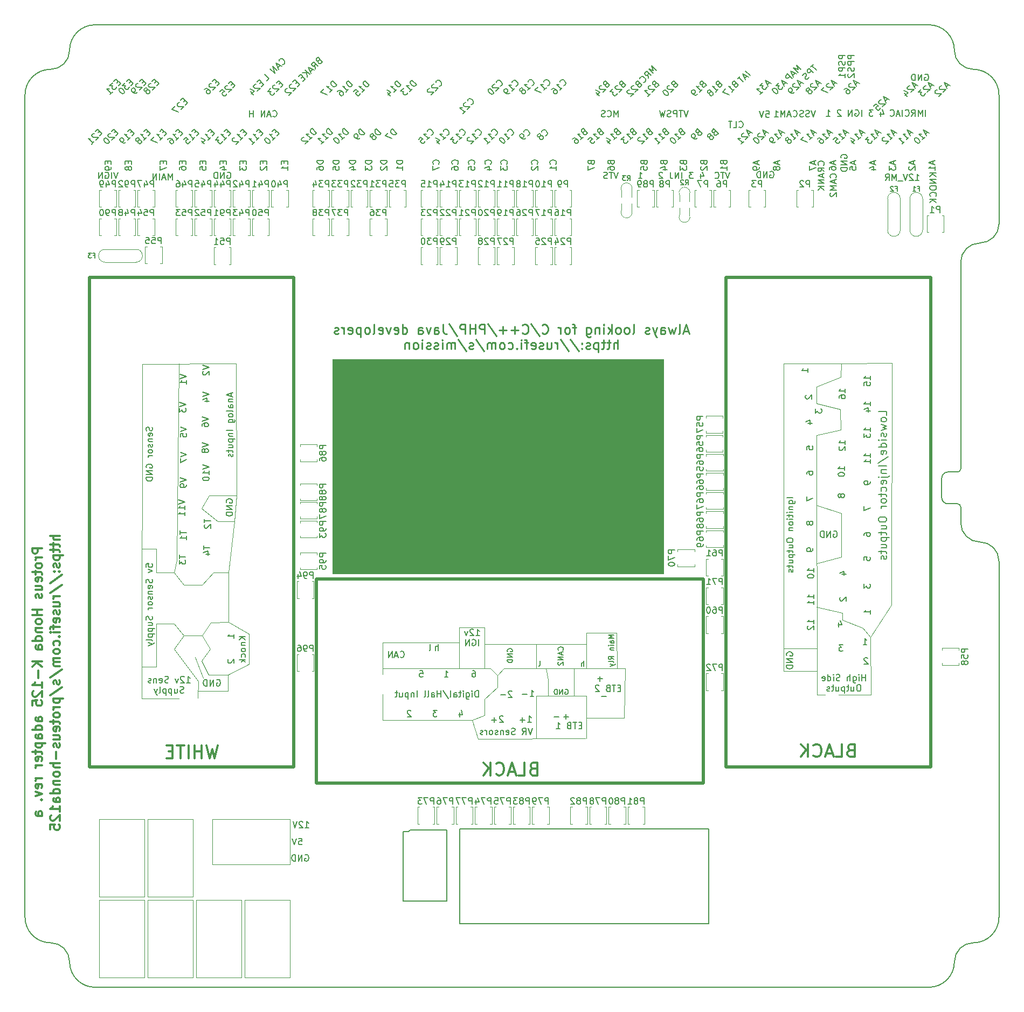
<source format=gbo>
%TF.GenerationSoftware,KiCad,Pcbnew,(5.99.0-12439-g94954386e6)*%
%TF.CreationDate,2021-10-03T01:37:18+03:00*%
%TF.ProjectId,proteus125honda,70726f74-6575-4733-9132-35686f6e6461,rev?*%
%TF.SameCoordinates,Original*%
%TF.FileFunction,Legend,Bot*%
%TF.FilePolarity,Positive*%
%FSLAX46Y46*%
G04 Gerber Fmt 4.6, Leading zero omitted, Abs format (unit mm)*
G04 Created by KiCad (PCBNEW (5.99.0-12439-g94954386e6)) date 2021-10-03 01:37:18*
%MOMM*%
%LPD*%
G01*
G04 APERTURE LIST*
%ADD10C,0.120000*%
%ADD11C,0.300000*%
%ADD12C,0.250000*%
%TA.AperFunction,Profile*%
%ADD13C,0.200000*%
%TD*%
%ADD14C,0.150000*%
%ADD15C,0.127000*%
%ADD16C,0.139700*%
%ADD17C,0.152400*%
%ADD18C,0.200000*%
%ADD19C,0.099060*%
%ADD20C,0.500000*%
G04 APERTURE END LIST*
D10*
X143300000Y-152800000D02*
X195300000Y-152800000D01*
X195300000Y-152800000D02*
X195300000Y-119100000D01*
X195300000Y-119100000D02*
X143300000Y-119100000D01*
X143300000Y-119100000D02*
X143300000Y-152800000D01*
G36*
X143300000Y-152800000D02*
G01*
X195300000Y-152800000D01*
X195300000Y-119100000D01*
X143300000Y-119100000D01*
X143300000Y-152800000D01*
G37*
D11*
X97678571Y-148764285D02*
X96178571Y-148764285D01*
X96178571Y-149335714D01*
X96250000Y-149478571D01*
X96321428Y-149550000D01*
X96464285Y-149621428D01*
X96678571Y-149621428D01*
X96821428Y-149550000D01*
X96892857Y-149478571D01*
X96964285Y-149335714D01*
X96964285Y-148764285D01*
X97678571Y-150264285D02*
X96678571Y-150264285D01*
X96964285Y-150264285D02*
X96821428Y-150335714D01*
X96750000Y-150407142D01*
X96678571Y-150550000D01*
X96678571Y-150692857D01*
X97678571Y-151407142D02*
X97607142Y-151264285D01*
X97535714Y-151192857D01*
X97392857Y-151121428D01*
X96964285Y-151121428D01*
X96821428Y-151192857D01*
X96750000Y-151264285D01*
X96678571Y-151407142D01*
X96678571Y-151621428D01*
X96750000Y-151764285D01*
X96821428Y-151835714D01*
X96964285Y-151907142D01*
X97392857Y-151907142D01*
X97535714Y-151835714D01*
X97607142Y-151764285D01*
X97678571Y-151621428D01*
X97678571Y-151407142D01*
X96678571Y-152335714D02*
X96678571Y-152907142D01*
X96178571Y-152550000D02*
X97464285Y-152550000D01*
X97607142Y-152621428D01*
X97678571Y-152764285D01*
X97678571Y-152907142D01*
X97607142Y-153978571D02*
X97678571Y-153835714D01*
X97678571Y-153550000D01*
X97607142Y-153407142D01*
X97464285Y-153335714D01*
X96892857Y-153335714D01*
X96750000Y-153407142D01*
X96678571Y-153550000D01*
X96678571Y-153835714D01*
X96750000Y-153978571D01*
X96892857Y-154050000D01*
X97035714Y-154050000D01*
X97178571Y-153335714D01*
X96678571Y-155335714D02*
X97678571Y-155335714D01*
X96678571Y-154692857D02*
X97464285Y-154692857D01*
X97607142Y-154764285D01*
X97678571Y-154907142D01*
X97678571Y-155121428D01*
X97607142Y-155264285D01*
X97535714Y-155335714D01*
X97607142Y-155978571D02*
X97678571Y-156121428D01*
X97678571Y-156407142D01*
X97607142Y-156550000D01*
X97464285Y-156621428D01*
X97392857Y-156621428D01*
X97250000Y-156550000D01*
X97178571Y-156407142D01*
X97178571Y-156192857D01*
X97107142Y-156050000D01*
X96964285Y-155978571D01*
X96892857Y-155978571D01*
X96750000Y-156050000D01*
X96678571Y-156192857D01*
X96678571Y-156407142D01*
X96750000Y-156550000D01*
X97678571Y-158407142D02*
X96178571Y-158407142D01*
X96892857Y-158407142D02*
X96892857Y-159264285D01*
X97678571Y-159264285D02*
X96178571Y-159264285D01*
X97678571Y-160192857D02*
X97607142Y-160050000D01*
X97535714Y-159978571D01*
X97392857Y-159907142D01*
X96964285Y-159907142D01*
X96821428Y-159978571D01*
X96750000Y-160050000D01*
X96678571Y-160192857D01*
X96678571Y-160407142D01*
X96750000Y-160550000D01*
X96821428Y-160621428D01*
X96964285Y-160692857D01*
X97392857Y-160692857D01*
X97535714Y-160621428D01*
X97607142Y-160550000D01*
X97678571Y-160407142D01*
X97678571Y-160192857D01*
X96678571Y-161335714D02*
X97678571Y-161335714D01*
X96821428Y-161335714D02*
X96750000Y-161407142D01*
X96678571Y-161550000D01*
X96678571Y-161764285D01*
X96750000Y-161907142D01*
X96892857Y-161978571D01*
X97678571Y-161978571D01*
X97678571Y-163335714D02*
X96178571Y-163335714D01*
X97607142Y-163335714D02*
X97678571Y-163192857D01*
X97678571Y-162907142D01*
X97607142Y-162764285D01*
X97535714Y-162692857D01*
X97392857Y-162621428D01*
X96964285Y-162621428D01*
X96821428Y-162692857D01*
X96750000Y-162764285D01*
X96678571Y-162907142D01*
X96678571Y-163192857D01*
X96750000Y-163335714D01*
X97678571Y-164692857D02*
X96892857Y-164692857D01*
X96750000Y-164621428D01*
X96678571Y-164478571D01*
X96678571Y-164192857D01*
X96750000Y-164050000D01*
X97607142Y-164692857D02*
X97678571Y-164550000D01*
X97678571Y-164192857D01*
X97607142Y-164050000D01*
X97464285Y-163978571D01*
X97321428Y-163978571D01*
X97178571Y-164050000D01*
X97107142Y-164192857D01*
X97107142Y-164550000D01*
X97035714Y-164692857D01*
X97678571Y-166550000D02*
X96178571Y-166550000D01*
X97678571Y-167407142D02*
X96821428Y-166764285D01*
X96178571Y-167407142D02*
X97035714Y-166550000D01*
X97107142Y-168050000D02*
X97107142Y-169192857D01*
X97678571Y-170692857D02*
X97678571Y-169835714D01*
X97678571Y-170264285D02*
X96178571Y-170264285D01*
X96392857Y-170121428D01*
X96535714Y-169978571D01*
X96607142Y-169835714D01*
X96321428Y-171264285D02*
X96250000Y-171335714D01*
X96178571Y-171478571D01*
X96178571Y-171835714D01*
X96250000Y-171978571D01*
X96321428Y-172050000D01*
X96464285Y-172121428D01*
X96607142Y-172121428D01*
X96821428Y-172050000D01*
X97678571Y-171192857D01*
X97678571Y-172121428D01*
X96178571Y-173478571D02*
X96178571Y-172764285D01*
X96892857Y-172692857D01*
X96821428Y-172764285D01*
X96750000Y-172907142D01*
X96750000Y-173264285D01*
X96821428Y-173407142D01*
X96892857Y-173478571D01*
X97035714Y-173550000D01*
X97392857Y-173550000D01*
X97535714Y-173478571D01*
X97607142Y-173407142D01*
X97678571Y-173264285D01*
X97678571Y-172907142D01*
X97607142Y-172764285D01*
X97535714Y-172692857D01*
X97678571Y-175978571D02*
X96892857Y-175978571D01*
X96750000Y-175907142D01*
X96678571Y-175764285D01*
X96678571Y-175478571D01*
X96750000Y-175335714D01*
X97607142Y-175978571D02*
X97678571Y-175835714D01*
X97678571Y-175478571D01*
X97607142Y-175335714D01*
X97464285Y-175264285D01*
X97321428Y-175264285D01*
X97178571Y-175335714D01*
X97107142Y-175478571D01*
X97107142Y-175835714D01*
X97035714Y-175978571D01*
X97678571Y-177335714D02*
X96178571Y-177335714D01*
X97607142Y-177335714D02*
X97678571Y-177192857D01*
X97678571Y-176907142D01*
X97607142Y-176764285D01*
X97535714Y-176692857D01*
X97392857Y-176621428D01*
X96964285Y-176621428D01*
X96821428Y-176692857D01*
X96750000Y-176764285D01*
X96678571Y-176907142D01*
X96678571Y-177192857D01*
X96750000Y-177335714D01*
X97678571Y-178692857D02*
X96892857Y-178692857D01*
X96750000Y-178621428D01*
X96678571Y-178478571D01*
X96678571Y-178192857D01*
X96750000Y-178050000D01*
X97607142Y-178692857D02*
X97678571Y-178550000D01*
X97678571Y-178192857D01*
X97607142Y-178050000D01*
X97464285Y-177978571D01*
X97321428Y-177978571D01*
X97178571Y-178050000D01*
X97107142Y-178192857D01*
X97107142Y-178550000D01*
X97035714Y-178692857D01*
X96678571Y-179407142D02*
X98178571Y-179407142D01*
X96750000Y-179407142D02*
X96678571Y-179550000D01*
X96678571Y-179835714D01*
X96750000Y-179978571D01*
X96821428Y-180050000D01*
X96964285Y-180121428D01*
X97392857Y-180121428D01*
X97535714Y-180050000D01*
X97607142Y-179978571D01*
X97678571Y-179835714D01*
X97678571Y-179550000D01*
X97607142Y-179407142D01*
X96678571Y-180550000D02*
X96678571Y-181121428D01*
X96178571Y-180764285D02*
X97464285Y-180764285D01*
X97607142Y-180835714D01*
X97678571Y-180978571D01*
X97678571Y-181121428D01*
X97607142Y-182192857D02*
X97678571Y-182050000D01*
X97678571Y-181764285D01*
X97607142Y-181621428D01*
X97464285Y-181550000D01*
X96892857Y-181550000D01*
X96750000Y-181621428D01*
X96678571Y-181764285D01*
X96678571Y-182050000D01*
X96750000Y-182192857D01*
X96892857Y-182264285D01*
X97035714Y-182264285D01*
X97178571Y-181550000D01*
X97678571Y-182907142D02*
X96678571Y-182907142D01*
X96964285Y-182907142D02*
X96821428Y-182978571D01*
X96750000Y-183050000D01*
X96678571Y-183192857D01*
X96678571Y-183335714D01*
X97678571Y-184978571D02*
X96678571Y-184978571D01*
X96964285Y-184978571D02*
X96821428Y-185050000D01*
X96750000Y-185121428D01*
X96678571Y-185264285D01*
X96678571Y-185407142D01*
X97607142Y-186478571D02*
X97678571Y-186335714D01*
X97678571Y-186050000D01*
X97607142Y-185907142D01*
X97464285Y-185835714D01*
X96892857Y-185835714D01*
X96750000Y-185907142D01*
X96678571Y-186050000D01*
X96678571Y-186335714D01*
X96750000Y-186478571D01*
X96892857Y-186550000D01*
X97035714Y-186550000D01*
X97178571Y-185835714D01*
X96678571Y-187050000D02*
X97678571Y-187407142D01*
X96678571Y-187764285D01*
X97535714Y-188335714D02*
X97607142Y-188407142D01*
X97678571Y-188335714D01*
X97607142Y-188264285D01*
X97535714Y-188335714D01*
X97678571Y-188335714D01*
X97678571Y-190835714D02*
X96892857Y-190835714D01*
X96750000Y-190764285D01*
X96678571Y-190621428D01*
X96678571Y-190335714D01*
X96750000Y-190192857D01*
X97607142Y-190835714D02*
X97678571Y-190692857D01*
X97678571Y-190335714D01*
X97607142Y-190192857D01*
X97464285Y-190121428D01*
X97321428Y-190121428D01*
X97178571Y-190192857D01*
X97107142Y-190335714D01*
X97107142Y-190692857D01*
X97035714Y-190835714D01*
X100478571Y-146828571D02*
X98978571Y-146828571D01*
X100478571Y-147471428D02*
X99692857Y-147471428D01*
X99550000Y-147400000D01*
X99478571Y-147257142D01*
X99478571Y-147042857D01*
X99550000Y-146900000D01*
X99621428Y-146828571D01*
X99478571Y-147971428D02*
X99478571Y-148542857D01*
X98978571Y-148185714D02*
X100264285Y-148185714D01*
X100407142Y-148257142D01*
X100478571Y-148400000D01*
X100478571Y-148542857D01*
X99478571Y-148828571D02*
X99478571Y-149400000D01*
X98978571Y-149042857D02*
X100264285Y-149042857D01*
X100407142Y-149114285D01*
X100478571Y-149257142D01*
X100478571Y-149400000D01*
X99478571Y-149900000D02*
X100978571Y-149900000D01*
X99550000Y-149900000D02*
X99478571Y-150042857D01*
X99478571Y-150328571D01*
X99550000Y-150471428D01*
X99621428Y-150542857D01*
X99764285Y-150614285D01*
X100192857Y-150614285D01*
X100335714Y-150542857D01*
X100407142Y-150471428D01*
X100478571Y-150328571D01*
X100478571Y-150042857D01*
X100407142Y-149900000D01*
X100407142Y-151185714D02*
X100478571Y-151328571D01*
X100478571Y-151614285D01*
X100407142Y-151757142D01*
X100264285Y-151828571D01*
X100192857Y-151828571D01*
X100050000Y-151757142D01*
X99978571Y-151614285D01*
X99978571Y-151400000D01*
X99907142Y-151257142D01*
X99764285Y-151185714D01*
X99692857Y-151185714D01*
X99550000Y-151257142D01*
X99478571Y-151400000D01*
X99478571Y-151614285D01*
X99550000Y-151757142D01*
X100335714Y-152471428D02*
X100407142Y-152542857D01*
X100478571Y-152471428D01*
X100407142Y-152400000D01*
X100335714Y-152471428D01*
X100478571Y-152471428D01*
X99550000Y-152471428D02*
X99621428Y-152542857D01*
X99692857Y-152471428D01*
X99621428Y-152400000D01*
X99550000Y-152471428D01*
X99692857Y-152471428D01*
X98907142Y-154257142D02*
X100835714Y-152971428D01*
X98907142Y-155828571D02*
X100835714Y-154542857D01*
X100478571Y-156328571D02*
X99478571Y-156328571D01*
X99764285Y-156328571D02*
X99621428Y-156400000D01*
X99550000Y-156471428D01*
X99478571Y-156614285D01*
X99478571Y-156757142D01*
X99478571Y-157900000D02*
X100478571Y-157900000D01*
X99478571Y-157257142D02*
X100264285Y-157257142D01*
X100407142Y-157328571D01*
X100478571Y-157471428D01*
X100478571Y-157685714D01*
X100407142Y-157828571D01*
X100335714Y-157900000D01*
X100407142Y-158542857D02*
X100478571Y-158685714D01*
X100478571Y-158971428D01*
X100407142Y-159114285D01*
X100264285Y-159185714D01*
X100192857Y-159185714D01*
X100050000Y-159114285D01*
X99978571Y-158971428D01*
X99978571Y-158757142D01*
X99907142Y-158614285D01*
X99764285Y-158542857D01*
X99692857Y-158542857D01*
X99550000Y-158614285D01*
X99478571Y-158757142D01*
X99478571Y-158971428D01*
X99550000Y-159114285D01*
X100407142Y-160400000D02*
X100478571Y-160257142D01*
X100478571Y-159971428D01*
X100407142Y-159828571D01*
X100264285Y-159757142D01*
X99692857Y-159757142D01*
X99550000Y-159828571D01*
X99478571Y-159971428D01*
X99478571Y-160257142D01*
X99550000Y-160400000D01*
X99692857Y-160471428D01*
X99835714Y-160471428D01*
X99978571Y-159757142D01*
X99478571Y-160900000D02*
X99478571Y-161471428D01*
X100478571Y-161114285D02*
X99192857Y-161114285D01*
X99050000Y-161185714D01*
X98978571Y-161328571D01*
X98978571Y-161471428D01*
X100478571Y-161971428D02*
X99478571Y-161971428D01*
X98978571Y-161971428D02*
X99050000Y-161900000D01*
X99121428Y-161971428D01*
X99050000Y-162042857D01*
X98978571Y-161971428D01*
X99121428Y-161971428D01*
X100335714Y-162685714D02*
X100407142Y-162757142D01*
X100478571Y-162685714D01*
X100407142Y-162614285D01*
X100335714Y-162685714D01*
X100478571Y-162685714D01*
X100407142Y-164042857D02*
X100478571Y-163900000D01*
X100478571Y-163614285D01*
X100407142Y-163471428D01*
X100335714Y-163400000D01*
X100192857Y-163328571D01*
X99764285Y-163328571D01*
X99621428Y-163400000D01*
X99550000Y-163471428D01*
X99478571Y-163614285D01*
X99478571Y-163900000D01*
X99550000Y-164042857D01*
X100478571Y-164900000D02*
X100407142Y-164757142D01*
X100335714Y-164685714D01*
X100192857Y-164614285D01*
X99764285Y-164614285D01*
X99621428Y-164685714D01*
X99550000Y-164757142D01*
X99478571Y-164900000D01*
X99478571Y-165114285D01*
X99550000Y-165257142D01*
X99621428Y-165328571D01*
X99764285Y-165400000D01*
X100192857Y-165400000D01*
X100335714Y-165328571D01*
X100407142Y-165257142D01*
X100478571Y-165114285D01*
X100478571Y-164900000D01*
X100478571Y-166042857D02*
X99478571Y-166042857D01*
X99621428Y-166042857D02*
X99550000Y-166114285D01*
X99478571Y-166257142D01*
X99478571Y-166471428D01*
X99550000Y-166614285D01*
X99692857Y-166685714D01*
X100478571Y-166685714D01*
X99692857Y-166685714D02*
X99550000Y-166757142D01*
X99478571Y-166900000D01*
X99478571Y-167114285D01*
X99550000Y-167257142D01*
X99692857Y-167328571D01*
X100478571Y-167328571D01*
X98907142Y-169114285D02*
X100835714Y-167828571D01*
X100407142Y-169542857D02*
X100478571Y-169685714D01*
X100478571Y-169971428D01*
X100407142Y-170114285D01*
X100264285Y-170185714D01*
X100192857Y-170185714D01*
X100050000Y-170114285D01*
X99978571Y-169971428D01*
X99978571Y-169757142D01*
X99907142Y-169614285D01*
X99764285Y-169542857D01*
X99692857Y-169542857D01*
X99550000Y-169614285D01*
X99478571Y-169757142D01*
X99478571Y-169971428D01*
X99550000Y-170114285D01*
X98907142Y-171900000D02*
X100835714Y-170614285D01*
X99478571Y-172400000D02*
X100978571Y-172400000D01*
X99550000Y-172400000D02*
X99478571Y-172542857D01*
X99478571Y-172828571D01*
X99550000Y-172971428D01*
X99621428Y-173042857D01*
X99764285Y-173114285D01*
X100192857Y-173114285D01*
X100335714Y-173042857D01*
X100407142Y-172971428D01*
X100478571Y-172828571D01*
X100478571Y-172542857D01*
X100407142Y-172400000D01*
X100478571Y-173757142D02*
X99478571Y-173757142D01*
X99764285Y-173757142D02*
X99621428Y-173828571D01*
X99550000Y-173900000D01*
X99478571Y-174042857D01*
X99478571Y-174185714D01*
X100478571Y-174900000D02*
X100407142Y-174757142D01*
X100335714Y-174685714D01*
X100192857Y-174614285D01*
X99764285Y-174614285D01*
X99621428Y-174685714D01*
X99550000Y-174757142D01*
X99478571Y-174900000D01*
X99478571Y-175114285D01*
X99550000Y-175257142D01*
X99621428Y-175328571D01*
X99764285Y-175400000D01*
X100192857Y-175400000D01*
X100335714Y-175328571D01*
X100407142Y-175257142D01*
X100478571Y-175114285D01*
X100478571Y-174900000D01*
X99478571Y-175828571D02*
X99478571Y-176400000D01*
X98978571Y-176042857D02*
X100264285Y-176042857D01*
X100407142Y-176114285D01*
X100478571Y-176257142D01*
X100478571Y-176400000D01*
X100407142Y-177471428D02*
X100478571Y-177328571D01*
X100478571Y-177042857D01*
X100407142Y-176900000D01*
X100264285Y-176828571D01*
X99692857Y-176828571D01*
X99550000Y-176900000D01*
X99478571Y-177042857D01*
X99478571Y-177328571D01*
X99550000Y-177471428D01*
X99692857Y-177542857D01*
X99835714Y-177542857D01*
X99978571Y-176828571D01*
X99478571Y-178828571D02*
X100478571Y-178828571D01*
X99478571Y-178185714D02*
X100264285Y-178185714D01*
X100407142Y-178257142D01*
X100478571Y-178400000D01*
X100478571Y-178614285D01*
X100407142Y-178757142D01*
X100335714Y-178828571D01*
X100407142Y-179471428D02*
X100478571Y-179614285D01*
X100478571Y-179900000D01*
X100407142Y-180042857D01*
X100264285Y-180114285D01*
X100192857Y-180114285D01*
X100050000Y-180042857D01*
X99978571Y-179900000D01*
X99978571Y-179685714D01*
X99907142Y-179542857D01*
X99764285Y-179471428D01*
X99692857Y-179471428D01*
X99550000Y-179542857D01*
X99478571Y-179685714D01*
X99478571Y-179900000D01*
X99550000Y-180042857D01*
X99907142Y-180757142D02*
X99907142Y-181900000D01*
X100478571Y-182614285D02*
X98978571Y-182614285D01*
X100478571Y-183257142D02*
X99692857Y-183257142D01*
X99550000Y-183185714D01*
X99478571Y-183042857D01*
X99478571Y-182828571D01*
X99550000Y-182685714D01*
X99621428Y-182614285D01*
X100478571Y-184185714D02*
X100407142Y-184042857D01*
X100335714Y-183971428D01*
X100192857Y-183900000D01*
X99764285Y-183900000D01*
X99621428Y-183971428D01*
X99550000Y-184042857D01*
X99478571Y-184185714D01*
X99478571Y-184400000D01*
X99550000Y-184542857D01*
X99621428Y-184614285D01*
X99764285Y-184685714D01*
X100192857Y-184685714D01*
X100335714Y-184614285D01*
X100407142Y-184542857D01*
X100478571Y-184400000D01*
X100478571Y-184185714D01*
X99478571Y-185328571D02*
X100478571Y-185328571D01*
X99621428Y-185328571D02*
X99550000Y-185400000D01*
X99478571Y-185542857D01*
X99478571Y-185757142D01*
X99550000Y-185900000D01*
X99692857Y-185971428D01*
X100478571Y-185971428D01*
X100478571Y-187328571D02*
X98978571Y-187328571D01*
X100407142Y-187328571D02*
X100478571Y-187185714D01*
X100478571Y-186900000D01*
X100407142Y-186757142D01*
X100335714Y-186685714D01*
X100192857Y-186614285D01*
X99764285Y-186614285D01*
X99621428Y-186685714D01*
X99550000Y-186757142D01*
X99478571Y-186900000D01*
X99478571Y-187185714D01*
X99550000Y-187328571D01*
X100478571Y-188685714D02*
X99692857Y-188685714D01*
X99550000Y-188614285D01*
X99478571Y-188471428D01*
X99478571Y-188185714D01*
X99550000Y-188042857D01*
X100407142Y-188685714D02*
X100478571Y-188542857D01*
X100478571Y-188185714D01*
X100407142Y-188042857D01*
X100264285Y-187971428D01*
X100121428Y-187971428D01*
X99978571Y-188042857D01*
X99907142Y-188185714D01*
X99907142Y-188542857D01*
X99835714Y-188685714D01*
X100478571Y-190185714D02*
X100478571Y-189328571D01*
X100478571Y-189757142D02*
X98978571Y-189757142D01*
X99192857Y-189614285D01*
X99335714Y-189471428D01*
X99407142Y-189328571D01*
X99121428Y-190757142D02*
X99050000Y-190828571D01*
X98978571Y-190971428D01*
X98978571Y-191328571D01*
X99050000Y-191471428D01*
X99121428Y-191542857D01*
X99264285Y-191614285D01*
X99407142Y-191614285D01*
X99621428Y-191542857D01*
X100478571Y-190685714D01*
X100478571Y-191614285D01*
X98978571Y-192971428D02*
X98978571Y-192257142D01*
X99692857Y-192185714D01*
X99621428Y-192257142D01*
X99550000Y-192400000D01*
X99550000Y-192757142D01*
X99621428Y-192900000D01*
X99692857Y-192971428D01*
X99835714Y-193042857D01*
X100192857Y-193042857D01*
X100335714Y-192971428D01*
X100407142Y-192900000D01*
X100478571Y-192757142D01*
X100478571Y-192400000D01*
X100407142Y-192257142D01*
X100335714Y-192185714D01*
D12*
X199221428Y-114642500D02*
X198507142Y-114642500D01*
X199364285Y-115071071D02*
X198864285Y-113571071D01*
X198364285Y-115071071D01*
X197650000Y-115071071D02*
X197792857Y-114999642D01*
X197864285Y-114856785D01*
X197864285Y-113571071D01*
X197221428Y-114071071D02*
X196935714Y-115071071D01*
X196650000Y-114356785D01*
X196364285Y-115071071D01*
X196078571Y-114071071D01*
X194864285Y-115071071D02*
X194864285Y-114285357D01*
X194935714Y-114142500D01*
X195078571Y-114071071D01*
X195364285Y-114071071D01*
X195507142Y-114142500D01*
X194864285Y-114999642D02*
X195007142Y-115071071D01*
X195364285Y-115071071D01*
X195507142Y-114999642D01*
X195578571Y-114856785D01*
X195578571Y-114713928D01*
X195507142Y-114571071D01*
X195364285Y-114499642D01*
X195007142Y-114499642D01*
X194864285Y-114428214D01*
X194292857Y-114071071D02*
X193935714Y-115071071D01*
X193578571Y-114071071D02*
X193935714Y-115071071D01*
X194078571Y-115428214D01*
X194150000Y-115499642D01*
X194292857Y-115571071D01*
X193078571Y-114999642D02*
X192935714Y-115071071D01*
X192650000Y-115071071D01*
X192507142Y-114999642D01*
X192435714Y-114856785D01*
X192435714Y-114785357D01*
X192507142Y-114642500D01*
X192650000Y-114571071D01*
X192864285Y-114571071D01*
X193007142Y-114499642D01*
X193078571Y-114356785D01*
X193078571Y-114285357D01*
X193007142Y-114142500D01*
X192864285Y-114071071D01*
X192650000Y-114071071D01*
X192507142Y-114142500D01*
X190435714Y-115071071D02*
X190578571Y-114999642D01*
X190650000Y-114856785D01*
X190650000Y-113571071D01*
X189650000Y-115071071D02*
X189792857Y-114999642D01*
X189864285Y-114928214D01*
X189935714Y-114785357D01*
X189935714Y-114356785D01*
X189864285Y-114213928D01*
X189792857Y-114142500D01*
X189650000Y-114071071D01*
X189435714Y-114071071D01*
X189292857Y-114142500D01*
X189221428Y-114213928D01*
X189150000Y-114356785D01*
X189150000Y-114785357D01*
X189221428Y-114928214D01*
X189292857Y-114999642D01*
X189435714Y-115071071D01*
X189650000Y-115071071D01*
X188292857Y-115071071D02*
X188435714Y-114999642D01*
X188507142Y-114928214D01*
X188578571Y-114785357D01*
X188578571Y-114356785D01*
X188507142Y-114213928D01*
X188435714Y-114142500D01*
X188292857Y-114071071D01*
X188078571Y-114071071D01*
X187935714Y-114142500D01*
X187864285Y-114213928D01*
X187792857Y-114356785D01*
X187792857Y-114785357D01*
X187864285Y-114928214D01*
X187935714Y-114999642D01*
X188078571Y-115071071D01*
X188292857Y-115071071D01*
X187150000Y-115071071D02*
X187150000Y-113571071D01*
X187007142Y-114499642D02*
X186578571Y-115071071D01*
X186578571Y-114071071D02*
X187150000Y-114642500D01*
X185935714Y-115071071D02*
X185935714Y-114071071D01*
X185935714Y-113571071D02*
X186007142Y-113642500D01*
X185935714Y-113713928D01*
X185864285Y-113642500D01*
X185935714Y-113571071D01*
X185935714Y-113713928D01*
X185221428Y-114071071D02*
X185221428Y-115071071D01*
X185221428Y-114213928D02*
X185150000Y-114142500D01*
X185007142Y-114071071D01*
X184792857Y-114071071D01*
X184650000Y-114142500D01*
X184578571Y-114285357D01*
X184578571Y-115071071D01*
X183221428Y-114071071D02*
X183221428Y-115285357D01*
X183292857Y-115428214D01*
X183364285Y-115499642D01*
X183507142Y-115571071D01*
X183721428Y-115571071D01*
X183864285Y-115499642D01*
X183221428Y-114999642D02*
X183364285Y-115071071D01*
X183649999Y-115071071D01*
X183792857Y-114999642D01*
X183864285Y-114928214D01*
X183935714Y-114785357D01*
X183935714Y-114356785D01*
X183864285Y-114213928D01*
X183792857Y-114142500D01*
X183649999Y-114071071D01*
X183364285Y-114071071D01*
X183221428Y-114142500D01*
X181578571Y-114071071D02*
X181007142Y-114071071D01*
X181364285Y-115071071D02*
X181364285Y-113785357D01*
X181292857Y-113642500D01*
X181149999Y-113571071D01*
X181007142Y-113571071D01*
X180292857Y-115071071D02*
X180435714Y-114999642D01*
X180507142Y-114928214D01*
X180578571Y-114785357D01*
X180578571Y-114356785D01*
X180507142Y-114213928D01*
X180435714Y-114142500D01*
X180292857Y-114071071D01*
X180078571Y-114071071D01*
X179935714Y-114142500D01*
X179864285Y-114213928D01*
X179792857Y-114356785D01*
X179792857Y-114785357D01*
X179864285Y-114928214D01*
X179935714Y-114999642D01*
X180078571Y-115071071D01*
X180292857Y-115071071D01*
X179149999Y-115071071D02*
X179149999Y-114071071D01*
X179149999Y-114356785D02*
X179078571Y-114213928D01*
X179007142Y-114142500D01*
X178864285Y-114071071D01*
X178721428Y-114071071D01*
X176221428Y-114928214D02*
X176292857Y-114999642D01*
X176507142Y-115071071D01*
X176649999Y-115071071D01*
X176864285Y-114999642D01*
X177007142Y-114856785D01*
X177078571Y-114713928D01*
X177150000Y-114428214D01*
X177150000Y-114213928D01*
X177078571Y-113928214D01*
X177007142Y-113785357D01*
X176864285Y-113642500D01*
X176649999Y-113571071D01*
X176507142Y-113571071D01*
X176292857Y-113642500D01*
X176221428Y-113713928D01*
X174507142Y-113499642D02*
X175792857Y-115428214D01*
X173150000Y-114928214D02*
X173221428Y-114999642D01*
X173435714Y-115071071D01*
X173578571Y-115071071D01*
X173792857Y-114999642D01*
X173935714Y-114856785D01*
X174007142Y-114713928D01*
X174078571Y-114428214D01*
X174078571Y-114213928D01*
X174007142Y-113928214D01*
X173935714Y-113785357D01*
X173792857Y-113642500D01*
X173578571Y-113571071D01*
X173435714Y-113571071D01*
X173221428Y-113642500D01*
X173150000Y-113713928D01*
X172507142Y-114499642D02*
X171364285Y-114499642D01*
X171935714Y-115071071D02*
X171935714Y-113928214D01*
X170649999Y-114499642D02*
X169507142Y-114499642D01*
X170078571Y-115071071D02*
X170078571Y-113928214D01*
X167721428Y-113499642D02*
X169007142Y-115428214D01*
X167221428Y-115071071D02*
X167221428Y-113571071D01*
X166649999Y-113571071D01*
X166507142Y-113642500D01*
X166435714Y-113713928D01*
X166364285Y-113856785D01*
X166364285Y-114071071D01*
X166435714Y-114213928D01*
X166507142Y-114285357D01*
X166649999Y-114356785D01*
X167221428Y-114356785D01*
X165721428Y-115071071D02*
X165721428Y-113571071D01*
X165721428Y-114285357D02*
X164864285Y-114285357D01*
X164864285Y-115071071D02*
X164864285Y-113571071D01*
X164149999Y-115071071D02*
X164149999Y-113571071D01*
X163578571Y-113571071D01*
X163435714Y-113642500D01*
X163364285Y-113713928D01*
X163292857Y-113856785D01*
X163292857Y-114071071D01*
X163364285Y-114213928D01*
X163435714Y-114285357D01*
X163578571Y-114356785D01*
X164149999Y-114356785D01*
X161578571Y-113499642D02*
X162864285Y-115428214D01*
X160649999Y-113571071D02*
X160649999Y-114642500D01*
X160721428Y-114856785D01*
X160864285Y-114999642D01*
X161078571Y-115071071D01*
X161221428Y-115071071D01*
X159292857Y-115071071D02*
X159292857Y-114285357D01*
X159364285Y-114142500D01*
X159507142Y-114071071D01*
X159792857Y-114071071D01*
X159935714Y-114142500D01*
X159292857Y-114999642D02*
X159435714Y-115071071D01*
X159792857Y-115071071D01*
X159935714Y-114999642D01*
X160007142Y-114856785D01*
X160007142Y-114713928D01*
X159935714Y-114571071D01*
X159792857Y-114499642D01*
X159435714Y-114499642D01*
X159292857Y-114428214D01*
X158721428Y-114071071D02*
X158364285Y-115071071D01*
X158007142Y-114071071D01*
X156792857Y-115071071D02*
X156792857Y-114285357D01*
X156864285Y-114142500D01*
X157007142Y-114071071D01*
X157292857Y-114071071D01*
X157435714Y-114142500D01*
X156792857Y-114999642D02*
X156935714Y-115071071D01*
X157292857Y-115071071D01*
X157435714Y-114999642D01*
X157507142Y-114856785D01*
X157507142Y-114713928D01*
X157435714Y-114571071D01*
X157292857Y-114499642D01*
X156935714Y-114499642D01*
X156792857Y-114428214D01*
X154292857Y-115071071D02*
X154292857Y-113571071D01*
X154292857Y-114999642D02*
X154435714Y-115071071D01*
X154721428Y-115071071D01*
X154864285Y-114999642D01*
X154935714Y-114928214D01*
X155007142Y-114785357D01*
X155007142Y-114356785D01*
X154935714Y-114213928D01*
X154864285Y-114142500D01*
X154721428Y-114071071D01*
X154435714Y-114071071D01*
X154292857Y-114142500D01*
X153007142Y-114999642D02*
X153150000Y-115071071D01*
X153435714Y-115071071D01*
X153578571Y-114999642D01*
X153650000Y-114856785D01*
X153650000Y-114285357D01*
X153578571Y-114142500D01*
X153435714Y-114071071D01*
X153150000Y-114071071D01*
X153007142Y-114142500D01*
X152935714Y-114285357D01*
X152935714Y-114428214D01*
X153650000Y-114571071D01*
X152435714Y-114071071D02*
X152078571Y-115071071D01*
X151721428Y-114071071D01*
X150578571Y-114999642D02*
X150721428Y-115071071D01*
X151007142Y-115071071D01*
X151150000Y-114999642D01*
X151221428Y-114856785D01*
X151221428Y-114285357D01*
X151150000Y-114142500D01*
X151007142Y-114071071D01*
X150721428Y-114071071D01*
X150578571Y-114142500D01*
X150507142Y-114285357D01*
X150507142Y-114428214D01*
X151221428Y-114571071D01*
X149650000Y-115071071D02*
X149792857Y-114999642D01*
X149864285Y-114856785D01*
X149864285Y-113571071D01*
X148864285Y-115071071D02*
X149007142Y-114999642D01*
X149078571Y-114928214D01*
X149150000Y-114785357D01*
X149150000Y-114356785D01*
X149078571Y-114213928D01*
X149007142Y-114142500D01*
X148864285Y-114071071D01*
X148650000Y-114071071D01*
X148507142Y-114142500D01*
X148435714Y-114213928D01*
X148364285Y-114356785D01*
X148364285Y-114785357D01*
X148435714Y-114928214D01*
X148507142Y-114999642D01*
X148650000Y-115071071D01*
X148864285Y-115071071D01*
X147721428Y-114071071D02*
X147721428Y-115571071D01*
X147721428Y-114142500D02*
X147578571Y-114071071D01*
X147292857Y-114071071D01*
X147150000Y-114142500D01*
X147078571Y-114213928D01*
X147007142Y-114356785D01*
X147007142Y-114785357D01*
X147078571Y-114928214D01*
X147150000Y-114999642D01*
X147292857Y-115071071D01*
X147578571Y-115071071D01*
X147721428Y-114999642D01*
X145792857Y-114999642D02*
X145935714Y-115071071D01*
X146221428Y-115071071D01*
X146364285Y-114999642D01*
X146435714Y-114856785D01*
X146435714Y-114285357D01*
X146364285Y-114142500D01*
X146221428Y-114071071D01*
X145935714Y-114071071D01*
X145792857Y-114142500D01*
X145721428Y-114285357D01*
X145721428Y-114428214D01*
X146435714Y-114571071D01*
X145078571Y-115071071D02*
X145078571Y-114071071D01*
X145078571Y-114356785D02*
X145007142Y-114213928D01*
X144935714Y-114142500D01*
X144792857Y-114071071D01*
X144650000Y-114071071D01*
X144221428Y-114999642D02*
X144078571Y-115071071D01*
X143792857Y-115071071D01*
X143650000Y-114999642D01*
X143578571Y-114856785D01*
X143578571Y-114785357D01*
X143650000Y-114642500D01*
X143792857Y-114571071D01*
X144007142Y-114571071D01*
X144150000Y-114499642D01*
X144221428Y-114356785D01*
X144221428Y-114285357D01*
X144150000Y-114142500D01*
X144007142Y-114071071D01*
X143792857Y-114071071D01*
X143650000Y-114142500D01*
X188114285Y-117486071D02*
X188114285Y-115986071D01*
X187471428Y-117486071D02*
X187471428Y-116700357D01*
X187542857Y-116557500D01*
X187685714Y-116486071D01*
X187900000Y-116486071D01*
X188042857Y-116557500D01*
X188114285Y-116628928D01*
X186971428Y-116486071D02*
X186400000Y-116486071D01*
X186757142Y-115986071D02*
X186757142Y-117271785D01*
X186685714Y-117414642D01*
X186542857Y-117486071D01*
X186400000Y-117486071D01*
X186114285Y-116486071D02*
X185542857Y-116486071D01*
X185900000Y-115986071D02*
X185900000Y-117271785D01*
X185828571Y-117414642D01*
X185685714Y-117486071D01*
X185542857Y-117486071D01*
X185042857Y-116486071D02*
X185042857Y-117986071D01*
X185042857Y-116557500D02*
X184900000Y-116486071D01*
X184614285Y-116486071D01*
X184471428Y-116557500D01*
X184400000Y-116628928D01*
X184328571Y-116771785D01*
X184328571Y-117200357D01*
X184400000Y-117343214D01*
X184471428Y-117414642D01*
X184614285Y-117486071D01*
X184900000Y-117486071D01*
X185042857Y-117414642D01*
X183757142Y-117414642D02*
X183614285Y-117486071D01*
X183328571Y-117486071D01*
X183185714Y-117414642D01*
X183114285Y-117271785D01*
X183114285Y-117200357D01*
X183185714Y-117057500D01*
X183328571Y-116986071D01*
X183542857Y-116986071D01*
X183685714Y-116914642D01*
X183757142Y-116771785D01*
X183757142Y-116700357D01*
X183685714Y-116557500D01*
X183542857Y-116486071D01*
X183328571Y-116486071D01*
X183185714Y-116557500D01*
X182471428Y-117343214D02*
X182400000Y-117414642D01*
X182471428Y-117486071D01*
X182542857Y-117414642D01*
X182471428Y-117343214D01*
X182471428Y-117486071D01*
X182471428Y-116557500D02*
X182400000Y-116628928D01*
X182471428Y-116700357D01*
X182542857Y-116628928D01*
X182471428Y-116557500D01*
X182471428Y-116700357D01*
X180685714Y-115914642D02*
X181971428Y-117843214D01*
X179114285Y-115914642D02*
X180400000Y-117843214D01*
X178614285Y-117486071D02*
X178614285Y-116486071D01*
X178614285Y-116771785D02*
X178542857Y-116628928D01*
X178471428Y-116557500D01*
X178328571Y-116486071D01*
X178185714Y-116486071D01*
X177042857Y-116486071D02*
X177042857Y-117486071D01*
X177685714Y-116486071D02*
X177685714Y-117271785D01*
X177614285Y-117414642D01*
X177471428Y-117486071D01*
X177257142Y-117486071D01*
X177114285Y-117414642D01*
X177042857Y-117343214D01*
X176400000Y-117414642D02*
X176257142Y-117486071D01*
X175971428Y-117486071D01*
X175828571Y-117414642D01*
X175757142Y-117271785D01*
X175757142Y-117200357D01*
X175828571Y-117057500D01*
X175971428Y-116986071D01*
X176185714Y-116986071D01*
X176328571Y-116914642D01*
X176400000Y-116771785D01*
X176400000Y-116700357D01*
X176328571Y-116557500D01*
X176185714Y-116486071D01*
X175971428Y-116486071D01*
X175828571Y-116557500D01*
X174542857Y-117414642D02*
X174685714Y-117486071D01*
X174971428Y-117486071D01*
X175114285Y-117414642D01*
X175185714Y-117271785D01*
X175185714Y-116700357D01*
X175114285Y-116557500D01*
X174971428Y-116486071D01*
X174685714Y-116486071D01*
X174542857Y-116557500D01*
X174471428Y-116700357D01*
X174471428Y-116843214D01*
X175185714Y-116986071D01*
X174042857Y-116486071D02*
X173471428Y-116486071D01*
X173828571Y-117486071D02*
X173828571Y-116200357D01*
X173757142Y-116057500D01*
X173614285Y-115986071D01*
X173471428Y-115986071D01*
X172971428Y-117486071D02*
X172971428Y-116486071D01*
X172971428Y-115986071D02*
X173042857Y-116057500D01*
X172971428Y-116128928D01*
X172900000Y-116057500D01*
X172971428Y-115986071D01*
X172971428Y-116128928D01*
X172257142Y-117343214D02*
X172185714Y-117414642D01*
X172257142Y-117486071D01*
X172328571Y-117414642D01*
X172257142Y-117343214D01*
X172257142Y-117486071D01*
X170900000Y-117414642D02*
X171042857Y-117486071D01*
X171328571Y-117486071D01*
X171471428Y-117414642D01*
X171542857Y-117343214D01*
X171614285Y-117200357D01*
X171614285Y-116771785D01*
X171542857Y-116628928D01*
X171471428Y-116557500D01*
X171328571Y-116486071D01*
X171042857Y-116486071D01*
X170900000Y-116557500D01*
X170042857Y-117486071D02*
X170185714Y-117414642D01*
X170257142Y-117343214D01*
X170328571Y-117200357D01*
X170328571Y-116771785D01*
X170257142Y-116628928D01*
X170185714Y-116557500D01*
X170042857Y-116486071D01*
X169828571Y-116486071D01*
X169685714Y-116557500D01*
X169614285Y-116628928D01*
X169542857Y-116771785D01*
X169542857Y-117200357D01*
X169614285Y-117343214D01*
X169685714Y-117414642D01*
X169828571Y-117486071D01*
X170042857Y-117486071D01*
X168900000Y-117486071D02*
X168900000Y-116486071D01*
X168900000Y-116628928D02*
X168828571Y-116557500D01*
X168685714Y-116486071D01*
X168471428Y-116486071D01*
X168328571Y-116557500D01*
X168257142Y-116700357D01*
X168257142Y-117486071D01*
X168257142Y-116700357D02*
X168185714Y-116557500D01*
X168042857Y-116486071D01*
X167828571Y-116486071D01*
X167685714Y-116557500D01*
X167614285Y-116700357D01*
X167614285Y-117486071D01*
X165828571Y-115914642D02*
X167114285Y-117843214D01*
X165400000Y-117414642D02*
X165257142Y-117486071D01*
X164971428Y-117486071D01*
X164828571Y-117414642D01*
X164757142Y-117271785D01*
X164757142Y-117200357D01*
X164828571Y-117057500D01*
X164971428Y-116986071D01*
X165185714Y-116986071D01*
X165328571Y-116914642D01*
X165400000Y-116771785D01*
X165400000Y-116700357D01*
X165328571Y-116557500D01*
X165185714Y-116486071D01*
X164971428Y-116486071D01*
X164828571Y-116557500D01*
X163042857Y-115914642D02*
X164328571Y-117843214D01*
X162542857Y-117486071D02*
X162542857Y-116486071D01*
X162542857Y-116628928D02*
X162471428Y-116557500D01*
X162328571Y-116486071D01*
X162114285Y-116486071D01*
X161971428Y-116557500D01*
X161900000Y-116700357D01*
X161900000Y-117486071D01*
X161900000Y-116700357D02*
X161828571Y-116557500D01*
X161685714Y-116486071D01*
X161471428Y-116486071D01*
X161328571Y-116557500D01*
X161257142Y-116700357D01*
X161257142Y-117486071D01*
X160542857Y-117486071D02*
X160542857Y-116486071D01*
X160542857Y-115986071D02*
X160614285Y-116057500D01*
X160542857Y-116128928D01*
X160471428Y-116057500D01*
X160542857Y-115986071D01*
X160542857Y-116128928D01*
X159900000Y-117414642D02*
X159757142Y-117486071D01*
X159471428Y-117486071D01*
X159328571Y-117414642D01*
X159257142Y-117271785D01*
X159257142Y-117200357D01*
X159328571Y-117057500D01*
X159471428Y-116986071D01*
X159685714Y-116986071D01*
X159828571Y-116914642D01*
X159900000Y-116771785D01*
X159900000Y-116700357D01*
X159828571Y-116557500D01*
X159685714Y-116486071D01*
X159471428Y-116486071D01*
X159328571Y-116557500D01*
X158685714Y-117414642D02*
X158542857Y-117486071D01*
X158257142Y-117486071D01*
X158114285Y-117414642D01*
X158042857Y-117271785D01*
X158042857Y-117200357D01*
X158114285Y-117057500D01*
X158257142Y-116986071D01*
X158471428Y-116986071D01*
X158614285Y-116914642D01*
X158685714Y-116771785D01*
X158685714Y-116700357D01*
X158614285Y-116557500D01*
X158471428Y-116486071D01*
X158257142Y-116486071D01*
X158114285Y-116557500D01*
X157400000Y-117486071D02*
X157400000Y-116486071D01*
X157400000Y-115986071D02*
X157471428Y-116057500D01*
X157400000Y-116128928D01*
X157328571Y-116057500D01*
X157400000Y-115986071D01*
X157400000Y-116128928D01*
X156471428Y-117486071D02*
X156614285Y-117414642D01*
X156685714Y-117343214D01*
X156757142Y-117200357D01*
X156757142Y-116771785D01*
X156685714Y-116628928D01*
X156614285Y-116557500D01*
X156471428Y-116486071D01*
X156257142Y-116486071D01*
X156114285Y-116557500D01*
X156042857Y-116628928D01*
X155971428Y-116771785D01*
X155971428Y-117200357D01*
X156042857Y-117343214D01*
X156114285Y-117414642D01*
X156257142Y-117486071D01*
X156471428Y-117486071D01*
X155328571Y-116486071D02*
X155328571Y-117486071D01*
X155328571Y-116628928D02*
X155257142Y-116557500D01*
X155114285Y-116486071D01*
X154900000Y-116486071D01*
X154757142Y-116557500D01*
X154685714Y-116700357D01*
X154685714Y-117486071D01*
D13*
X99000001Y-73500001D02*
G75*
G03*
X102000000Y-70500000I-1J3000000D01*
G01*
X248000000Y-97800000D02*
X248000000Y-77500000D01*
X101999996Y-213800002D02*
G75*
G03*
X105999998Y-217800000I4000000J2D01*
G01*
X106000000Y-66500000D02*
X237000000Y-66500000D01*
X244000002Y-210799998D02*
G75*
G03*
X248000000Y-206800000I0J3999998D01*
G01*
X241500000Y-141800000D02*
X240000000Y-141800000D01*
X106000000Y-217800000D02*
X237000000Y-217800000D01*
X239000003Y-140800003D02*
G75*
G03*
X240000000Y-141800000I999997J0D01*
G01*
X98999996Y-210799998D02*
G75*
G02*
X94999998Y-206800000I0J3999998D01*
G01*
X239000000Y-140800000D02*
X239000000Y-137800000D01*
X242000000Y-103800000D02*
G75*
G02*
X245000000Y-100800000I3000000J0D01*
G01*
X244000000Y-210800000D02*
G75*
G03*
X241000000Y-213800000I0J-3000000D01*
G01*
X101999997Y-70499999D02*
G75*
G02*
X106000000Y-66500000I4000001J-2D01*
G01*
X94999998Y-206800000D02*
X95000000Y-77500000D01*
X241000003Y-70499999D02*
G75*
G03*
X237000000Y-66500000I-4000001J-2D01*
G01*
X245000000Y-147800000D02*
G75*
G02*
X248000000Y-150800000I0J-3000000D01*
G01*
X240000000Y-136800000D02*
X241500000Y-136800000D01*
X98999998Y-210800000D02*
G75*
G02*
X101999998Y-213800000I0J-3000000D01*
G01*
X243999999Y-73500001D02*
G75*
G02*
X241000000Y-70500000I1J3000000D01*
G01*
X241500001Y-141799999D02*
G75*
G02*
X242000000Y-142300000I-1J-500000D01*
G01*
X241500001Y-136799999D02*
G75*
G03*
X242000000Y-136300000I0J499999D01*
G01*
X238999997Y-137799997D02*
G75*
G02*
X240000000Y-136800000I1000000J-3D01*
G01*
X242000000Y-136300000D02*
X242000000Y-103800000D01*
X242000000Y-144800000D02*
X242000000Y-142300000D01*
X245000000Y-100800000D02*
G75*
G03*
X248000000Y-97800000I0J3000000D01*
G01*
X241000002Y-213800002D02*
G75*
G02*
X237000000Y-217800000I-4000000J2D01*
G01*
X98999999Y-73500001D02*
G75*
G03*
X95000000Y-77500000I0J-3999999D01*
G01*
X242000000Y-144800000D02*
G75*
G03*
X245000000Y-147800000I3000000J0D01*
G01*
X248000000Y-206800000D02*
X248000000Y-150800000D01*
X244000001Y-73500001D02*
G75*
G02*
X248000000Y-77500000I0J-3999999D01*
G01*
D14*
X238152380Y-89790476D02*
X237152380Y-89790476D01*
X238152380Y-90361904D02*
X237580952Y-89933333D01*
X237152380Y-90361904D02*
X237723809Y-89790476D01*
X238152380Y-90790476D02*
X237152380Y-90790476D01*
X238152380Y-91361904D01*
X237152380Y-91361904D01*
X237152380Y-92028571D02*
X237152380Y-92219047D01*
X237200000Y-92314285D01*
X237295238Y-92409523D01*
X237485714Y-92457142D01*
X237819047Y-92457142D01*
X238009523Y-92409523D01*
X238104761Y-92314285D01*
X238152380Y-92219047D01*
X238152380Y-92028571D01*
X238104761Y-91933333D01*
X238009523Y-91838095D01*
X237819047Y-91790476D01*
X237485714Y-91790476D01*
X237295238Y-91838095D01*
X237200000Y-91933333D01*
X237152380Y-92028571D01*
X238057142Y-93457142D02*
X238104761Y-93409523D01*
X238152380Y-93266666D01*
X238152380Y-93171428D01*
X238104761Y-93028571D01*
X238009523Y-92933333D01*
X237914285Y-92885714D01*
X237723809Y-92838095D01*
X237580952Y-92838095D01*
X237390476Y-92885714D01*
X237295238Y-92933333D01*
X237200000Y-93028571D01*
X237152380Y-93171428D01*
X237152380Y-93266666D01*
X237200000Y-93409523D01*
X237247619Y-93457142D01*
X238152380Y-93885714D02*
X237152380Y-93885714D01*
X238152380Y-94457142D02*
X237580952Y-94028571D01*
X237152380Y-94457142D02*
X237723809Y-93885714D01*
X135462690Y-72742385D02*
X135530034Y-72742385D01*
X135664721Y-72675042D01*
X135732064Y-72607698D01*
X135799408Y-72473011D01*
X135799408Y-72338324D01*
X135765736Y-72237309D01*
X135664721Y-72068950D01*
X135563705Y-71967935D01*
X135395347Y-71866920D01*
X135294331Y-71833248D01*
X135159644Y-71833248D01*
X135024957Y-71900591D01*
X134957614Y-71967935D01*
X134890270Y-72102622D01*
X134890270Y-72169965D01*
X135058629Y-72877072D02*
X134721912Y-73213790D01*
X135328003Y-73011759D02*
X134385194Y-72540355D01*
X134856599Y-73483164D01*
X134620896Y-73718866D02*
X133913790Y-73011759D01*
X134216835Y-74122927D01*
X133509729Y-73415820D01*
X133004652Y-75335110D02*
X133341370Y-74998392D01*
X132634263Y-74291286D01*
X232828571Y-80852380D02*
X232828571Y-79852380D01*
X232400000Y-80566666D02*
X231923809Y-80566666D01*
X232495238Y-80852380D02*
X232161904Y-79852380D01*
X231828571Y-80852380D01*
X230923809Y-80757142D02*
X230971428Y-80804761D01*
X231114285Y-80852380D01*
X231209523Y-80852380D01*
X231352380Y-80804761D01*
X231447619Y-80709523D01*
X231495238Y-80614285D01*
X231542857Y-80423809D01*
X231542857Y-80280952D01*
X231495238Y-80090476D01*
X231447619Y-79995238D01*
X231352380Y-79900000D01*
X231209523Y-79852380D01*
X231114285Y-79852380D01*
X230971428Y-79900000D01*
X230923809Y-79947619D01*
X211390476Y-80052380D02*
X211866666Y-80052380D01*
X211914285Y-80528571D01*
X211866666Y-80480952D01*
X211771428Y-80433333D01*
X211533333Y-80433333D01*
X211438095Y-80480952D01*
X211390476Y-80528571D01*
X211342857Y-80623809D01*
X211342857Y-80861904D01*
X211390476Y-80957142D01*
X211438095Y-81004761D01*
X211533333Y-81052380D01*
X211771428Y-81052380D01*
X211866666Y-81004761D01*
X211914285Y-80957142D01*
X211057142Y-80052380D02*
X210723809Y-81052380D01*
X210390476Y-80052380D01*
X229423809Y-80185714D02*
X229423809Y-80852380D01*
X229661904Y-79804761D02*
X229900000Y-80519047D01*
X229280952Y-80519047D01*
X228233333Y-79852380D02*
X227614285Y-79852380D01*
X227947619Y-80233333D01*
X227804761Y-80233333D01*
X227709523Y-80280952D01*
X227661904Y-80328571D01*
X227614285Y-80423809D01*
X227614285Y-80661904D01*
X227661904Y-80757142D01*
X227709523Y-80804761D01*
X227804761Y-80852380D01*
X228090476Y-80852380D01*
X228185714Y-80804761D01*
X228233333Y-80757142D01*
X226423809Y-80852380D02*
X226423809Y-79852380D01*
X225423809Y-79900000D02*
X225519047Y-79852380D01*
X225661904Y-79852380D01*
X225804761Y-79900000D01*
X225900000Y-79995238D01*
X225947619Y-80090476D01*
X225995238Y-80280952D01*
X225995238Y-80423809D01*
X225947619Y-80614285D01*
X225900000Y-80709523D01*
X225804761Y-80804761D01*
X225661904Y-80852380D01*
X225566666Y-80852380D01*
X225423809Y-80804761D01*
X225376190Y-80757142D01*
X225376190Y-80423809D01*
X225566666Y-80423809D01*
X224947619Y-80852380D02*
X224947619Y-79852380D01*
X224376190Y-80852380D01*
X224376190Y-79852380D01*
X223185714Y-79947619D02*
X223138095Y-79900000D01*
X223042857Y-79852380D01*
X222804761Y-79852380D01*
X222709523Y-79900000D01*
X222661904Y-79947619D01*
X222614285Y-80042857D01*
X222614285Y-80138095D01*
X222661904Y-80280952D01*
X223233333Y-80852380D01*
X222614285Y-80852380D01*
X220900000Y-80852380D02*
X221471428Y-80852380D01*
X221185714Y-80852380D02*
X221185714Y-79852380D01*
X221280952Y-79995238D01*
X221376190Y-80090476D01*
X221471428Y-80138095D01*
X201166666Y-89985714D02*
X201166666Y-90652380D01*
X201404761Y-89604761D02*
X201642857Y-90319047D01*
X201023809Y-90319047D01*
X199976190Y-89652380D02*
X199357142Y-89652380D01*
X199690476Y-90033333D01*
X199547619Y-90033333D01*
X199452380Y-90080952D01*
X199404761Y-90128571D01*
X199357142Y-90223809D01*
X199357142Y-90461904D01*
X199404761Y-90557142D01*
X199452380Y-90604761D01*
X199547619Y-90652380D01*
X199833333Y-90652380D01*
X199928571Y-90604761D01*
X199976190Y-90557142D01*
X198166666Y-90652380D02*
X198166666Y-89652380D01*
X197690476Y-90652380D02*
X197690476Y-89652380D01*
X197119047Y-90652380D01*
X197119047Y-89652380D01*
X196357142Y-89652380D02*
X196357142Y-90366666D01*
X196404761Y-90509523D01*
X196500000Y-90604761D01*
X196642857Y-90652380D01*
X196738095Y-90652380D01*
X195166666Y-89747619D02*
X195119047Y-89700000D01*
X195023809Y-89652380D01*
X194785714Y-89652380D01*
X194690476Y-89700000D01*
X194642857Y-89747619D01*
X194595238Y-89842857D01*
X194595238Y-89938095D01*
X194642857Y-90080952D01*
X195214285Y-90652380D01*
X194595238Y-90652380D01*
X191357142Y-90652380D02*
X191928571Y-90652380D01*
X191642857Y-90652380D02*
X191642857Y-89652380D01*
X191738095Y-89795238D01*
X191833333Y-89890476D01*
X191928571Y-89938095D01*
X223852380Y-71285714D02*
X222852380Y-71285714D01*
X222852380Y-71666666D01*
X222900000Y-71761904D01*
X222947619Y-71809523D01*
X223042857Y-71857142D01*
X223185714Y-71857142D01*
X223280952Y-71809523D01*
X223328571Y-71761904D01*
X223376190Y-71666666D01*
X223376190Y-71285714D01*
X223804761Y-72238095D02*
X223852380Y-72380952D01*
X223852380Y-72619047D01*
X223804761Y-72714285D01*
X223757142Y-72761904D01*
X223661904Y-72809523D01*
X223566666Y-72809523D01*
X223471428Y-72761904D01*
X223423809Y-72714285D01*
X223376190Y-72619047D01*
X223328571Y-72428571D01*
X223280952Y-72333333D01*
X223233333Y-72285714D01*
X223138095Y-72238095D01*
X223042857Y-72238095D01*
X222947619Y-72285714D01*
X222900000Y-72333333D01*
X222852380Y-72428571D01*
X222852380Y-72666666D01*
X222900000Y-72809523D01*
X223852380Y-73238095D02*
X222852380Y-73238095D01*
X222852380Y-73619047D01*
X222900000Y-73714285D01*
X222947619Y-73761904D01*
X223042857Y-73809523D01*
X223185714Y-73809523D01*
X223280952Y-73761904D01*
X223328571Y-73714285D01*
X223376190Y-73619047D01*
X223376190Y-73238095D01*
X223852380Y-74761904D02*
X223852380Y-74190476D01*
X223852380Y-74476190D02*
X222852380Y-74476190D01*
X222995238Y-74380952D01*
X223090476Y-74285714D01*
X223138095Y-74190476D01*
X137988214Y-194392380D02*
X138464404Y-194392380D01*
X138512023Y-194868571D01*
X138464404Y-194820952D01*
X138369166Y-194773333D01*
X138131071Y-194773333D01*
X138035833Y-194820952D01*
X137988214Y-194868571D01*
X137940595Y-194963809D01*
X137940595Y-195201904D01*
X137988214Y-195297142D01*
X138035833Y-195344761D01*
X138131071Y-195392380D01*
X138369166Y-195392380D01*
X138464404Y-195344761D01*
X138512023Y-195297142D01*
X137654880Y-194392380D02*
X137321547Y-195392380D01*
X136988214Y-194392380D01*
X133947619Y-80857142D02*
X133995238Y-80904761D01*
X134138095Y-80952380D01*
X134233333Y-80952380D01*
X134376190Y-80904761D01*
X134471428Y-80809523D01*
X134519047Y-80714285D01*
X134566666Y-80523809D01*
X134566666Y-80380952D01*
X134519047Y-80190476D01*
X134471428Y-80095238D01*
X134376190Y-80000000D01*
X134233333Y-79952380D01*
X134138095Y-79952380D01*
X133995238Y-80000000D01*
X133947619Y-80047619D01*
X133566666Y-80666666D02*
X133090476Y-80666666D01*
X133661904Y-80952380D02*
X133328571Y-79952380D01*
X132995238Y-80952380D01*
X132661904Y-80952380D02*
X132661904Y-79952380D01*
X132090476Y-80952380D01*
X132090476Y-79952380D01*
X130852380Y-80952380D02*
X130852380Y-79952380D01*
X130852380Y-80428571D02*
X130280952Y-80428571D01*
X130280952Y-80952380D02*
X130280952Y-79952380D01*
X234871428Y-90952380D02*
X235442857Y-90952380D01*
X235157142Y-90952380D02*
X235157142Y-89952380D01*
X235252380Y-90095238D01*
X235347619Y-90190476D01*
X235442857Y-90238095D01*
X234490476Y-90047619D02*
X234442857Y-90000000D01*
X234347619Y-89952380D01*
X234109523Y-89952380D01*
X234014285Y-90000000D01*
X233966666Y-90047619D01*
X233919047Y-90142857D01*
X233919047Y-90238095D01*
X233966666Y-90380952D01*
X234538095Y-90952380D01*
X233919047Y-90952380D01*
X233633333Y-89952380D02*
X233300000Y-90952380D01*
X232966666Y-89952380D01*
X232871428Y-91047619D02*
X232109523Y-91047619D01*
X231871428Y-90952380D02*
X231871428Y-89952380D01*
X231538095Y-90666666D01*
X231204761Y-89952380D01*
X231204761Y-90952380D01*
X230157142Y-90952380D02*
X230490476Y-90476190D01*
X230728571Y-90952380D02*
X230728571Y-89952380D01*
X230347619Y-89952380D01*
X230252380Y-90000000D01*
X230204761Y-90047619D01*
X230157142Y-90142857D01*
X230157142Y-90285714D01*
X230204761Y-90380952D01*
X230252380Y-90428571D01*
X230347619Y-90476190D01*
X230728571Y-90476190D01*
X208892301Y-74447461D02*
X208185194Y-73740355D01*
X208387225Y-74548477D02*
X208050507Y-74885194D01*
X208656599Y-74683164D02*
X207713790Y-74211759D01*
X208185194Y-75154568D01*
X207343400Y-74582148D02*
X206939339Y-74986209D01*
X207848477Y-75491286D02*
X207141370Y-74784179D01*
X126761904Y-89700000D02*
X126857142Y-89652380D01*
X127000000Y-89652380D01*
X127142857Y-89700000D01*
X127238095Y-89795238D01*
X127285714Y-89890476D01*
X127333333Y-90080952D01*
X127333333Y-90223809D01*
X127285714Y-90414285D01*
X127238095Y-90509523D01*
X127142857Y-90604761D01*
X127000000Y-90652380D01*
X126904761Y-90652380D01*
X126761904Y-90604761D01*
X126714285Y-90557142D01*
X126714285Y-90223809D01*
X126904761Y-90223809D01*
X126285714Y-90652380D02*
X126285714Y-89652380D01*
X125714285Y-90652380D01*
X125714285Y-89652380D01*
X125238095Y-90652380D02*
X125238095Y-89652380D01*
X125000000Y-89652380D01*
X124857142Y-89700000D01*
X124761904Y-89795238D01*
X124714285Y-89890476D01*
X124666666Y-90080952D01*
X124666666Y-90223809D01*
X124714285Y-90414285D01*
X124761904Y-90509523D01*
X124857142Y-90604761D01*
X125000000Y-90652380D01*
X125238095Y-90652380D01*
X188190476Y-89652380D02*
X187857142Y-90652380D01*
X187523809Y-89652380D01*
X187333333Y-89652380D02*
X186761904Y-89652380D01*
X187047619Y-90652380D02*
X187047619Y-89652380D01*
X186476190Y-90604761D02*
X186333333Y-90652380D01*
X186095238Y-90652380D01*
X186000000Y-90604761D01*
X185952380Y-90557142D01*
X185904761Y-90461904D01*
X185904761Y-90366666D01*
X185952380Y-90271428D01*
X186000000Y-90223809D01*
X186095238Y-90176190D01*
X186285714Y-90128571D01*
X186380952Y-90080952D01*
X186428571Y-90033333D01*
X186476190Y-89938095D01*
X186476190Y-89842857D01*
X186428571Y-89747619D01*
X186380952Y-89700000D01*
X186285714Y-89652380D01*
X186047619Y-89652380D01*
X185904761Y-89700000D01*
X225252380Y-71285714D02*
X224252380Y-71285714D01*
X224252380Y-71666666D01*
X224300000Y-71761904D01*
X224347619Y-71809523D01*
X224442857Y-71857142D01*
X224585714Y-71857142D01*
X224680952Y-71809523D01*
X224728571Y-71761904D01*
X224776190Y-71666666D01*
X224776190Y-71285714D01*
X225252380Y-72285714D02*
X224252380Y-72285714D01*
X224252380Y-72666666D01*
X224300000Y-72761904D01*
X224347619Y-72809523D01*
X224442857Y-72857142D01*
X224585714Y-72857142D01*
X224680952Y-72809523D01*
X224728571Y-72761904D01*
X224776190Y-72666666D01*
X224776190Y-72285714D01*
X225204761Y-73238095D02*
X225252380Y-73380952D01*
X225252380Y-73619047D01*
X225204761Y-73714285D01*
X225157142Y-73761904D01*
X225061904Y-73809523D01*
X224966666Y-73809523D01*
X224871428Y-73761904D01*
X224823809Y-73714285D01*
X224776190Y-73619047D01*
X224728571Y-73428571D01*
X224680952Y-73333333D01*
X224633333Y-73285714D01*
X224538095Y-73238095D01*
X224442857Y-73238095D01*
X224347619Y-73285714D01*
X224300000Y-73333333D01*
X224252380Y-73428571D01*
X224252380Y-73666666D01*
X224300000Y-73809523D01*
X224347619Y-74190476D02*
X224300000Y-74238095D01*
X224252380Y-74333333D01*
X224252380Y-74571428D01*
X224300000Y-74666666D01*
X224347619Y-74714285D01*
X224442857Y-74761904D01*
X224538095Y-74761904D01*
X224680952Y-74714285D01*
X225252380Y-74142857D01*
X225252380Y-74761904D01*
X205714285Y-89652380D02*
X205380952Y-90652380D01*
X205047619Y-89652380D01*
X204857142Y-89652380D02*
X204285714Y-89652380D01*
X204571428Y-90652380D02*
X204571428Y-89652380D01*
X203380952Y-90557142D02*
X203428571Y-90604761D01*
X203571428Y-90652380D01*
X203666666Y-90652380D01*
X203809523Y-90604761D01*
X203904761Y-90509523D01*
X203952380Y-90414285D01*
X204000000Y-90223809D01*
X204000000Y-90080952D01*
X203952380Y-89890476D01*
X203904761Y-89795238D01*
X203809523Y-89700000D01*
X203666666Y-89652380D01*
X203571428Y-89652380D01*
X203428571Y-89700000D01*
X203380952Y-89747619D01*
X218805076Y-72720473D02*
X218401015Y-73124534D01*
X219310152Y-73629610D02*
X218603045Y-72922503D01*
X218872419Y-74067343D02*
X218165312Y-73360236D01*
X217895938Y-73629610D01*
X217862267Y-73730625D01*
X217862267Y-73797969D01*
X217895938Y-73898984D01*
X217996954Y-74000000D01*
X218097969Y-74033671D01*
X218165312Y-74033671D01*
X218266328Y-74000000D01*
X218535702Y-73730625D01*
X218165312Y-74707106D02*
X218097969Y-74841793D01*
X217929610Y-75010152D01*
X217828595Y-75043824D01*
X217761251Y-75043824D01*
X217660236Y-75010152D01*
X217592893Y-74942809D01*
X217559221Y-74841793D01*
X217559221Y-74774450D01*
X217592893Y-74673435D01*
X217693908Y-74505076D01*
X217727580Y-74404061D01*
X217727580Y-74336717D01*
X217693908Y-74235702D01*
X217626564Y-74168358D01*
X217525549Y-74134687D01*
X217458206Y-74134687D01*
X217357190Y-74168358D01*
X217188832Y-74336717D01*
X217121488Y-74471404D01*
X216912183Y-73527580D02*
X216205076Y-72820473D01*
X216474450Y-73561251D01*
X215733671Y-73291877D01*
X216440778Y-73998984D01*
X215935702Y-74100000D02*
X215598984Y-74436717D01*
X216205076Y-74234687D02*
X215262267Y-73763282D01*
X215733671Y-74706091D01*
X215497969Y-74941793D02*
X214790862Y-74234687D01*
X214521488Y-74504061D01*
X214487816Y-74605076D01*
X214487816Y-74672419D01*
X214521488Y-74773435D01*
X214622503Y-74874450D01*
X214723519Y-74908122D01*
X214790862Y-74908122D01*
X214891877Y-74874450D01*
X215161251Y-74605076D01*
X222357142Y-90533333D02*
X222404761Y-90485714D01*
X222452380Y-90342857D01*
X222452380Y-90247619D01*
X222404761Y-90104761D01*
X222309523Y-90009523D01*
X222214285Y-89961904D01*
X222023809Y-89914285D01*
X221880952Y-89914285D01*
X221690476Y-89961904D01*
X221595238Y-90009523D01*
X221500000Y-90104761D01*
X221452380Y-90247619D01*
X221452380Y-90342857D01*
X221500000Y-90485714D01*
X221547619Y-90533333D01*
X222166666Y-90914285D02*
X222166666Y-91390476D01*
X222452380Y-90819047D02*
X221452380Y-91152380D01*
X222452380Y-91485714D01*
X222452380Y-91819047D02*
X221452380Y-91819047D01*
X222166666Y-92152380D01*
X221452380Y-92485714D01*
X222452380Y-92485714D01*
X221547619Y-92914285D02*
X221500000Y-92961904D01*
X221452380Y-93057142D01*
X221452380Y-93295238D01*
X221500000Y-93390476D01*
X221547619Y-93438095D01*
X221642857Y-93485714D01*
X221738095Y-93485714D01*
X221880952Y-93438095D01*
X222452380Y-92866666D01*
X222452380Y-93485714D01*
X199161904Y-79952380D02*
X198828571Y-80952380D01*
X198495238Y-79952380D01*
X198304761Y-79952380D02*
X197733333Y-79952380D01*
X198019047Y-80952380D02*
X198019047Y-79952380D01*
X197400000Y-80952380D02*
X197400000Y-79952380D01*
X197019047Y-79952380D01*
X196923809Y-80000000D01*
X196876190Y-80047619D01*
X196828571Y-80142857D01*
X196828571Y-80285714D01*
X196876190Y-80380952D01*
X196923809Y-80428571D01*
X197019047Y-80476190D01*
X197400000Y-80476190D01*
X196447619Y-80904761D02*
X196304761Y-80952380D01*
X196066666Y-80952380D01*
X195971428Y-80904761D01*
X195923809Y-80857142D01*
X195876190Y-80761904D01*
X195876190Y-80666666D01*
X195923809Y-80571428D01*
X195971428Y-80523809D01*
X196066666Y-80476190D01*
X196257142Y-80428571D01*
X196352380Y-80380952D01*
X196400000Y-80333333D01*
X196447619Y-80238095D01*
X196447619Y-80142857D01*
X196400000Y-80047619D01*
X196352380Y-80000000D01*
X196257142Y-79952380D01*
X196019047Y-79952380D01*
X195876190Y-80000000D01*
X195542857Y-79952380D02*
X195304761Y-80952380D01*
X195114285Y-80238095D01*
X194923809Y-80952380D01*
X194685714Y-79952380D01*
X118123809Y-90852380D02*
X118123809Y-89852380D01*
X117790476Y-90566666D01*
X117457142Y-89852380D01*
X117457142Y-90852380D01*
X117028571Y-90566666D02*
X116552380Y-90566666D01*
X117123809Y-90852380D02*
X116790476Y-89852380D01*
X116457142Y-90852380D01*
X116123809Y-90852380D02*
X116123809Y-89852380D01*
X115647619Y-90852380D02*
X115647619Y-89852380D01*
X115076190Y-90852380D01*
X115076190Y-89852380D01*
X236361904Y-74300000D02*
X236457142Y-74252380D01*
X236600000Y-74252380D01*
X236742857Y-74300000D01*
X236838095Y-74395238D01*
X236885714Y-74490476D01*
X236933333Y-74680952D01*
X236933333Y-74823809D01*
X236885714Y-75014285D01*
X236838095Y-75109523D01*
X236742857Y-75204761D01*
X236600000Y-75252380D01*
X236504761Y-75252380D01*
X236361904Y-75204761D01*
X236314285Y-75157142D01*
X236314285Y-74823809D01*
X236504761Y-74823809D01*
X235885714Y-75252380D02*
X235885714Y-74252380D01*
X235314285Y-75252380D01*
X235314285Y-74252380D01*
X234838095Y-75252380D02*
X234838095Y-74252380D01*
X234600000Y-74252380D01*
X234457142Y-74300000D01*
X234361904Y-74395238D01*
X234314285Y-74490476D01*
X234266666Y-74680952D01*
X234266666Y-74823809D01*
X234314285Y-75014285D01*
X234361904Y-75109523D01*
X234457142Y-75204761D01*
X234600000Y-75252380D01*
X234838095Y-75252380D01*
X220457142Y-88557142D02*
X220504761Y-88509523D01*
X220552380Y-88366666D01*
X220552380Y-88271428D01*
X220504761Y-88128571D01*
X220409523Y-88033333D01*
X220314285Y-87985714D01*
X220123809Y-87938095D01*
X219980952Y-87938095D01*
X219790476Y-87985714D01*
X219695238Y-88033333D01*
X219600000Y-88128571D01*
X219552380Y-88271428D01*
X219552380Y-88366666D01*
X219600000Y-88509523D01*
X219647619Y-88557142D01*
X220552380Y-89557142D02*
X220076190Y-89223809D01*
X220552380Y-88985714D02*
X219552380Y-88985714D01*
X219552380Y-89366666D01*
X219600000Y-89461904D01*
X219647619Y-89509523D01*
X219742857Y-89557142D01*
X219885714Y-89557142D01*
X219980952Y-89509523D01*
X220028571Y-89461904D01*
X220076190Y-89366666D01*
X220076190Y-88985714D01*
X220266666Y-89938095D02*
X220266666Y-90414285D01*
X220552380Y-89842857D02*
X219552380Y-90176190D01*
X220552380Y-90509523D01*
X220552380Y-90842857D02*
X219552380Y-90842857D01*
X220552380Y-91414285D01*
X219552380Y-91414285D01*
X220552380Y-91890476D02*
X219552380Y-91890476D01*
X220552380Y-92461904D02*
X219980952Y-92033333D01*
X219552380Y-92461904D02*
X220123809Y-91890476D01*
X219185714Y-79952380D02*
X218852380Y-80952380D01*
X218519047Y-79952380D01*
X218233333Y-80904761D02*
X218090476Y-80952380D01*
X217852380Y-80952380D01*
X217757142Y-80904761D01*
X217709523Y-80857142D01*
X217661904Y-80761904D01*
X217661904Y-80666666D01*
X217709523Y-80571428D01*
X217757142Y-80523809D01*
X217852380Y-80476190D01*
X218042857Y-80428571D01*
X218138095Y-80380952D01*
X218185714Y-80333333D01*
X218233333Y-80238095D01*
X218233333Y-80142857D01*
X218185714Y-80047619D01*
X218138095Y-80000000D01*
X218042857Y-79952380D01*
X217804761Y-79952380D01*
X217661904Y-80000000D01*
X217280952Y-80904761D02*
X217138095Y-80952380D01*
X216900000Y-80952380D01*
X216804761Y-80904761D01*
X216757142Y-80857142D01*
X216709523Y-80761904D01*
X216709523Y-80666666D01*
X216757142Y-80571428D01*
X216804761Y-80523809D01*
X216900000Y-80476190D01*
X217090476Y-80428571D01*
X217185714Y-80380952D01*
X217233333Y-80333333D01*
X217280952Y-80238095D01*
X217280952Y-80142857D01*
X217233333Y-80047619D01*
X217185714Y-80000000D01*
X217090476Y-79952380D01*
X216852380Y-79952380D01*
X216709523Y-80000000D01*
X212061904Y-89600000D02*
X212157142Y-89552380D01*
X212300000Y-89552380D01*
X212442857Y-89600000D01*
X212538095Y-89695238D01*
X212585714Y-89790476D01*
X212633333Y-89980952D01*
X212633333Y-90123809D01*
X212585714Y-90314285D01*
X212538095Y-90409523D01*
X212442857Y-90504761D01*
X212300000Y-90552380D01*
X212204761Y-90552380D01*
X212061904Y-90504761D01*
X212014285Y-90457142D01*
X212014285Y-90123809D01*
X212204761Y-90123809D01*
X211585714Y-90552380D02*
X211585714Y-89552380D01*
X211014285Y-90552380D01*
X211014285Y-89552380D01*
X210538095Y-90552380D02*
X210538095Y-89552380D01*
X210300000Y-89552380D01*
X210157142Y-89600000D01*
X210061904Y-89695238D01*
X210014285Y-89790476D01*
X209966666Y-89980952D01*
X209966666Y-90123809D01*
X210014285Y-90314285D01*
X210061904Y-90409523D01*
X210157142Y-90504761D01*
X210300000Y-90552380D01*
X210538095Y-90552380D01*
X215666666Y-80857142D02*
X215714285Y-80904761D01*
X215857142Y-80952380D01*
X215952380Y-80952380D01*
X216095238Y-80904761D01*
X216190476Y-80809523D01*
X216238095Y-80714285D01*
X216285714Y-80523809D01*
X216285714Y-80380952D01*
X216238095Y-80190476D01*
X216190476Y-80095238D01*
X216095238Y-80000000D01*
X215952380Y-79952380D01*
X215857142Y-79952380D01*
X215714285Y-80000000D01*
X215666666Y-80047619D01*
X215285714Y-80666666D02*
X214809523Y-80666666D01*
X215380952Y-80952380D02*
X215047619Y-79952380D01*
X214714285Y-80952380D01*
X214380952Y-80952380D02*
X214380952Y-79952380D01*
X214047619Y-80666666D01*
X213714285Y-79952380D01*
X213714285Y-80952380D01*
X212714285Y-80952380D02*
X213285714Y-80952380D01*
X213000000Y-80952380D02*
X213000000Y-79952380D01*
X213095238Y-80095238D01*
X213190476Y-80190476D01*
X213285714Y-80238095D01*
X207176190Y-82557142D02*
X207223809Y-82604761D01*
X207366666Y-82652380D01*
X207461904Y-82652380D01*
X207604761Y-82604761D01*
X207700000Y-82509523D01*
X207747619Y-82414285D01*
X207795238Y-82223809D01*
X207795238Y-82080952D01*
X207747619Y-81890476D01*
X207700000Y-81795238D01*
X207604761Y-81700000D01*
X207461904Y-81652380D01*
X207366666Y-81652380D01*
X207223809Y-81700000D01*
X207176190Y-81747619D01*
X206271428Y-82652380D02*
X206747619Y-82652380D01*
X206747619Y-81652380D01*
X206080952Y-81652380D02*
X205509523Y-81652380D01*
X205795238Y-82652380D02*
X205795238Y-81652380D01*
X188209523Y-80952380D02*
X188209523Y-79952380D01*
X187876190Y-80666666D01*
X187542857Y-79952380D01*
X187542857Y-80952380D01*
X186495238Y-80857142D02*
X186542857Y-80904761D01*
X186685714Y-80952380D01*
X186780952Y-80952380D01*
X186923809Y-80904761D01*
X187019047Y-80809523D01*
X187066666Y-80714285D01*
X187114285Y-80523809D01*
X187114285Y-80380952D01*
X187066666Y-80190476D01*
X187019047Y-80095238D01*
X186923809Y-80000000D01*
X186780952Y-79952380D01*
X186685714Y-79952380D01*
X186542857Y-80000000D01*
X186495238Y-80047619D01*
X186114285Y-80904761D02*
X185971428Y-80952380D01*
X185733333Y-80952380D01*
X185638095Y-80904761D01*
X185590476Y-80857142D01*
X185542857Y-80761904D01*
X185542857Y-80666666D01*
X185590476Y-80571428D01*
X185638095Y-80523809D01*
X185733333Y-80476190D01*
X185923809Y-80428571D01*
X186019047Y-80380952D01*
X186066666Y-80333333D01*
X186114285Y-80238095D01*
X186114285Y-80142857D01*
X186066666Y-80047619D01*
X186019047Y-80000000D01*
X185923809Y-79952380D01*
X185685714Y-79952380D01*
X185542857Y-80000000D01*
X141129018Y-72169965D02*
X141061675Y-72304652D01*
X141061675Y-72371996D01*
X141095347Y-72473011D01*
X141196362Y-72574026D01*
X141297377Y-72607698D01*
X141364721Y-72607698D01*
X141465736Y-72574026D01*
X141735110Y-72304652D01*
X141028003Y-71597546D01*
X140792301Y-71833248D01*
X140758629Y-71934263D01*
X140758629Y-72001607D01*
X140792301Y-72102622D01*
X140859644Y-72169965D01*
X140960660Y-72203637D01*
X141028003Y-72203637D01*
X141129018Y-72169965D01*
X141364721Y-71934263D01*
X140623942Y-73415820D02*
X140522927Y-72843400D01*
X141028003Y-73011759D02*
X140320896Y-72304652D01*
X140051522Y-72574026D01*
X140017851Y-72675042D01*
X140017851Y-72742385D01*
X140051522Y-72843400D01*
X140152538Y-72944416D01*
X140253553Y-72978087D01*
X140320896Y-72978087D01*
X140421912Y-72944416D01*
X140691286Y-72675042D01*
X140152538Y-73483164D02*
X139815820Y-73819881D01*
X140421912Y-73617851D02*
X139479103Y-73146446D01*
X139950507Y-74089255D01*
X139714805Y-74324957D02*
X139007698Y-73617851D01*
X139310744Y-74729018D02*
X139209729Y-74021912D01*
X138603637Y-74021912D02*
X139411759Y-74021912D01*
X138637309Y-74661675D02*
X138401607Y-74897377D01*
X138670981Y-75368782D02*
X139007698Y-75032064D01*
X138300591Y-74324957D01*
X137963874Y-74661675D01*
X236471428Y-80852380D02*
X236471428Y-79852380D01*
X235995238Y-80852380D02*
X235995238Y-79852380D01*
X235661904Y-80566666D01*
X235328571Y-79852380D01*
X235328571Y-80852380D01*
X234280952Y-80852380D02*
X234614285Y-80376190D01*
X234852380Y-80852380D02*
X234852380Y-79852380D01*
X234471428Y-79852380D01*
X234376190Y-79900000D01*
X234328571Y-79947619D01*
X234280952Y-80042857D01*
X234280952Y-80185714D01*
X234328571Y-80280952D01*
X234376190Y-80328571D01*
X234471428Y-80376190D01*
X234852380Y-80376190D01*
X233280952Y-80757142D02*
X233328571Y-80804761D01*
X233471428Y-80852380D01*
X233566666Y-80852380D01*
X233709523Y-80804761D01*
X233804761Y-80709523D01*
X233852380Y-80614285D01*
X233900000Y-80423809D01*
X233900000Y-80280952D01*
X233852380Y-80090476D01*
X233804761Y-79995238D01*
X233709523Y-79900000D01*
X233566666Y-79852380D01*
X233471428Y-79852380D01*
X233328571Y-79900000D01*
X233280952Y-79947619D01*
X194162690Y-73677072D02*
X193455583Y-72969965D01*
X193724957Y-73710744D01*
X192984179Y-73441370D01*
X193691286Y-74148477D01*
X192950507Y-74889255D02*
X192849492Y-74316835D01*
X193354568Y-74485194D02*
X192647461Y-73778087D01*
X192378087Y-74047461D01*
X192344416Y-74148477D01*
X192344416Y-74215820D01*
X192378087Y-74316835D01*
X192479103Y-74417851D01*
X192580118Y-74451522D01*
X192647461Y-74451522D01*
X192748477Y-74417851D01*
X193017851Y-74148477D01*
X192176057Y-75529018D02*
X192243400Y-75529018D01*
X192378087Y-75461675D01*
X192445431Y-75394331D01*
X192512774Y-75259644D01*
X192512774Y-75124957D01*
X192479103Y-75023942D01*
X192378087Y-74855583D01*
X192277072Y-74754568D01*
X192108713Y-74653553D01*
X192007698Y-74619881D01*
X191873011Y-74619881D01*
X191738324Y-74687225D01*
X191670981Y-74754568D01*
X191603637Y-74889255D01*
X191603637Y-74956599D01*
X138994213Y-197000000D02*
X139089451Y-196952380D01*
X139232308Y-196952380D01*
X139375165Y-197000000D01*
X139470403Y-197095238D01*
X139518022Y-197190476D01*
X139565641Y-197380952D01*
X139565641Y-197523809D01*
X139518022Y-197714285D01*
X139470403Y-197809523D01*
X139375165Y-197904761D01*
X139232308Y-197952380D01*
X139137070Y-197952380D01*
X138994213Y-197904761D01*
X138946594Y-197857142D01*
X138946594Y-197523809D01*
X139137070Y-197523809D01*
X138518022Y-197952380D02*
X138518022Y-196952380D01*
X137946594Y-197952380D01*
X137946594Y-196952380D01*
X137470403Y-197952380D02*
X137470403Y-196952380D01*
X137232308Y-196952380D01*
X137089451Y-197000000D01*
X136994213Y-197095238D01*
X136946594Y-197190476D01*
X136898975Y-197380952D01*
X136898975Y-197523809D01*
X136946594Y-197714285D01*
X136994213Y-197809523D01*
X137089451Y-197904761D01*
X137232308Y-197952380D01*
X137470403Y-197952380D01*
X109595238Y-89652380D02*
X109261904Y-90652380D01*
X108928571Y-89652380D01*
X108595238Y-90652380D02*
X108595238Y-89652380D01*
X107595238Y-89700000D02*
X107690476Y-89652380D01*
X107833333Y-89652380D01*
X107976190Y-89700000D01*
X108071428Y-89795238D01*
X108119047Y-89890476D01*
X108166666Y-90080952D01*
X108166666Y-90223809D01*
X108119047Y-90414285D01*
X108071428Y-90509523D01*
X107976190Y-90604761D01*
X107833333Y-90652380D01*
X107738095Y-90652380D01*
X107595238Y-90604761D01*
X107547619Y-90557142D01*
X107547619Y-90223809D01*
X107738095Y-90223809D01*
X107119047Y-90652380D02*
X107119047Y-89652380D01*
X106547619Y-90652380D01*
X106547619Y-89652380D01*
X223200000Y-87438095D02*
X223152380Y-87342857D01*
X223152380Y-87200000D01*
X223200000Y-87057142D01*
X223295238Y-86961904D01*
X223390476Y-86914285D01*
X223580952Y-86866666D01*
X223723809Y-86866666D01*
X223914285Y-86914285D01*
X224009523Y-86961904D01*
X224104761Y-87057142D01*
X224152380Y-87200000D01*
X224152380Y-87295238D01*
X224104761Y-87438095D01*
X224057142Y-87485714D01*
X223723809Y-87485714D01*
X223723809Y-87295238D01*
X224152380Y-87914285D02*
X223152380Y-87914285D01*
X224152380Y-88485714D01*
X223152380Y-88485714D01*
X224152380Y-88961904D02*
X223152380Y-88961904D01*
X223152380Y-89200000D01*
X223200000Y-89342857D01*
X223295238Y-89438095D01*
X223390476Y-89485714D01*
X223580952Y-89533333D01*
X223723809Y-89533333D01*
X223914285Y-89485714D01*
X224009523Y-89438095D01*
X224104761Y-89342857D01*
X224152380Y-89200000D01*
X224152380Y-88961904D01*
X138994213Y-192752380D02*
X139565641Y-192752380D01*
X139279927Y-192752380D02*
X139279927Y-191752380D01*
X139375165Y-191895238D01*
X139470403Y-191990476D01*
X139565641Y-192038095D01*
X138613260Y-191847619D02*
X138565641Y-191800000D01*
X138470403Y-191752380D01*
X138232308Y-191752380D01*
X138137070Y-191800000D01*
X138089451Y-191847619D01*
X138041832Y-191942857D01*
X138041832Y-192038095D01*
X138089451Y-192180952D01*
X138660879Y-192752380D01*
X138041832Y-192752380D01*
X137756118Y-191752380D02*
X137422784Y-192752380D01*
X137089451Y-191752380D01*
%TO.C,P69*%
X201552379Y-146085714D02*
X200552379Y-146085714D01*
X200552379Y-146466666D01*
X200599999Y-146561904D01*
X200647618Y-146609523D01*
X200742856Y-146657142D01*
X200885713Y-146657142D01*
X200980951Y-146609523D01*
X201028570Y-146561904D01*
X201076189Y-146466666D01*
X201076189Y-146085714D01*
X200552379Y-147514285D02*
X200552379Y-147323809D01*
X200599999Y-147228571D01*
X200647618Y-147180952D01*
X200790475Y-147085714D01*
X200980951Y-147038095D01*
X201361903Y-147038095D01*
X201457141Y-147085714D01*
X201504760Y-147133333D01*
X201552379Y-147228571D01*
X201552379Y-147419047D01*
X201504760Y-147514285D01*
X201457141Y-147561904D01*
X201361903Y-147609523D01*
X201123808Y-147609523D01*
X201028570Y-147561904D01*
X200980951Y-147514285D01*
X200933332Y-147419047D01*
X200933332Y-147228571D01*
X200980951Y-147133333D01*
X201028570Y-147085714D01*
X201123808Y-147038095D01*
X201552379Y-148085714D02*
X201552379Y-148276190D01*
X201504760Y-148371428D01*
X201457141Y-148419047D01*
X201314284Y-148514285D01*
X201123808Y-148561904D01*
X200742856Y-148561904D01*
X200647618Y-148514285D01*
X200599999Y-148466666D01*
X200552379Y-148371428D01*
X200552379Y-148180952D01*
X200599999Y-148085714D01*
X200647618Y-148038095D01*
X200742856Y-147990476D01*
X200980951Y-147990476D01*
X201076189Y-148038095D01*
X201123808Y-148085714D01*
X201171427Y-148180952D01*
X201171427Y-148371428D01*
X201123808Y-148466666D01*
X201076189Y-148514285D01*
X200980951Y-148561904D01*
%TO.C,P12*%
X168714285Y-92002380D02*
X168714285Y-91002380D01*
X168333333Y-91002380D01*
X168238095Y-91050000D01*
X168190476Y-91097619D01*
X168142857Y-91192857D01*
X168142857Y-91335714D01*
X168190476Y-91430952D01*
X168238095Y-91478571D01*
X168333333Y-91526190D01*
X168714285Y-91526190D01*
X167190476Y-92002380D02*
X167761904Y-92002380D01*
X167476190Y-92002380D02*
X167476190Y-91002380D01*
X167571428Y-91145238D01*
X167666666Y-91240476D01*
X167761904Y-91288095D01*
X166809523Y-91097619D02*
X166761904Y-91050000D01*
X166666666Y-91002380D01*
X166428571Y-91002380D01*
X166333333Y-91050000D01*
X166285714Y-91097619D01*
X166238095Y-91192857D01*
X166238095Y-91288095D01*
X166285714Y-91430952D01*
X166857142Y-92002380D01*
X166238095Y-92002380D01*
%TO.C,P51*%
X127214285Y-101002380D02*
X127214285Y-100002380D01*
X126833333Y-100002380D01*
X126738095Y-100050000D01*
X126690476Y-100097619D01*
X126642857Y-100192857D01*
X126642857Y-100335714D01*
X126690476Y-100430952D01*
X126738095Y-100478571D01*
X126833333Y-100526190D01*
X127214285Y-100526190D01*
X125738095Y-100002380D02*
X126214285Y-100002380D01*
X126261904Y-100478571D01*
X126214285Y-100430952D01*
X126119047Y-100383333D01*
X125880952Y-100383333D01*
X125785714Y-100430952D01*
X125738095Y-100478571D01*
X125690476Y-100573809D01*
X125690476Y-100811904D01*
X125738095Y-100907142D01*
X125785714Y-100954761D01*
X125880952Y-101002380D01*
X126119047Y-101002380D01*
X126214285Y-100954761D01*
X126261904Y-100907142D01*
X124738095Y-101002380D02*
X125309523Y-101002380D01*
X125023809Y-101002380D02*
X125023809Y-100002380D01*
X125119047Y-100145238D01*
X125214285Y-100240476D01*
X125309523Y-100288095D01*
%TO.C,P86*%
X142252379Y-132585714D02*
X141252379Y-132585714D01*
X141252379Y-132966666D01*
X141299999Y-133061904D01*
X141347618Y-133109523D01*
X141442856Y-133157142D01*
X141585713Y-133157142D01*
X141680951Y-133109523D01*
X141728570Y-133061904D01*
X141776189Y-132966666D01*
X141776189Y-132585714D01*
X141680951Y-133728571D02*
X141633332Y-133633333D01*
X141585713Y-133585714D01*
X141490475Y-133538095D01*
X141442856Y-133538095D01*
X141347618Y-133585714D01*
X141299999Y-133633333D01*
X141252379Y-133728571D01*
X141252379Y-133919047D01*
X141299999Y-134014285D01*
X141347618Y-134061904D01*
X141442856Y-134109523D01*
X141490475Y-134109523D01*
X141585713Y-134061904D01*
X141633332Y-134014285D01*
X141680951Y-133919047D01*
X141680951Y-133728571D01*
X141728570Y-133633333D01*
X141776189Y-133585714D01*
X141871427Y-133538095D01*
X142061903Y-133538095D01*
X142157141Y-133585714D01*
X142204760Y-133633333D01*
X142252379Y-133728571D01*
X142252379Y-133919047D01*
X142204760Y-134014285D01*
X142157141Y-134061904D01*
X142061903Y-134109523D01*
X141871427Y-134109523D01*
X141776189Y-134061904D01*
X141728570Y-134014285D01*
X141680951Y-133919047D01*
X141252379Y-134966666D02*
X141252379Y-134776190D01*
X141299999Y-134680952D01*
X141347618Y-134633333D01*
X141490475Y-134538095D01*
X141680951Y-134490476D01*
X142061903Y-134490476D01*
X142157141Y-134538095D01*
X142204760Y-134585714D01*
X142252379Y-134680952D01*
X142252379Y-134871428D01*
X142204760Y-134966666D01*
X142157141Y-135014285D01*
X142061903Y-135061904D01*
X141823808Y-135061904D01*
X141728570Y-135014285D01*
X141680951Y-134966666D01*
X141633332Y-134871428D01*
X141633332Y-134680952D01*
X141680951Y-134585714D01*
X141728570Y-134538095D01*
X141823808Y-134490476D01*
%TO.C,P32*%
X148714285Y-92002380D02*
X148714285Y-91002380D01*
X148333333Y-91002380D01*
X148238095Y-91050000D01*
X148190476Y-91097619D01*
X148142857Y-91192857D01*
X148142857Y-91335714D01*
X148190476Y-91430952D01*
X148238095Y-91478571D01*
X148333333Y-91526190D01*
X148714285Y-91526190D01*
X147809523Y-91002380D02*
X147190476Y-91002380D01*
X147523809Y-91383333D01*
X147380952Y-91383333D01*
X147285714Y-91430952D01*
X147238095Y-91478571D01*
X147190476Y-91573809D01*
X147190476Y-91811904D01*
X147238095Y-91907142D01*
X147285714Y-91954761D01*
X147380952Y-92002380D01*
X147666666Y-92002380D01*
X147761904Y-91954761D01*
X147809523Y-91907142D01*
X146809523Y-91097619D02*
X146761904Y-91050000D01*
X146666666Y-91002380D01*
X146428571Y-91002380D01*
X146333333Y-91050000D01*
X146285714Y-91097619D01*
X146238095Y-91192857D01*
X146238095Y-91288095D01*
X146285714Y-91430952D01*
X146857142Y-92002380D01*
X146238095Y-92002380D01*
%TO.C,P79*%
X177214285Y-189002380D02*
X177214285Y-188002380D01*
X176833333Y-188002380D01*
X176738095Y-188050000D01*
X176690476Y-188097619D01*
X176642857Y-188192857D01*
X176642857Y-188335714D01*
X176690476Y-188430952D01*
X176738095Y-188478571D01*
X176833333Y-188526190D01*
X177214285Y-188526190D01*
X176309523Y-188002380D02*
X175642857Y-188002380D01*
X176071428Y-189002380D01*
X175214285Y-189002380D02*
X175023809Y-189002380D01*
X174928571Y-188954761D01*
X174880952Y-188907142D01*
X174785714Y-188764285D01*
X174738095Y-188573809D01*
X174738095Y-188192857D01*
X174785714Y-188097619D01*
X174833333Y-188050000D01*
X174928571Y-188002380D01*
X175119047Y-188002380D01*
X175214285Y-188050000D01*
X175261904Y-188097619D01*
X175309523Y-188192857D01*
X175309523Y-188430952D01*
X175261904Y-188526190D01*
X175214285Y-188573809D01*
X175119047Y-188621428D01*
X174928571Y-188621428D01*
X174833333Y-188573809D01*
X174785714Y-188526190D01*
X174738095Y-188430952D01*
%TO.C,P40*%
X136214285Y-92002380D02*
X136214285Y-91002380D01*
X135833333Y-91002380D01*
X135738095Y-91050000D01*
X135690476Y-91097619D01*
X135642857Y-91192857D01*
X135642857Y-91335714D01*
X135690476Y-91430952D01*
X135738095Y-91478571D01*
X135833333Y-91526190D01*
X136214285Y-91526190D01*
X134785714Y-91335714D02*
X134785714Y-92002380D01*
X135023809Y-90954761D02*
X135261904Y-91669047D01*
X134642857Y-91669047D01*
X134071428Y-91002380D02*
X133976190Y-91002380D01*
X133880952Y-91050000D01*
X133833333Y-91097619D01*
X133785714Y-91192857D01*
X133738095Y-91383333D01*
X133738095Y-91621428D01*
X133785714Y-91811904D01*
X133833333Y-91907142D01*
X133880952Y-91954761D01*
X133976190Y-92002380D01*
X134071428Y-92002380D01*
X134166666Y-91954761D01*
X134214285Y-91907142D01*
X134261904Y-91811904D01*
X134309523Y-91621428D01*
X134309523Y-91383333D01*
X134261904Y-91192857D01*
X134214285Y-91097619D01*
X134166666Y-91050000D01*
X134071428Y-91002380D01*
%TO.C,P80*%
X189214285Y-189002380D02*
X189214285Y-188002380D01*
X188833333Y-188002380D01*
X188738095Y-188050000D01*
X188690476Y-188097619D01*
X188642857Y-188192857D01*
X188642857Y-188335714D01*
X188690476Y-188430952D01*
X188738095Y-188478571D01*
X188833333Y-188526190D01*
X189214285Y-188526190D01*
X188071428Y-188430952D02*
X188166666Y-188383333D01*
X188214285Y-188335714D01*
X188261904Y-188240476D01*
X188261904Y-188192857D01*
X188214285Y-188097619D01*
X188166666Y-188050000D01*
X188071428Y-188002380D01*
X187880952Y-188002380D01*
X187785714Y-188050000D01*
X187738095Y-188097619D01*
X187690476Y-188192857D01*
X187690476Y-188240476D01*
X187738095Y-188335714D01*
X187785714Y-188383333D01*
X187880952Y-188430952D01*
X188071428Y-188430952D01*
X188166666Y-188478571D01*
X188214285Y-188526190D01*
X188261904Y-188621428D01*
X188261904Y-188811904D01*
X188214285Y-188907142D01*
X188166666Y-188954761D01*
X188071428Y-189002380D01*
X187880952Y-189002380D01*
X187785714Y-188954761D01*
X187738095Y-188907142D01*
X187690476Y-188811904D01*
X187690476Y-188621428D01*
X187738095Y-188526190D01*
X187785714Y-188478571D01*
X187880952Y-188430952D01*
X187071428Y-188002380D02*
X186976190Y-188002380D01*
X186880952Y-188050000D01*
X186833333Y-188097619D01*
X186785714Y-188192857D01*
X186738095Y-188383333D01*
X186738095Y-188621428D01*
X186785714Y-188811904D01*
X186833333Y-188907142D01*
X186880952Y-188954761D01*
X186976190Y-189002380D01*
X187071428Y-189002380D01*
X187166666Y-188954761D01*
X187214285Y-188907142D01*
X187261904Y-188811904D01*
X187309523Y-188621428D01*
X187309523Y-188383333D01*
X187261904Y-188192857D01*
X187214285Y-188097619D01*
X187166666Y-188050000D01*
X187071428Y-188002380D01*
%TO.C,P50*%
X133214285Y-96502380D02*
X133214285Y-95502380D01*
X132833333Y-95502380D01*
X132738095Y-95550000D01*
X132690476Y-95597619D01*
X132642857Y-95692857D01*
X132642857Y-95835714D01*
X132690476Y-95930952D01*
X132738095Y-95978571D01*
X132833333Y-96026190D01*
X133214285Y-96026190D01*
X131738095Y-95502380D02*
X132214285Y-95502380D01*
X132261904Y-95978571D01*
X132214285Y-95930952D01*
X132119047Y-95883333D01*
X131880952Y-95883333D01*
X131785714Y-95930952D01*
X131738095Y-95978571D01*
X131690476Y-96073809D01*
X131690476Y-96311904D01*
X131738095Y-96407142D01*
X131785714Y-96454761D01*
X131880952Y-96502380D01*
X132119047Y-96502380D01*
X132214285Y-96454761D01*
X132261904Y-96407142D01*
X131071428Y-95502380D02*
X130976190Y-95502380D01*
X130880952Y-95550000D01*
X130833333Y-95597619D01*
X130785714Y-95692857D01*
X130738095Y-95883333D01*
X130738095Y-96121428D01*
X130785714Y-96311904D01*
X130833333Y-96407142D01*
X130880952Y-96454761D01*
X130976190Y-96502380D01*
X131071428Y-96502380D01*
X131166666Y-96454761D01*
X131214285Y-96407142D01*
X131261904Y-96311904D01*
X131309523Y-96121428D01*
X131309523Y-95883333D01*
X131261904Y-95692857D01*
X131214285Y-95597619D01*
X131166666Y-95550000D01*
X131071428Y-95502380D01*
%TO.C,P24*%
X180714285Y-101002380D02*
X180714285Y-100002380D01*
X180333333Y-100002380D01*
X180238095Y-100050000D01*
X180190476Y-100097619D01*
X180142857Y-100192857D01*
X180142857Y-100335714D01*
X180190476Y-100430952D01*
X180238095Y-100478571D01*
X180333333Y-100526190D01*
X180714285Y-100526190D01*
X179761904Y-100097619D02*
X179714285Y-100050000D01*
X179619047Y-100002380D01*
X179380952Y-100002380D01*
X179285714Y-100050000D01*
X179238095Y-100097619D01*
X179190476Y-100192857D01*
X179190476Y-100288095D01*
X179238095Y-100430952D01*
X179809523Y-101002380D01*
X179190476Y-101002380D01*
X178333333Y-100335714D02*
X178333333Y-101002380D01*
X178571428Y-99954761D02*
X178809523Y-100669047D01*
X178190476Y-100669047D01*
D15*
%TO.C,F2*%
X231754000Y-92245571D02*
X232008000Y-92245571D01*
X232008000Y-92644714D02*
X232008000Y-91882714D01*
X231645142Y-91882714D01*
X231391142Y-91955285D02*
X231354857Y-91919000D01*
X231282285Y-91882714D01*
X231100857Y-91882714D01*
X231028285Y-91919000D01*
X230992000Y-91955285D01*
X230955714Y-92027857D01*
X230955714Y-92100428D01*
X230992000Y-92209285D01*
X231427428Y-92644714D01*
X230955714Y-92644714D01*
D14*
%TO.C,P71*%
X204564284Y-154502380D02*
X204564284Y-153502380D01*
X204183332Y-153502380D01*
X204088094Y-153550000D01*
X204040475Y-153597619D01*
X203992856Y-153692857D01*
X203992856Y-153835714D01*
X204040475Y-153930952D01*
X204088094Y-153978571D01*
X204183332Y-154026190D01*
X204564284Y-154026190D01*
X203659522Y-153502380D02*
X202992856Y-153502380D01*
X203421427Y-154502380D01*
X202088094Y-154502380D02*
X202659522Y-154502380D01*
X202373808Y-154502380D02*
X202373808Y-153502380D01*
X202469046Y-153645238D01*
X202564284Y-153740476D01*
X202659522Y-153788095D01*
%TO.C,P60*%
X204564284Y-159002380D02*
X204564284Y-158002380D01*
X204183332Y-158002380D01*
X204088094Y-158050000D01*
X204040475Y-158097619D01*
X203992856Y-158192857D01*
X203992856Y-158335714D01*
X204040475Y-158430952D01*
X204088094Y-158478571D01*
X204183332Y-158526190D01*
X204564284Y-158526190D01*
X203135713Y-158002380D02*
X203326189Y-158002380D01*
X203421427Y-158050000D01*
X203469046Y-158097619D01*
X203564284Y-158240476D01*
X203611903Y-158430952D01*
X203611903Y-158811904D01*
X203564284Y-158907142D01*
X203516665Y-158954761D01*
X203421427Y-159002380D01*
X203230951Y-159002380D01*
X203135713Y-158954761D01*
X203088094Y-158907142D01*
X203040475Y-158811904D01*
X203040475Y-158573809D01*
X203088094Y-158478571D01*
X203135713Y-158430952D01*
X203230951Y-158383333D01*
X203421427Y-158383333D01*
X203516665Y-158430952D01*
X203564284Y-158478571D01*
X203611903Y-158573809D01*
X202421427Y-158002380D02*
X202326189Y-158002380D01*
X202230951Y-158050000D01*
X202183332Y-158097619D01*
X202135713Y-158192857D01*
X202088094Y-158383333D01*
X202088094Y-158621428D01*
X202135713Y-158811904D01*
X202183332Y-158907142D01*
X202230951Y-158954761D01*
X202326189Y-159002380D01*
X202421427Y-159002380D01*
X202516665Y-158954761D01*
X202564284Y-158907142D01*
X202611903Y-158811904D01*
X202659522Y-158621428D01*
X202659522Y-158383333D01*
X202611903Y-158192857D01*
X202564284Y-158097619D01*
X202516665Y-158050000D01*
X202421427Y-158002380D01*
%TO.C,P83*%
X174214285Y-189002380D02*
X174214285Y-188002380D01*
X173833333Y-188002380D01*
X173738095Y-188050000D01*
X173690476Y-188097619D01*
X173642857Y-188192857D01*
X173642857Y-188335714D01*
X173690476Y-188430952D01*
X173738095Y-188478571D01*
X173833333Y-188526190D01*
X174214285Y-188526190D01*
X173071428Y-188430952D02*
X173166666Y-188383333D01*
X173214285Y-188335714D01*
X173261904Y-188240476D01*
X173261904Y-188192857D01*
X173214285Y-188097619D01*
X173166666Y-188050000D01*
X173071428Y-188002380D01*
X172880952Y-188002380D01*
X172785714Y-188050000D01*
X172738095Y-188097619D01*
X172690476Y-188192857D01*
X172690476Y-188240476D01*
X172738095Y-188335714D01*
X172785714Y-188383333D01*
X172880952Y-188430952D01*
X173071428Y-188430952D01*
X173166666Y-188478571D01*
X173214285Y-188526190D01*
X173261904Y-188621428D01*
X173261904Y-188811904D01*
X173214285Y-188907142D01*
X173166666Y-188954761D01*
X173071428Y-189002380D01*
X172880952Y-189002380D01*
X172785714Y-188954761D01*
X172738095Y-188907142D01*
X172690476Y-188811904D01*
X172690476Y-188621428D01*
X172738095Y-188526190D01*
X172785714Y-188478571D01*
X172880952Y-188430952D01*
X172357142Y-188002380D02*
X171738095Y-188002380D01*
X172071428Y-188383333D01*
X171928571Y-188383333D01*
X171833333Y-188430952D01*
X171785714Y-188478571D01*
X171738095Y-188573809D01*
X171738095Y-188811904D01*
X171785714Y-188907142D01*
X171833333Y-188954761D01*
X171928571Y-189002380D01*
X172214285Y-189002380D01*
X172309523Y-188954761D01*
X172357142Y-188907142D01*
%TO.C,P16*%
X180714285Y-96502380D02*
X180714285Y-95502380D01*
X180333333Y-95502380D01*
X180238095Y-95550000D01*
X180190476Y-95597619D01*
X180142857Y-95692857D01*
X180142857Y-95835714D01*
X180190476Y-95930952D01*
X180238095Y-95978571D01*
X180333333Y-96026190D01*
X180714285Y-96026190D01*
X179190476Y-96502380D02*
X179761904Y-96502380D01*
X179476190Y-96502380D02*
X179476190Y-95502380D01*
X179571428Y-95645238D01*
X179666666Y-95740476D01*
X179761904Y-95788095D01*
X178333333Y-95502380D02*
X178523809Y-95502380D01*
X178619047Y-95550000D01*
X178666666Y-95597619D01*
X178761904Y-95740476D01*
X178809523Y-95930952D01*
X178809523Y-96311904D01*
X178761904Y-96407142D01*
X178714285Y-96454761D01*
X178619047Y-96502380D01*
X178428571Y-96502380D01*
X178333333Y-96454761D01*
X178285714Y-96407142D01*
X178238095Y-96311904D01*
X178238095Y-96073809D01*
X178285714Y-95978571D01*
X178333333Y-95930952D01*
X178428571Y-95883333D01*
X178619047Y-95883333D01*
X178714285Y-95930952D01*
X178761904Y-95978571D01*
X178809523Y-96073809D01*
%TO.C,P11*%
X171714285Y-92002380D02*
X171714285Y-91002380D01*
X171333333Y-91002380D01*
X171238095Y-91050000D01*
X171190476Y-91097619D01*
X171142857Y-91192857D01*
X171142857Y-91335714D01*
X171190476Y-91430952D01*
X171238095Y-91478571D01*
X171333333Y-91526190D01*
X171714285Y-91526190D01*
X170190476Y-92002380D02*
X170761904Y-92002380D01*
X170476190Y-92002380D02*
X170476190Y-91002380D01*
X170571428Y-91145238D01*
X170666666Y-91240476D01*
X170761904Y-91288095D01*
X169238095Y-92002380D02*
X169809523Y-92002380D01*
X169523809Y-92002380D02*
X169523809Y-91002380D01*
X169619047Y-91145238D01*
X169714285Y-91240476D01*
X169809523Y-91288095D01*
%TO.C,P65*%
X201552379Y-134085714D02*
X200552379Y-134085714D01*
X200552379Y-134466666D01*
X200599999Y-134561904D01*
X200647618Y-134609523D01*
X200742856Y-134657142D01*
X200885713Y-134657142D01*
X200980951Y-134609523D01*
X201028570Y-134561904D01*
X201076189Y-134466666D01*
X201076189Y-134085714D01*
X200552379Y-135514285D02*
X200552379Y-135323809D01*
X200599999Y-135228571D01*
X200647618Y-135180952D01*
X200790475Y-135085714D01*
X200980951Y-135038095D01*
X201361903Y-135038095D01*
X201457141Y-135085714D01*
X201504760Y-135133333D01*
X201552379Y-135228571D01*
X201552379Y-135419047D01*
X201504760Y-135514285D01*
X201457141Y-135561904D01*
X201361903Y-135609523D01*
X201123808Y-135609523D01*
X201028570Y-135561904D01*
X200980951Y-135514285D01*
X200933332Y-135419047D01*
X200933332Y-135228571D01*
X200980951Y-135133333D01*
X201028570Y-135085714D01*
X201123808Y-135038095D01*
X200552379Y-136514285D02*
X200552379Y-136038095D01*
X201028570Y-135990476D01*
X200980951Y-136038095D01*
X200933332Y-136133333D01*
X200933332Y-136371428D01*
X200980951Y-136466666D01*
X201028570Y-136514285D01*
X201123808Y-136561904D01*
X201361903Y-136561904D01*
X201457141Y-136514285D01*
X201504760Y-136466666D01*
X201552379Y-136371428D01*
X201552379Y-136133333D01*
X201504760Y-136038095D01*
X201457141Y-135990476D01*
%TO.C,P19*%
X171714285Y-96502380D02*
X171714285Y-95502380D01*
X171333333Y-95502380D01*
X171238095Y-95550000D01*
X171190476Y-95597619D01*
X171142857Y-95692857D01*
X171142857Y-95835714D01*
X171190476Y-95930952D01*
X171238095Y-95978571D01*
X171333333Y-96026190D01*
X171714285Y-96026190D01*
X170190476Y-96502380D02*
X170761904Y-96502380D01*
X170476190Y-96502380D02*
X170476190Y-95502380D01*
X170571428Y-95645238D01*
X170666666Y-95740476D01*
X170761904Y-95788095D01*
X169714285Y-96502380D02*
X169523809Y-96502380D01*
X169428571Y-96454761D01*
X169380952Y-96407142D01*
X169285714Y-96264285D01*
X169238095Y-96073809D01*
X169238095Y-95692857D01*
X169285714Y-95597619D01*
X169333333Y-95550000D01*
X169428571Y-95502380D01*
X169619047Y-95502380D01*
X169714285Y-95550000D01*
X169761904Y-95597619D01*
X169809523Y-95692857D01*
X169809523Y-95930952D01*
X169761904Y-96026190D01*
X169714285Y-96073809D01*
X169619047Y-96121428D01*
X169428571Y-96121428D01*
X169333333Y-96073809D01*
X169285714Y-96026190D01*
X169238095Y-95930952D01*
%TO.C,P78*%
X186214285Y-189002380D02*
X186214285Y-188002380D01*
X185833333Y-188002380D01*
X185738095Y-188050000D01*
X185690476Y-188097619D01*
X185642857Y-188192857D01*
X185642857Y-188335714D01*
X185690476Y-188430952D01*
X185738095Y-188478571D01*
X185833333Y-188526190D01*
X186214285Y-188526190D01*
X185309523Y-188002380D02*
X184642857Y-188002380D01*
X185071428Y-189002380D01*
X184119047Y-188430952D02*
X184214285Y-188383333D01*
X184261904Y-188335714D01*
X184309523Y-188240476D01*
X184309523Y-188192857D01*
X184261904Y-188097619D01*
X184214285Y-188050000D01*
X184119047Y-188002380D01*
X183928571Y-188002380D01*
X183833333Y-188050000D01*
X183785714Y-188097619D01*
X183738095Y-188192857D01*
X183738095Y-188240476D01*
X183785714Y-188335714D01*
X183833333Y-188383333D01*
X183928571Y-188430952D01*
X184119047Y-188430952D01*
X184214285Y-188478571D01*
X184261904Y-188526190D01*
X184309523Y-188621428D01*
X184309523Y-188811904D01*
X184261904Y-188907142D01*
X184214285Y-188954761D01*
X184119047Y-189002380D01*
X183928571Y-189002380D01*
X183833333Y-188954761D01*
X183785714Y-188907142D01*
X183738095Y-188811904D01*
X183738095Y-188621428D01*
X183785714Y-188526190D01*
X183833333Y-188478571D01*
X183928571Y-188430952D01*
%TO.C,P66*%
X201552379Y-137085714D02*
X200552379Y-137085714D01*
X200552379Y-137466666D01*
X200599999Y-137561904D01*
X200647618Y-137609523D01*
X200742856Y-137657142D01*
X200885713Y-137657142D01*
X200980951Y-137609523D01*
X201028570Y-137561904D01*
X201076189Y-137466666D01*
X201076189Y-137085714D01*
X200552379Y-138514285D02*
X200552379Y-138323809D01*
X200599999Y-138228571D01*
X200647618Y-138180952D01*
X200790475Y-138085714D01*
X200980951Y-138038095D01*
X201361903Y-138038095D01*
X201457141Y-138085714D01*
X201504760Y-138133333D01*
X201552379Y-138228571D01*
X201552379Y-138419047D01*
X201504760Y-138514285D01*
X201457141Y-138561904D01*
X201361903Y-138609523D01*
X201123808Y-138609523D01*
X201028570Y-138561904D01*
X200980951Y-138514285D01*
X200933332Y-138419047D01*
X200933332Y-138228571D01*
X200980951Y-138133333D01*
X201028570Y-138085714D01*
X201123808Y-138038095D01*
X200552379Y-139466666D02*
X200552379Y-139276190D01*
X200599999Y-139180952D01*
X200647618Y-139133333D01*
X200790475Y-139038095D01*
X200980951Y-138990476D01*
X201361903Y-138990476D01*
X201457141Y-139038095D01*
X201504760Y-139085714D01*
X201552379Y-139180952D01*
X201552379Y-139371428D01*
X201504760Y-139466666D01*
X201457141Y-139514285D01*
X201361903Y-139561904D01*
X201123808Y-139561904D01*
X201028570Y-139514285D01*
X200980951Y-139466666D01*
X200933332Y-139371428D01*
X200933332Y-139180952D01*
X200980951Y-139085714D01*
X201028570Y-139038095D01*
X201123808Y-138990476D01*
%TO.C,P21*%
X165714285Y-96502380D02*
X165714285Y-95502380D01*
X165333333Y-95502380D01*
X165238095Y-95550000D01*
X165190476Y-95597619D01*
X165142857Y-95692857D01*
X165142857Y-95835714D01*
X165190476Y-95930952D01*
X165238095Y-95978571D01*
X165333333Y-96026190D01*
X165714285Y-96026190D01*
X164761904Y-95597619D02*
X164714285Y-95550000D01*
X164619047Y-95502380D01*
X164380952Y-95502380D01*
X164285714Y-95550000D01*
X164238095Y-95597619D01*
X164190476Y-95692857D01*
X164190476Y-95788095D01*
X164238095Y-95930952D01*
X164809523Y-96502380D01*
X164190476Y-96502380D01*
X163238095Y-96502380D02*
X163809523Y-96502380D01*
X163523809Y-96502380D02*
X163523809Y-95502380D01*
X163619047Y-95645238D01*
X163714285Y-95740476D01*
X163809523Y-95788095D01*
%TO.C,P1*%
X238738095Y-96002380D02*
X238738095Y-95002380D01*
X238357142Y-95002380D01*
X238261904Y-95050000D01*
X238214285Y-95097619D01*
X238166666Y-95192857D01*
X238166666Y-95335714D01*
X238214285Y-95430952D01*
X238261904Y-95478571D01*
X238357142Y-95526190D01*
X238738095Y-95526190D01*
X237214285Y-96002380D02*
X237785714Y-96002380D01*
X237500000Y-96002380D02*
X237500000Y-95002380D01*
X237595238Y-95145238D01*
X237690476Y-95240476D01*
X237785714Y-95288095D01*
%TO.C,P82*%
X183214285Y-189002380D02*
X183214285Y-188002380D01*
X182833333Y-188002380D01*
X182738095Y-188050000D01*
X182690476Y-188097619D01*
X182642857Y-188192857D01*
X182642857Y-188335714D01*
X182690476Y-188430952D01*
X182738095Y-188478571D01*
X182833333Y-188526190D01*
X183214285Y-188526190D01*
X182071428Y-188430952D02*
X182166666Y-188383333D01*
X182214285Y-188335714D01*
X182261904Y-188240476D01*
X182261904Y-188192857D01*
X182214285Y-188097619D01*
X182166666Y-188050000D01*
X182071428Y-188002380D01*
X181880952Y-188002380D01*
X181785714Y-188050000D01*
X181738095Y-188097619D01*
X181690476Y-188192857D01*
X181690476Y-188240476D01*
X181738095Y-188335714D01*
X181785714Y-188383333D01*
X181880952Y-188430952D01*
X182071428Y-188430952D01*
X182166666Y-188478571D01*
X182214285Y-188526190D01*
X182261904Y-188621428D01*
X182261904Y-188811904D01*
X182214285Y-188907142D01*
X182166666Y-188954761D01*
X182071428Y-189002380D01*
X181880952Y-189002380D01*
X181785714Y-188954761D01*
X181738095Y-188907142D01*
X181690476Y-188811904D01*
X181690476Y-188621428D01*
X181738095Y-188526190D01*
X181785714Y-188478571D01*
X181880952Y-188430952D01*
X181309523Y-188097619D02*
X181261904Y-188050000D01*
X181166666Y-188002380D01*
X180928571Y-188002380D01*
X180833333Y-188050000D01*
X180785714Y-188097619D01*
X180738095Y-188192857D01*
X180738095Y-188288095D01*
X180785714Y-188430952D01*
X181357142Y-189002380D01*
X180738095Y-189002380D01*
%TO.C,P38*%
X142714285Y-96502380D02*
X142714285Y-95502380D01*
X142333333Y-95502380D01*
X142238095Y-95550000D01*
X142190476Y-95597619D01*
X142142857Y-95692857D01*
X142142857Y-95835714D01*
X142190476Y-95930952D01*
X142238095Y-95978571D01*
X142333333Y-96026190D01*
X142714285Y-96026190D01*
X141809523Y-95502380D02*
X141190476Y-95502380D01*
X141523809Y-95883333D01*
X141380952Y-95883333D01*
X141285714Y-95930952D01*
X141238095Y-95978571D01*
X141190476Y-96073809D01*
X141190476Y-96311904D01*
X141238095Y-96407142D01*
X141285714Y-96454761D01*
X141380952Y-96502380D01*
X141666666Y-96502380D01*
X141761904Y-96454761D01*
X141809523Y-96407142D01*
X140619047Y-95930952D02*
X140714285Y-95883333D01*
X140761904Y-95835714D01*
X140809523Y-95740476D01*
X140809523Y-95692857D01*
X140761904Y-95597619D01*
X140714285Y-95550000D01*
X140619047Y-95502380D01*
X140428571Y-95502380D01*
X140333333Y-95550000D01*
X140285714Y-95597619D01*
X140238095Y-95692857D01*
X140238095Y-95740476D01*
X140285714Y-95835714D01*
X140333333Y-95883333D01*
X140428571Y-95930952D01*
X140619047Y-95930952D01*
X140714285Y-95978571D01*
X140761904Y-96026190D01*
X140809523Y-96121428D01*
X140809523Y-96311904D01*
X140761904Y-96407142D01*
X140714285Y-96454761D01*
X140619047Y-96502380D01*
X140428571Y-96502380D01*
X140333333Y-96454761D01*
X140285714Y-96407142D01*
X140238095Y-96311904D01*
X140238095Y-96121428D01*
X140285714Y-96026190D01*
X140333333Y-95978571D01*
X140428571Y-95930952D01*
%TO.C,P94*%
X140264284Y-153502380D02*
X140264284Y-152502380D01*
X139883332Y-152502380D01*
X139788094Y-152550000D01*
X139740475Y-152597619D01*
X139692856Y-152692857D01*
X139692856Y-152835714D01*
X139740475Y-152930952D01*
X139788094Y-152978571D01*
X139883332Y-153026190D01*
X140264284Y-153026190D01*
X139216665Y-153502380D02*
X139026189Y-153502380D01*
X138930951Y-153454761D01*
X138883332Y-153407142D01*
X138788094Y-153264285D01*
X138740475Y-153073809D01*
X138740475Y-152692857D01*
X138788094Y-152597619D01*
X138835713Y-152550000D01*
X138930951Y-152502380D01*
X139121427Y-152502380D01*
X139216665Y-152550000D01*
X139264284Y-152597619D01*
X139311903Y-152692857D01*
X139311903Y-152930952D01*
X139264284Y-153026190D01*
X139216665Y-153073809D01*
X139121427Y-153121428D01*
X138930951Y-153121428D01*
X138835713Y-153073809D01*
X138788094Y-153026190D01*
X138740475Y-152930952D01*
X137883332Y-152835714D02*
X137883332Y-153502380D01*
X138121427Y-152454761D02*
X138359522Y-153169047D01*
X137740475Y-153169047D01*
D15*
%TO.C,F1*%
X235254000Y-92245571D02*
X235508000Y-92245571D01*
X235508000Y-92644714D02*
X235508000Y-91882714D01*
X235145142Y-91882714D01*
X234455714Y-92644714D02*
X234891142Y-92644714D01*
X234673428Y-92644714D02*
X234673428Y-91882714D01*
X234746000Y-91991571D01*
X234818571Y-92064142D01*
X234891142Y-92100428D01*
D14*
%TO.C,P73*%
X159214285Y-189002380D02*
X159214285Y-188002380D01*
X158833333Y-188002380D01*
X158738095Y-188050000D01*
X158690476Y-188097619D01*
X158642857Y-188192857D01*
X158642857Y-188335714D01*
X158690476Y-188430952D01*
X158738095Y-188478571D01*
X158833333Y-188526190D01*
X159214285Y-188526190D01*
X158309523Y-188002380D02*
X157642857Y-188002380D01*
X158071428Y-189002380D01*
X157357142Y-188002380D02*
X156738095Y-188002380D01*
X157071428Y-188383333D01*
X156928571Y-188383333D01*
X156833333Y-188430952D01*
X156785714Y-188478571D01*
X156738095Y-188573809D01*
X156738095Y-188811904D01*
X156785714Y-188907142D01*
X156833333Y-188954761D01*
X156928571Y-189002380D01*
X157214285Y-189002380D01*
X157309523Y-188954761D01*
X157357142Y-188907142D01*
D15*
%TO.C,R2*%
X198727000Y-91644714D02*
X198981000Y-91281857D01*
X199162428Y-91644714D02*
X199162428Y-90882714D01*
X198872142Y-90882714D01*
X198799571Y-90919000D01*
X198763285Y-90955285D01*
X198727000Y-91027857D01*
X198727000Y-91136714D01*
X198763285Y-91209285D01*
X198799571Y-91245571D01*
X198872142Y-91281857D01*
X199162428Y-91281857D01*
X198436714Y-90955285D02*
X198400428Y-90919000D01*
X198327857Y-90882714D01*
X198146428Y-90882714D01*
X198073857Y-90919000D01*
X198037571Y-90955285D01*
X198001285Y-91027857D01*
X198001285Y-91100428D01*
X198037571Y-91209285D01*
X198473000Y-91644714D01*
X198001285Y-91644714D01*
D14*
%TO.C,P81*%
X192214285Y-189002380D02*
X192214285Y-188002380D01*
X191833333Y-188002380D01*
X191738095Y-188050000D01*
X191690476Y-188097619D01*
X191642857Y-188192857D01*
X191642857Y-188335714D01*
X191690476Y-188430952D01*
X191738095Y-188478571D01*
X191833333Y-188526190D01*
X192214285Y-188526190D01*
X191071428Y-188430952D02*
X191166666Y-188383333D01*
X191214285Y-188335714D01*
X191261904Y-188240476D01*
X191261904Y-188192857D01*
X191214285Y-188097619D01*
X191166666Y-188050000D01*
X191071428Y-188002380D01*
X190880952Y-188002380D01*
X190785714Y-188050000D01*
X190738095Y-188097619D01*
X190690476Y-188192857D01*
X190690476Y-188240476D01*
X190738095Y-188335714D01*
X190785714Y-188383333D01*
X190880952Y-188430952D01*
X191071428Y-188430952D01*
X191166666Y-188478571D01*
X191214285Y-188526190D01*
X191261904Y-188621428D01*
X191261904Y-188811904D01*
X191214285Y-188907142D01*
X191166666Y-188954761D01*
X191071428Y-189002380D01*
X190880952Y-189002380D01*
X190785714Y-188954761D01*
X190738095Y-188907142D01*
X190690476Y-188811904D01*
X190690476Y-188621428D01*
X190738095Y-188526190D01*
X190785714Y-188478571D01*
X190880952Y-188430952D01*
X189738095Y-189002380D02*
X190309523Y-189002380D01*
X190023809Y-189002380D02*
X190023809Y-188002380D01*
X190119047Y-188145238D01*
X190214285Y-188240476D01*
X190309523Y-188288095D01*
%TO.C,P29*%
X162714285Y-101002380D02*
X162714285Y-100002380D01*
X162333333Y-100002380D01*
X162238095Y-100050000D01*
X162190476Y-100097619D01*
X162142857Y-100192857D01*
X162142857Y-100335714D01*
X162190476Y-100430952D01*
X162238095Y-100478571D01*
X162333333Y-100526190D01*
X162714285Y-100526190D01*
X161761904Y-100097619D02*
X161714285Y-100050000D01*
X161619047Y-100002380D01*
X161380952Y-100002380D01*
X161285714Y-100050000D01*
X161238095Y-100097619D01*
X161190476Y-100192857D01*
X161190476Y-100288095D01*
X161238095Y-100430952D01*
X161809523Y-101002380D01*
X161190476Y-101002380D01*
X160714285Y-101002380D02*
X160523809Y-101002380D01*
X160428571Y-100954761D01*
X160380952Y-100907142D01*
X160285714Y-100764285D01*
X160238095Y-100573809D01*
X160238095Y-100192857D01*
X160285714Y-100097619D01*
X160333333Y-100050000D01*
X160428571Y-100002380D01*
X160619047Y-100002380D01*
X160714285Y-100050000D01*
X160761904Y-100097619D01*
X160809523Y-100192857D01*
X160809523Y-100430952D01*
X160761904Y-100526190D01*
X160714285Y-100573809D01*
X160619047Y-100621428D01*
X160428571Y-100621428D01*
X160333333Y-100573809D01*
X160285714Y-100526190D01*
X160238095Y-100430952D01*
%TO.C,P9*%
X180238095Y-92002380D02*
X180238095Y-91002380D01*
X179857142Y-91002380D01*
X179761904Y-91050000D01*
X179714285Y-91097619D01*
X179666666Y-91192857D01*
X179666666Y-91335714D01*
X179714285Y-91430952D01*
X179761904Y-91478571D01*
X179857142Y-91526190D01*
X180238095Y-91526190D01*
X179190476Y-92002380D02*
X179000000Y-92002380D01*
X178904761Y-91954761D01*
X178857142Y-91907142D01*
X178761904Y-91764285D01*
X178714285Y-91573809D01*
X178714285Y-91192857D01*
X178761904Y-91097619D01*
X178809523Y-91050000D01*
X178904761Y-91002380D01*
X179095238Y-91002380D01*
X179190476Y-91050000D01*
X179238095Y-91097619D01*
X179285714Y-91192857D01*
X179285714Y-91430952D01*
X179238095Y-91526190D01*
X179190476Y-91573809D01*
X179095238Y-91621428D01*
X178904761Y-91621428D01*
X178809523Y-91573809D01*
X178761904Y-91526190D01*
X178714285Y-91430952D01*
%TO.C,P53*%
X121214285Y-96502380D02*
X121214285Y-95502380D01*
X120833333Y-95502380D01*
X120738095Y-95550000D01*
X120690476Y-95597619D01*
X120642857Y-95692857D01*
X120642857Y-95835714D01*
X120690476Y-95930952D01*
X120738095Y-95978571D01*
X120833333Y-96026190D01*
X121214285Y-96026190D01*
X119738095Y-95502380D02*
X120214285Y-95502380D01*
X120261904Y-95978571D01*
X120214285Y-95930952D01*
X120119047Y-95883333D01*
X119880952Y-95883333D01*
X119785714Y-95930952D01*
X119738095Y-95978571D01*
X119690476Y-96073809D01*
X119690476Y-96311904D01*
X119738095Y-96407142D01*
X119785714Y-96454761D01*
X119880952Y-96502380D01*
X120119047Y-96502380D01*
X120214285Y-96454761D01*
X120261904Y-96407142D01*
X119357142Y-95502380D02*
X118738095Y-95502380D01*
X119071428Y-95883333D01*
X118928571Y-95883333D01*
X118833333Y-95930952D01*
X118785714Y-95978571D01*
X118738095Y-96073809D01*
X118738095Y-96311904D01*
X118785714Y-96407142D01*
X118833333Y-96454761D01*
X118928571Y-96502380D01*
X119214285Y-96502380D01*
X119309523Y-96454761D01*
X119357142Y-96407142D01*
%TO.C,P27*%
X171714285Y-101002380D02*
X171714285Y-100002380D01*
X171333333Y-100002380D01*
X171238095Y-100050000D01*
X171190476Y-100097619D01*
X171142857Y-100192857D01*
X171142857Y-100335714D01*
X171190476Y-100430952D01*
X171238095Y-100478571D01*
X171333333Y-100526190D01*
X171714285Y-100526190D01*
X170761904Y-100097619D02*
X170714285Y-100050000D01*
X170619047Y-100002380D01*
X170380952Y-100002380D01*
X170285714Y-100050000D01*
X170238095Y-100097619D01*
X170190476Y-100192857D01*
X170190476Y-100288095D01*
X170238095Y-100430952D01*
X170809523Y-101002380D01*
X170190476Y-101002380D01*
X169857142Y-100002380D02*
X169190476Y-100002380D01*
X169619047Y-101002380D01*
%TO.C,P37*%
X145714285Y-96502380D02*
X145714285Y-95502380D01*
X145333333Y-95502380D01*
X145238095Y-95550000D01*
X145190476Y-95597619D01*
X145142857Y-95692857D01*
X145142857Y-95835714D01*
X145190476Y-95930952D01*
X145238095Y-95978571D01*
X145333333Y-96026190D01*
X145714285Y-96026190D01*
X144809523Y-95502380D02*
X144190476Y-95502380D01*
X144523809Y-95883333D01*
X144380952Y-95883333D01*
X144285714Y-95930952D01*
X144238095Y-95978571D01*
X144190476Y-96073809D01*
X144190476Y-96311904D01*
X144238095Y-96407142D01*
X144285714Y-96454761D01*
X144380952Y-96502380D01*
X144666666Y-96502380D01*
X144761904Y-96454761D01*
X144809523Y-96407142D01*
X143857142Y-95502380D02*
X143190476Y-95502380D01*
X143619047Y-96502380D01*
%TO.C,P43*%
X130214285Y-96502380D02*
X130214285Y-95502380D01*
X129833333Y-95502380D01*
X129738095Y-95550000D01*
X129690476Y-95597619D01*
X129642857Y-95692857D01*
X129642857Y-95835714D01*
X129690476Y-95930952D01*
X129738095Y-95978571D01*
X129833333Y-96026190D01*
X130214285Y-96026190D01*
X128785714Y-95835714D02*
X128785714Y-96502380D01*
X129023809Y-95454761D02*
X129261904Y-96169047D01*
X128642857Y-96169047D01*
X128357142Y-95502380D02*
X127738095Y-95502380D01*
X128071428Y-95883333D01*
X127928571Y-95883333D01*
X127833333Y-95930952D01*
X127785714Y-95978571D01*
X127738095Y-96073809D01*
X127738095Y-96311904D01*
X127785714Y-96407142D01*
X127833333Y-96454761D01*
X127928571Y-96502380D01*
X128214285Y-96502380D01*
X128309523Y-96454761D01*
X128357142Y-96407142D01*
%TO.C,P44*%
X127214285Y-92002380D02*
X127214285Y-91002380D01*
X126833333Y-91002380D01*
X126738095Y-91050000D01*
X126690476Y-91097619D01*
X126642857Y-91192857D01*
X126642857Y-91335714D01*
X126690476Y-91430952D01*
X126738095Y-91478571D01*
X126833333Y-91526190D01*
X127214285Y-91526190D01*
X125785714Y-91335714D02*
X125785714Y-92002380D01*
X126023809Y-90954761D02*
X126261904Y-91669047D01*
X125642857Y-91669047D01*
X124833333Y-91335714D02*
X124833333Y-92002380D01*
X125071428Y-90954761D02*
X125309523Y-91669047D01*
X124690476Y-91669047D01*
%TO.C,P3*%
X210738095Y-92002380D02*
X210738095Y-91002380D01*
X210357142Y-91002380D01*
X210261904Y-91050000D01*
X210214285Y-91097619D01*
X210166666Y-91192857D01*
X210166666Y-91335714D01*
X210214285Y-91430952D01*
X210261904Y-91478571D01*
X210357142Y-91526190D01*
X210738095Y-91526190D01*
X209833333Y-91002380D02*
X209214285Y-91002380D01*
X209547619Y-91383333D01*
X209404761Y-91383333D01*
X209309523Y-91430952D01*
X209261904Y-91478571D01*
X209214285Y-91573809D01*
X209214285Y-91811904D01*
X209261904Y-91907142D01*
X209309523Y-91954761D01*
X209404761Y-92002380D01*
X209690476Y-92002380D01*
X209785714Y-91954761D01*
X209833333Y-91907142D01*
%TO.C,P92*%
X112214285Y-92002380D02*
X112214285Y-91002380D01*
X111833333Y-91002380D01*
X111738095Y-91050000D01*
X111690476Y-91097619D01*
X111642857Y-91192857D01*
X111642857Y-91335714D01*
X111690476Y-91430952D01*
X111738095Y-91478571D01*
X111833333Y-91526190D01*
X112214285Y-91526190D01*
X111166666Y-92002380D02*
X110976190Y-92002380D01*
X110880952Y-91954761D01*
X110833333Y-91907142D01*
X110738095Y-91764285D01*
X110690476Y-91573809D01*
X110690476Y-91192857D01*
X110738095Y-91097619D01*
X110785714Y-91050000D01*
X110880952Y-91002380D01*
X111071428Y-91002380D01*
X111166666Y-91050000D01*
X111214285Y-91097619D01*
X111261904Y-91192857D01*
X111261904Y-91430952D01*
X111214285Y-91526190D01*
X111166666Y-91573809D01*
X111071428Y-91621428D01*
X110880952Y-91621428D01*
X110785714Y-91573809D01*
X110738095Y-91526190D01*
X110690476Y-91430952D01*
X110309523Y-91097619D02*
X110261904Y-91050000D01*
X110166666Y-91002380D01*
X109928571Y-91002380D01*
X109833333Y-91050000D01*
X109785714Y-91097619D01*
X109738095Y-91192857D01*
X109738095Y-91288095D01*
X109785714Y-91430952D01*
X110357142Y-92002380D01*
X109738095Y-92002380D01*
%TO.C,P89*%
X193714285Y-92002380D02*
X193714285Y-91002380D01*
X193333333Y-91002380D01*
X193238095Y-91050000D01*
X193190476Y-91097619D01*
X193142857Y-91192857D01*
X193142857Y-91335714D01*
X193190476Y-91430952D01*
X193238095Y-91478571D01*
X193333333Y-91526190D01*
X193714285Y-91526190D01*
X192571428Y-91430952D02*
X192666666Y-91383333D01*
X192714285Y-91335714D01*
X192761904Y-91240476D01*
X192761904Y-91192857D01*
X192714285Y-91097619D01*
X192666666Y-91050000D01*
X192571428Y-91002380D01*
X192380952Y-91002380D01*
X192285714Y-91050000D01*
X192238095Y-91097619D01*
X192190476Y-91192857D01*
X192190476Y-91240476D01*
X192238095Y-91335714D01*
X192285714Y-91383333D01*
X192380952Y-91430952D01*
X192571428Y-91430952D01*
X192666666Y-91478571D01*
X192714285Y-91526190D01*
X192761904Y-91621428D01*
X192761904Y-91811904D01*
X192714285Y-91907142D01*
X192666666Y-91954761D01*
X192571428Y-92002380D01*
X192380952Y-92002380D01*
X192285714Y-91954761D01*
X192238095Y-91907142D01*
X192190476Y-91811904D01*
X192190476Y-91621428D01*
X192238095Y-91526190D01*
X192285714Y-91478571D01*
X192380952Y-91430952D01*
X191714285Y-92002380D02*
X191523809Y-92002380D01*
X191428571Y-91954761D01*
X191380952Y-91907142D01*
X191285714Y-91764285D01*
X191238095Y-91573809D01*
X191238095Y-91192857D01*
X191285714Y-91097619D01*
X191333333Y-91050000D01*
X191428571Y-91002380D01*
X191619047Y-91002380D01*
X191714285Y-91050000D01*
X191761904Y-91097619D01*
X191809523Y-91192857D01*
X191809523Y-91430952D01*
X191761904Y-91526190D01*
X191714285Y-91573809D01*
X191619047Y-91621428D01*
X191428571Y-91621428D01*
X191333333Y-91573809D01*
X191285714Y-91526190D01*
X191238095Y-91430952D01*
%TO.C,P8*%
X196238095Y-92002380D02*
X196238095Y-91002380D01*
X195857142Y-91002380D01*
X195761904Y-91050000D01*
X195714285Y-91097619D01*
X195666666Y-91192857D01*
X195666666Y-91335714D01*
X195714285Y-91430952D01*
X195761904Y-91478571D01*
X195857142Y-91526190D01*
X196238095Y-91526190D01*
X195095238Y-91430952D02*
X195190476Y-91383333D01*
X195238095Y-91335714D01*
X195285714Y-91240476D01*
X195285714Y-91192857D01*
X195238095Y-91097619D01*
X195190476Y-91050000D01*
X195095238Y-91002380D01*
X194904761Y-91002380D01*
X194809523Y-91050000D01*
X194761904Y-91097619D01*
X194714285Y-91192857D01*
X194714285Y-91240476D01*
X194761904Y-91335714D01*
X194809523Y-91383333D01*
X194904761Y-91430952D01*
X195095238Y-91430952D01*
X195190476Y-91478571D01*
X195238095Y-91526190D01*
X195285714Y-91621428D01*
X195285714Y-91811904D01*
X195238095Y-91907142D01*
X195190476Y-91954761D01*
X195095238Y-92002380D01*
X194904761Y-92002380D01*
X194809523Y-91954761D01*
X194761904Y-91907142D01*
X194714285Y-91811904D01*
X194714285Y-91621428D01*
X194761904Y-91526190D01*
X194809523Y-91478571D01*
X194904761Y-91430952D01*
%TO.C,P74*%
X168214285Y-189002380D02*
X168214285Y-188002380D01*
X167833333Y-188002380D01*
X167738095Y-188050000D01*
X167690476Y-188097619D01*
X167642857Y-188192857D01*
X167642857Y-188335714D01*
X167690476Y-188430952D01*
X167738095Y-188478571D01*
X167833333Y-188526190D01*
X168214285Y-188526190D01*
X167309523Y-188002380D02*
X166642857Y-188002380D01*
X167071428Y-189002380D01*
X165833333Y-188335714D02*
X165833333Y-189002380D01*
X166071428Y-187954761D02*
X166309523Y-188669047D01*
X165690476Y-188669047D01*
%TO.C,P42*%
X130214285Y-92002380D02*
X130214285Y-91002380D01*
X129833333Y-91002380D01*
X129738095Y-91050000D01*
X129690476Y-91097619D01*
X129642857Y-91192857D01*
X129642857Y-91335714D01*
X129690476Y-91430952D01*
X129738095Y-91478571D01*
X129833333Y-91526190D01*
X130214285Y-91526190D01*
X128785714Y-91335714D02*
X128785714Y-92002380D01*
X129023809Y-90954761D02*
X129261904Y-91669047D01*
X128642857Y-91669047D01*
X128309523Y-91097619D02*
X128261904Y-91050000D01*
X128166666Y-91002380D01*
X127928571Y-91002380D01*
X127833333Y-91050000D01*
X127785714Y-91097619D01*
X127738095Y-91192857D01*
X127738095Y-91288095D01*
X127785714Y-91430952D01*
X128357142Y-92002380D01*
X127738095Y-92002380D01*
%TO.C,P6*%
X205238095Y-92002380D02*
X205238095Y-91002380D01*
X204857142Y-91002380D01*
X204761904Y-91050000D01*
X204714285Y-91097619D01*
X204666666Y-91192857D01*
X204666666Y-91335714D01*
X204714285Y-91430952D01*
X204761904Y-91478571D01*
X204857142Y-91526190D01*
X205238095Y-91526190D01*
X203809523Y-91002380D02*
X204000000Y-91002380D01*
X204095238Y-91050000D01*
X204142857Y-91097619D01*
X204238095Y-91240476D01*
X204285714Y-91430952D01*
X204285714Y-91811904D01*
X204238095Y-91907142D01*
X204190476Y-91954761D01*
X204095238Y-92002380D01*
X203904761Y-92002380D01*
X203809523Y-91954761D01*
X203761904Y-91907142D01*
X203714285Y-91811904D01*
X203714285Y-91573809D01*
X203761904Y-91478571D01*
X203809523Y-91430952D01*
X203904761Y-91383333D01*
X204095238Y-91383333D01*
X204190476Y-91430952D01*
X204238095Y-91478571D01*
X204285714Y-91573809D01*
%TO.C,P31*%
X151714285Y-92002380D02*
X151714285Y-91002380D01*
X151333333Y-91002380D01*
X151238095Y-91050000D01*
X151190476Y-91097619D01*
X151142857Y-91192857D01*
X151142857Y-91335714D01*
X151190476Y-91430952D01*
X151238095Y-91478571D01*
X151333333Y-91526190D01*
X151714285Y-91526190D01*
X150809523Y-91002380D02*
X150190476Y-91002380D01*
X150523809Y-91383333D01*
X150380952Y-91383333D01*
X150285714Y-91430952D01*
X150238095Y-91478571D01*
X150190476Y-91573809D01*
X150190476Y-91811904D01*
X150238095Y-91907142D01*
X150285714Y-91954761D01*
X150380952Y-92002380D01*
X150666666Y-92002380D01*
X150761904Y-91954761D01*
X150809523Y-91907142D01*
X149238095Y-92002380D02*
X149809523Y-92002380D01*
X149523809Y-92002380D02*
X149523809Y-91002380D01*
X149619047Y-91145238D01*
X149714285Y-91240476D01*
X149809523Y-91288095D01*
%TO.C,P67*%
X201552379Y-140085714D02*
X200552379Y-140085714D01*
X200552379Y-140466666D01*
X200599999Y-140561904D01*
X200647618Y-140609523D01*
X200742856Y-140657142D01*
X200885713Y-140657142D01*
X200980951Y-140609523D01*
X201028570Y-140561904D01*
X201076189Y-140466666D01*
X201076189Y-140085714D01*
X200552379Y-141514285D02*
X200552379Y-141323809D01*
X200599999Y-141228571D01*
X200647618Y-141180952D01*
X200790475Y-141085714D01*
X200980951Y-141038095D01*
X201361903Y-141038095D01*
X201457141Y-141085714D01*
X201504760Y-141133333D01*
X201552379Y-141228571D01*
X201552379Y-141419047D01*
X201504760Y-141514285D01*
X201457141Y-141561904D01*
X201361903Y-141609523D01*
X201123808Y-141609523D01*
X201028570Y-141561904D01*
X200980951Y-141514285D01*
X200933332Y-141419047D01*
X200933332Y-141228571D01*
X200980951Y-141133333D01*
X201028570Y-141085714D01*
X201123808Y-141038095D01*
X200552379Y-141942857D02*
X200552379Y-142609523D01*
X201552379Y-142180952D01*
%TO.C,P57*%
X201502380Y-128085714D02*
X200502380Y-128085714D01*
X200502380Y-128466666D01*
X200550000Y-128561904D01*
X200597619Y-128609523D01*
X200692857Y-128657142D01*
X200835714Y-128657142D01*
X200930952Y-128609523D01*
X200978571Y-128561904D01*
X201026190Y-128466666D01*
X201026190Y-128085714D01*
X200502380Y-129561904D02*
X200502380Y-129085714D01*
X200978571Y-129038095D01*
X200930952Y-129085714D01*
X200883333Y-129180952D01*
X200883333Y-129419047D01*
X200930952Y-129514285D01*
X200978571Y-129561904D01*
X201073809Y-129609523D01*
X201311904Y-129609523D01*
X201407142Y-129561904D01*
X201454761Y-129514285D01*
X201502380Y-129419047D01*
X201502380Y-129180952D01*
X201454761Y-129085714D01*
X201407142Y-129038095D01*
X200502380Y-129942857D02*
X200502380Y-130609523D01*
X201502380Y-130180952D01*
%TO.C,P35*%
X154714285Y-92002380D02*
X154714285Y-91002380D01*
X154333333Y-91002380D01*
X154238095Y-91050000D01*
X154190476Y-91097619D01*
X154142857Y-91192857D01*
X154142857Y-91335714D01*
X154190476Y-91430952D01*
X154238095Y-91478571D01*
X154333333Y-91526190D01*
X154714285Y-91526190D01*
X153809523Y-91002380D02*
X153190476Y-91002380D01*
X153523809Y-91383333D01*
X153380952Y-91383333D01*
X153285714Y-91430952D01*
X153238095Y-91478571D01*
X153190476Y-91573809D01*
X153190476Y-91811904D01*
X153238095Y-91907142D01*
X153285714Y-91954761D01*
X153380952Y-92002380D01*
X153666666Y-92002380D01*
X153761904Y-91954761D01*
X153809523Y-91907142D01*
X152285714Y-91002380D02*
X152761904Y-91002380D01*
X152809523Y-91478571D01*
X152761904Y-91430952D01*
X152666666Y-91383333D01*
X152428571Y-91383333D01*
X152333333Y-91430952D01*
X152285714Y-91478571D01*
X152238095Y-91573809D01*
X152238095Y-91811904D01*
X152285714Y-91907142D01*
X152333333Y-91954761D01*
X152428571Y-92002380D01*
X152666666Y-92002380D01*
X152761904Y-91954761D01*
X152809523Y-91907142D01*
%TO.C,P13*%
X165714285Y-92002380D02*
X165714285Y-91002380D01*
X165333333Y-91002380D01*
X165238095Y-91050000D01*
X165190476Y-91097619D01*
X165142857Y-91192857D01*
X165142857Y-91335714D01*
X165190476Y-91430952D01*
X165238095Y-91478571D01*
X165333333Y-91526190D01*
X165714285Y-91526190D01*
X164190476Y-92002380D02*
X164761904Y-92002380D01*
X164476190Y-92002380D02*
X164476190Y-91002380D01*
X164571428Y-91145238D01*
X164666666Y-91240476D01*
X164761904Y-91288095D01*
X163857142Y-91002380D02*
X163238095Y-91002380D01*
X163571428Y-91383333D01*
X163428571Y-91383333D01*
X163333333Y-91430952D01*
X163285714Y-91478571D01*
X163238095Y-91573809D01*
X163238095Y-91811904D01*
X163285714Y-91907142D01*
X163333333Y-91954761D01*
X163428571Y-92002380D01*
X163714285Y-92002380D01*
X163809523Y-91954761D01*
X163857142Y-91907142D01*
%TO.C,P46*%
X121214285Y-92002380D02*
X121214285Y-91002380D01*
X120833333Y-91002380D01*
X120738095Y-91050000D01*
X120690476Y-91097619D01*
X120642857Y-91192857D01*
X120642857Y-91335714D01*
X120690476Y-91430952D01*
X120738095Y-91478571D01*
X120833333Y-91526190D01*
X121214285Y-91526190D01*
X119785714Y-91335714D02*
X119785714Y-92002380D01*
X120023809Y-90954761D02*
X120261904Y-91669047D01*
X119642857Y-91669047D01*
X118833333Y-91002380D02*
X119023809Y-91002380D01*
X119119047Y-91050000D01*
X119166666Y-91097619D01*
X119261904Y-91240476D01*
X119309523Y-91430952D01*
X119309523Y-91811904D01*
X119261904Y-91907142D01*
X119214285Y-91954761D01*
X119119047Y-92002380D01*
X118928571Y-92002380D01*
X118833333Y-91954761D01*
X118785714Y-91907142D01*
X118738095Y-91811904D01*
X118738095Y-91573809D01*
X118785714Y-91478571D01*
X118833333Y-91430952D01*
X118928571Y-91383333D01*
X119119047Y-91383333D01*
X119214285Y-91430952D01*
X119261904Y-91478571D01*
X119309523Y-91573809D01*
%TO.C,P10*%
X177714285Y-92002380D02*
X177714285Y-91002380D01*
X177333333Y-91002380D01*
X177238095Y-91050000D01*
X177190476Y-91097619D01*
X177142857Y-91192857D01*
X177142857Y-91335714D01*
X177190476Y-91430952D01*
X177238095Y-91478571D01*
X177333333Y-91526190D01*
X177714285Y-91526190D01*
X176190476Y-92002380D02*
X176761904Y-92002380D01*
X176476190Y-92002380D02*
X176476190Y-91002380D01*
X176571428Y-91145238D01*
X176666666Y-91240476D01*
X176761904Y-91288095D01*
X175571428Y-91002380D02*
X175476190Y-91002380D01*
X175380952Y-91050000D01*
X175333333Y-91097619D01*
X175285714Y-91192857D01*
X175238095Y-91383333D01*
X175238095Y-91621428D01*
X175285714Y-91811904D01*
X175333333Y-91907142D01*
X175380952Y-91954761D01*
X175476190Y-92002380D01*
X175571428Y-92002380D01*
X175666666Y-91954761D01*
X175714285Y-91907142D01*
X175761904Y-91811904D01*
X175809523Y-91621428D01*
X175809523Y-91383333D01*
X175761904Y-91192857D01*
X175714285Y-91097619D01*
X175666666Y-91050000D01*
X175571428Y-91002380D01*
%TO.C,P72*%
X204564284Y-168002380D02*
X204564284Y-167002380D01*
X204183332Y-167002380D01*
X204088094Y-167050000D01*
X204040475Y-167097619D01*
X203992856Y-167192857D01*
X203992856Y-167335714D01*
X204040475Y-167430952D01*
X204088094Y-167478571D01*
X204183332Y-167526190D01*
X204564284Y-167526190D01*
X203659522Y-167002380D02*
X202992856Y-167002380D01*
X203421427Y-168002380D01*
X202659522Y-167097619D02*
X202611903Y-167050000D01*
X202516665Y-167002380D01*
X202278570Y-167002380D01*
X202183332Y-167050000D01*
X202135713Y-167097619D01*
X202088094Y-167192857D01*
X202088094Y-167288095D01*
X202135713Y-167430952D01*
X202707141Y-168002380D01*
X202088094Y-168002380D01*
%TO.C,P15*%
X159714285Y-92002380D02*
X159714285Y-91002380D01*
X159333333Y-91002380D01*
X159238095Y-91050000D01*
X159190476Y-91097619D01*
X159142857Y-91192857D01*
X159142857Y-91335714D01*
X159190476Y-91430952D01*
X159238095Y-91478571D01*
X159333333Y-91526190D01*
X159714285Y-91526190D01*
X158190476Y-92002380D02*
X158761904Y-92002380D01*
X158476190Y-92002380D02*
X158476190Y-91002380D01*
X158571428Y-91145238D01*
X158666666Y-91240476D01*
X158761904Y-91288095D01*
X157285714Y-91002380D02*
X157761904Y-91002380D01*
X157809523Y-91478571D01*
X157761904Y-91430952D01*
X157666666Y-91383333D01*
X157428571Y-91383333D01*
X157333333Y-91430952D01*
X157285714Y-91478571D01*
X157238095Y-91573809D01*
X157238095Y-91811904D01*
X157285714Y-91907142D01*
X157333333Y-91954761D01*
X157428571Y-92002380D01*
X157666666Y-92002380D01*
X157761904Y-91954761D01*
X157809523Y-91907142D01*
%TO.C,P61*%
X204564284Y-150002380D02*
X204564284Y-149002380D01*
X204183332Y-149002380D01*
X204088094Y-149050000D01*
X204040475Y-149097619D01*
X203992856Y-149192857D01*
X203992856Y-149335714D01*
X204040475Y-149430952D01*
X204088094Y-149478571D01*
X204183332Y-149526190D01*
X204564284Y-149526190D01*
X203135713Y-149002380D02*
X203326189Y-149002380D01*
X203421427Y-149050000D01*
X203469046Y-149097619D01*
X203564284Y-149240476D01*
X203611903Y-149430952D01*
X203611903Y-149811904D01*
X203564284Y-149907142D01*
X203516665Y-149954761D01*
X203421427Y-150002380D01*
X203230951Y-150002380D01*
X203135713Y-149954761D01*
X203088094Y-149907142D01*
X203040475Y-149811904D01*
X203040475Y-149573809D01*
X203088094Y-149478571D01*
X203135713Y-149430952D01*
X203230951Y-149383333D01*
X203421427Y-149383333D01*
X203516665Y-149430952D01*
X203564284Y-149478571D01*
X203611903Y-149573809D01*
X202088094Y-150002380D02*
X202659522Y-150002380D01*
X202373808Y-150002380D02*
X202373808Y-149002380D01*
X202469046Y-149145238D01*
X202564284Y-149240476D01*
X202659522Y-149288095D01*
%TO.C,P95*%
X142252379Y-149585714D02*
X141252379Y-149585714D01*
X141252379Y-149966666D01*
X141299999Y-150061904D01*
X141347618Y-150109523D01*
X141442856Y-150157142D01*
X141585713Y-150157142D01*
X141680951Y-150109523D01*
X141728570Y-150061904D01*
X141776189Y-149966666D01*
X141776189Y-149585714D01*
X142252379Y-150633333D02*
X142252379Y-150823809D01*
X142204760Y-150919047D01*
X142157141Y-150966666D01*
X142014284Y-151061904D01*
X141823808Y-151109523D01*
X141442856Y-151109523D01*
X141347618Y-151061904D01*
X141299999Y-151014285D01*
X141252379Y-150919047D01*
X141252379Y-150728571D01*
X141299999Y-150633333D01*
X141347618Y-150585714D01*
X141442856Y-150538095D01*
X141680951Y-150538095D01*
X141776189Y-150585714D01*
X141823808Y-150633333D01*
X141871427Y-150728571D01*
X141871427Y-150919047D01*
X141823808Y-151014285D01*
X141776189Y-151061904D01*
X141680951Y-151109523D01*
X141252379Y-152014285D02*
X141252379Y-151538095D01*
X141728570Y-151490476D01*
X141680951Y-151538095D01*
X141633332Y-151633333D01*
X141633332Y-151871428D01*
X141680951Y-151966666D01*
X141728570Y-152014285D01*
X141823808Y-152061904D01*
X142061903Y-152061904D01*
X142157141Y-152014285D01*
X142204760Y-151966666D01*
X142252379Y-151871428D01*
X142252379Y-151633333D01*
X142204760Y-151538095D01*
X142157141Y-151490476D01*
%TO.C,P26*%
X174714285Y-96502380D02*
X174714285Y-95502380D01*
X174333333Y-95502380D01*
X174238095Y-95550000D01*
X174190476Y-95597619D01*
X174142857Y-95692857D01*
X174142857Y-95835714D01*
X174190476Y-95930952D01*
X174238095Y-95978571D01*
X174333333Y-96026190D01*
X174714285Y-96026190D01*
X173761904Y-95597619D02*
X173714285Y-95550000D01*
X173619047Y-95502380D01*
X173380952Y-95502380D01*
X173285714Y-95550000D01*
X173238095Y-95597619D01*
X173190476Y-95692857D01*
X173190476Y-95788095D01*
X173238095Y-95930952D01*
X173809523Y-96502380D01*
X173190476Y-96502380D01*
X172333333Y-95502380D02*
X172523809Y-95502380D01*
X172619047Y-95550000D01*
X172666666Y-95597619D01*
X172761904Y-95740476D01*
X172809523Y-95930952D01*
X172809523Y-96311904D01*
X172761904Y-96407142D01*
X172714285Y-96454761D01*
X172619047Y-96502380D01*
X172428571Y-96502380D01*
X172333333Y-96454761D01*
X172285714Y-96407142D01*
X172238095Y-96311904D01*
X172238095Y-96073809D01*
X172285714Y-95978571D01*
X172333333Y-95930952D01*
X172428571Y-95883333D01*
X172619047Y-95883333D01*
X172714285Y-95930952D01*
X172761904Y-95978571D01*
X172809523Y-96073809D01*
%TO.C,P36*%
X151714285Y-96502380D02*
X151714285Y-95502380D01*
X151333333Y-95502380D01*
X151238095Y-95550000D01*
X151190476Y-95597619D01*
X151142857Y-95692857D01*
X151142857Y-95835714D01*
X151190476Y-95930952D01*
X151238095Y-95978571D01*
X151333333Y-96026190D01*
X151714285Y-96026190D01*
X150809523Y-95502380D02*
X150190476Y-95502380D01*
X150523809Y-95883333D01*
X150380952Y-95883333D01*
X150285714Y-95930952D01*
X150238095Y-95978571D01*
X150190476Y-96073809D01*
X150190476Y-96311904D01*
X150238095Y-96407142D01*
X150285714Y-96454761D01*
X150380952Y-96502380D01*
X150666666Y-96502380D01*
X150761904Y-96454761D01*
X150809523Y-96407142D01*
X149333333Y-95502380D02*
X149523809Y-95502380D01*
X149619047Y-95550000D01*
X149666666Y-95597619D01*
X149761904Y-95740476D01*
X149809523Y-95930952D01*
X149809523Y-96311904D01*
X149761904Y-96407142D01*
X149714285Y-96454761D01*
X149619047Y-96502380D01*
X149428571Y-96502380D01*
X149333333Y-96454761D01*
X149285714Y-96407142D01*
X149238095Y-96311904D01*
X149238095Y-96073809D01*
X149285714Y-95978571D01*
X149333333Y-95930952D01*
X149428571Y-95883333D01*
X149619047Y-95883333D01*
X149714285Y-95930952D01*
X149761904Y-95978571D01*
X149809523Y-96073809D01*
%TO.C,P49*%
X109214285Y-92002380D02*
X109214285Y-91002380D01*
X108833333Y-91002380D01*
X108738095Y-91050000D01*
X108690476Y-91097619D01*
X108642857Y-91192857D01*
X108642857Y-91335714D01*
X108690476Y-91430952D01*
X108738095Y-91478571D01*
X108833333Y-91526190D01*
X109214285Y-91526190D01*
X107785714Y-91335714D02*
X107785714Y-92002380D01*
X108023809Y-90954761D02*
X108261904Y-91669047D01*
X107642857Y-91669047D01*
X107214285Y-92002380D02*
X107023809Y-92002380D01*
X106928571Y-91954761D01*
X106880952Y-91907142D01*
X106785714Y-91764285D01*
X106738095Y-91573809D01*
X106738095Y-91192857D01*
X106785714Y-91097619D01*
X106833333Y-91050000D01*
X106928571Y-91002380D01*
X107119047Y-91002380D01*
X107214285Y-91050000D01*
X107261904Y-91097619D01*
X107309523Y-91192857D01*
X107309523Y-91430952D01*
X107261904Y-91526190D01*
X107214285Y-91573809D01*
X107119047Y-91621428D01*
X106928571Y-91621428D01*
X106833333Y-91573809D01*
X106785714Y-91526190D01*
X106738095Y-91430952D01*
%TO.C,P96*%
X140264284Y-165002380D02*
X140264284Y-164002380D01*
X139883332Y-164002380D01*
X139788094Y-164050000D01*
X139740475Y-164097619D01*
X139692856Y-164192857D01*
X139692856Y-164335714D01*
X139740475Y-164430952D01*
X139788094Y-164478571D01*
X139883332Y-164526190D01*
X140264284Y-164526190D01*
X139216665Y-165002380D02*
X139026189Y-165002380D01*
X138930951Y-164954761D01*
X138883332Y-164907142D01*
X138788094Y-164764285D01*
X138740475Y-164573809D01*
X138740475Y-164192857D01*
X138788094Y-164097619D01*
X138835713Y-164050000D01*
X138930951Y-164002380D01*
X139121427Y-164002380D01*
X139216665Y-164050000D01*
X139264284Y-164097619D01*
X139311903Y-164192857D01*
X139311903Y-164430952D01*
X139264284Y-164526190D01*
X139216665Y-164573809D01*
X139121427Y-164621428D01*
X138930951Y-164621428D01*
X138835713Y-164573809D01*
X138788094Y-164526190D01*
X138740475Y-164430952D01*
X137883332Y-164002380D02*
X138073808Y-164002380D01*
X138169046Y-164050000D01*
X138216665Y-164097619D01*
X138311903Y-164240476D01*
X138359522Y-164430952D01*
X138359522Y-164811904D01*
X138311903Y-164907142D01*
X138264284Y-164954761D01*
X138169046Y-165002380D01*
X137978570Y-165002380D01*
X137883332Y-164954761D01*
X137835713Y-164907142D01*
X137788094Y-164811904D01*
X137788094Y-164573809D01*
X137835713Y-164478571D01*
X137883332Y-164430952D01*
X137978570Y-164383333D01*
X138169046Y-164383333D01*
X138264284Y-164430952D01*
X138311903Y-164478571D01*
X138359522Y-164573809D01*
%TO.C,P18*%
X174714285Y-92002380D02*
X174714285Y-91002380D01*
X174333333Y-91002380D01*
X174238095Y-91050000D01*
X174190476Y-91097619D01*
X174142857Y-91192857D01*
X174142857Y-91335714D01*
X174190476Y-91430952D01*
X174238095Y-91478571D01*
X174333333Y-91526190D01*
X174714285Y-91526190D01*
X173190476Y-92002380D02*
X173761904Y-92002380D01*
X173476190Y-92002380D02*
X173476190Y-91002380D01*
X173571428Y-91145238D01*
X173666666Y-91240476D01*
X173761904Y-91288095D01*
X172619047Y-91430952D02*
X172714285Y-91383333D01*
X172761904Y-91335714D01*
X172809523Y-91240476D01*
X172809523Y-91192857D01*
X172761904Y-91097619D01*
X172714285Y-91050000D01*
X172619047Y-91002380D01*
X172428571Y-91002380D01*
X172333333Y-91050000D01*
X172285714Y-91097619D01*
X172238095Y-91192857D01*
X172238095Y-91240476D01*
X172285714Y-91335714D01*
X172333333Y-91383333D01*
X172428571Y-91430952D01*
X172619047Y-91430952D01*
X172714285Y-91478571D01*
X172761904Y-91526190D01*
X172809523Y-91621428D01*
X172809523Y-91811904D01*
X172761904Y-91907142D01*
X172714285Y-91954761D01*
X172619047Y-92002380D01*
X172428571Y-92002380D01*
X172333333Y-91954761D01*
X172285714Y-91907142D01*
X172238095Y-91811904D01*
X172238095Y-91621428D01*
X172285714Y-91526190D01*
X172333333Y-91478571D01*
X172428571Y-91430952D01*
%TO.C,P30*%
X159714285Y-101002380D02*
X159714285Y-100002380D01*
X159333333Y-100002380D01*
X159238095Y-100050000D01*
X159190476Y-100097619D01*
X159142857Y-100192857D01*
X159142857Y-100335714D01*
X159190476Y-100430952D01*
X159238095Y-100478571D01*
X159333333Y-100526190D01*
X159714285Y-100526190D01*
X158809523Y-100002380D02*
X158190476Y-100002380D01*
X158523809Y-100383333D01*
X158380952Y-100383333D01*
X158285714Y-100430952D01*
X158238095Y-100478571D01*
X158190476Y-100573809D01*
X158190476Y-100811904D01*
X158238095Y-100907142D01*
X158285714Y-100954761D01*
X158380952Y-101002380D01*
X158666666Y-101002380D01*
X158761904Y-100954761D01*
X158809523Y-100907142D01*
X157571428Y-100002380D02*
X157476190Y-100002380D01*
X157380952Y-100050000D01*
X157333333Y-100097619D01*
X157285714Y-100192857D01*
X157238095Y-100383333D01*
X157238095Y-100621428D01*
X157285714Y-100811904D01*
X157333333Y-100907142D01*
X157380952Y-100954761D01*
X157476190Y-101002380D01*
X157571428Y-101002380D01*
X157666666Y-100954761D01*
X157714285Y-100907142D01*
X157761904Y-100811904D01*
X157809523Y-100621428D01*
X157809523Y-100383333D01*
X157761904Y-100192857D01*
X157714285Y-100097619D01*
X157666666Y-100050000D01*
X157571428Y-100002380D01*
%TO.C,P88*%
X142252379Y-138735714D02*
X141252379Y-138735714D01*
X141252379Y-139116666D01*
X141299999Y-139211904D01*
X141347618Y-139259523D01*
X141442856Y-139307142D01*
X141585713Y-139307142D01*
X141680951Y-139259523D01*
X141728570Y-139211904D01*
X141776189Y-139116666D01*
X141776189Y-138735714D01*
X141680951Y-139878571D02*
X141633332Y-139783333D01*
X141585713Y-139735714D01*
X141490475Y-139688095D01*
X141442856Y-139688095D01*
X141347618Y-139735714D01*
X141299999Y-139783333D01*
X141252379Y-139878571D01*
X141252379Y-140069047D01*
X141299999Y-140164285D01*
X141347618Y-140211904D01*
X141442856Y-140259523D01*
X141490475Y-140259523D01*
X141585713Y-140211904D01*
X141633332Y-140164285D01*
X141680951Y-140069047D01*
X141680951Y-139878571D01*
X141728570Y-139783333D01*
X141776189Y-139735714D01*
X141871427Y-139688095D01*
X142061903Y-139688095D01*
X142157141Y-139735714D01*
X142204760Y-139783333D01*
X142252379Y-139878571D01*
X142252379Y-140069047D01*
X142204760Y-140164285D01*
X142157141Y-140211904D01*
X142061903Y-140259523D01*
X141871427Y-140259523D01*
X141776189Y-140211904D01*
X141728570Y-140164285D01*
X141680951Y-140069047D01*
X141680951Y-140830952D02*
X141633332Y-140735714D01*
X141585713Y-140688095D01*
X141490475Y-140640476D01*
X141442856Y-140640476D01*
X141347618Y-140688095D01*
X141299999Y-140735714D01*
X141252379Y-140830952D01*
X141252379Y-141021428D01*
X141299999Y-141116666D01*
X141347618Y-141164285D01*
X141442856Y-141211904D01*
X141490475Y-141211904D01*
X141585713Y-141164285D01*
X141633332Y-141116666D01*
X141680951Y-141021428D01*
X141680951Y-140830952D01*
X141728570Y-140735714D01*
X141776189Y-140688095D01*
X141871427Y-140640476D01*
X142061903Y-140640476D01*
X142157141Y-140688095D01*
X142204760Y-140735714D01*
X142252379Y-140830952D01*
X142252379Y-141021428D01*
X142204760Y-141116666D01*
X142157141Y-141164285D01*
X142061903Y-141211904D01*
X141871427Y-141211904D01*
X141776189Y-141164285D01*
X141728570Y-141116666D01*
X141680951Y-141021428D01*
%TO.C,P17*%
X177714285Y-96502380D02*
X177714285Y-95502380D01*
X177333333Y-95502380D01*
X177238095Y-95550000D01*
X177190476Y-95597619D01*
X177142857Y-95692857D01*
X177142857Y-95835714D01*
X177190476Y-95930952D01*
X177238095Y-95978571D01*
X177333333Y-96026190D01*
X177714285Y-96026190D01*
X176190476Y-96502380D02*
X176761904Y-96502380D01*
X176476190Y-96502380D02*
X176476190Y-95502380D01*
X176571428Y-95645238D01*
X176666666Y-95740476D01*
X176761904Y-95788095D01*
X175857142Y-95502380D02*
X175190476Y-95502380D01*
X175619047Y-96502380D01*
%TO.C,P75*%
X171214285Y-189002380D02*
X171214285Y-188002380D01*
X170833333Y-188002380D01*
X170738095Y-188050000D01*
X170690476Y-188097619D01*
X170642857Y-188192857D01*
X170642857Y-188335714D01*
X170690476Y-188430952D01*
X170738095Y-188478571D01*
X170833333Y-188526190D01*
X171214285Y-188526190D01*
X170309523Y-188002380D02*
X169642857Y-188002380D01*
X170071428Y-189002380D01*
X168785714Y-188002380D02*
X169261904Y-188002380D01*
X169309523Y-188478571D01*
X169261904Y-188430952D01*
X169166666Y-188383333D01*
X168928571Y-188383333D01*
X168833333Y-188430952D01*
X168785714Y-188478571D01*
X168738095Y-188573809D01*
X168738095Y-188811904D01*
X168785714Y-188907142D01*
X168833333Y-188954761D01*
X168928571Y-189002380D01*
X169166666Y-189002380D01*
X169261904Y-188954761D01*
X169309523Y-188907142D01*
%TO.C,P45*%
X124214285Y-92002380D02*
X124214285Y-91002380D01*
X123833333Y-91002380D01*
X123738095Y-91050000D01*
X123690476Y-91097619D01*
X123642857Y-91192857D01*
X123642857Y-91335714D01*
X123690476Y-91430952D01*
X123738095Y-91478571D01*
X123833333Y-91526190D01*
X124214285Y-91526190D01*
X122785714Y-91335714D02*
X122785714Y-92002380D01*
X123023809Y-90954761D02*
X123261904Y-91669047D01*
X122642857Y-91669047D01*
X121785714Y-91002380D02*
X122261904Y-91002380D01*
X122309523Y-91478571D01*
X122261904Y-91430952D01*
X122166666Y-91383333D01*
X121928571Y-91383333D01*
X121833333Y-91430952D01*
X121785714Y-91478571D01*
X121738095Y-91573809D01*
X121738095Y-91811904D01*
X121785714Y-91907142D01*
X121833333Y-91954761D01*
X121928571Y-92002380D01*
X122166666Y-92002380D01*
X122261904Y-91954761D01*
X122309523Y-91907142D01*
%TO.C,P14*%
X162714285Y-92002380D02*
X162714285Y-91002380D01*
X162333333Y-91002380D01*
X162238095Y-91050000D01*
X162190476Y-91097619D01*
X162142857Y-91192857D01*
X162142857Y-91335714D01*
X162190476Y-91430952D01*
X162238095Y-91478571D01*
X162333333Y-91526190D01*
X162714285Y-91526190D01*
X161190476Y-92002380D02*
X161761904Y-92002380D01*
X161476190Y-92002380D02*
X161476190Y-91002380D01*
X161571428Y-91145238D01*
X161666666Y-91240476D01*
X161761904Y-91288095D01*
X160333333Y-91335714D02*
X160333333Y-92002380D01*
X160571428Y-90954761D02*
X160809523Y-91669047D01*
X160190476Y-91669047D01*
D15*
%TO.C,R3*%
X189627000Y-90944714D02*
X189881000Y-90581857D01*
X190062428Y-90944714D02*
X190062428Y-90182714D01*
X189772142Y-90182714D01*
X189699571Y-90219000D01*
X189663285Y-90255285D01*
X189627000Y-90327857D01*
X189627000Y-90436714D01*
X189663285Y-90509285D01*
X189699571Y-90545571D01*
X189772142Y-90581857D01*
X190062428Y-90581857D01*
X189373000Y-90182714D02*
X188901285Y-90182714D01*
X189155285Y-90473000D01*
X189046428Y-90473000D01*
X188973857Y-90509285D01*
X188937571Y-90545571D01*
X188901285Y-90618142D01*
X188901285Y-90799571D01*
X188937571Y-90872142D01*
X188973857Y-90908428D01*
X189046428Y-90944714D01*
X189264142Y-90944714D01*
X189336714Y-90908428D01*
X189373000Y-90872142D01*
D14*
%TO.C,P76*%
X162214285Y-189002380D02*
X162214285Y-188002380D01*
X161833333Y-188002380D01*
X161738095Y-188050000D01*
X161690476Y-188097619D01*
X161642857Y-188192857D01*
X161642857Y-188335714D01*
X161690476Y-188430952D01*
X161738095Y-188478571D01*
X161833333Y-188526190D01*
X162214285Y-188526190D01*
X161309523Y-188002380D02*
X160642857Y-188002380D01*
X161071428Y-189002380D01*
X159833333Y-188002380D02*
X160023809Y-188002380D01*
X160119047Y-188050000D01*
X160166666Y-188097619D01*
X160261904Y-188240476D01*
X160309523Y-188430952D01*
X160309523Y-188811904D01*
X160261904Y-188907142D01*
X160214285Y-188954761D01*
X160119047Y-189002380D01*
X159928571Y-189002380D01*
X159833333Y-188954761D01*
X159785714Y-188907142D01*
X159738095Y-188811904D01*
X159738095Y-188573809D01*
X159785714Y-188478571D01*
X159833333Y-188430952D01*
X159928571Y-188383333D01*
X160119047Y-188383333D01*
X160214285Y-188430952D01*
X160261904Y-188478571D01*
X160309523Y-188573809D01*
%TO.C,P90*%
X109214285Y-96502380D02*
X109214285Y-95502380D01*
X108833333Y-95502380D01*
X108738095Y-95550000D01*
X108690476Y-95597619D01*
X108642857Y-95692857D01*
X108642857Y-95835714D01*
X108690476Y-95930952D01*
X108738095Y-95978571D01*
X108833333Y-96026190D01*
X109214285Y-96026190D01*
X108166666Y-96502380D02*
X107976190Y-96502380D01*
X107880952Y-96454761D01*
X107833333Y-96407142D01*
X107738095Y-96264285D01*
X107690476Y-96073809D01*
X107690476Y-95692857D01*
X107738095Y-95597619D01*
X107785714Y-95550000D01*
X107880952Y-95502380D01*
X108071428Y-95502380D01*
X108166666Y-95550000D01*
X108214285Y-95597619D01*
X108261904Y-95692857D01*
X108261904Y-95930952D01*
X108214285Y-96026190D01*
X108166666Y-96073809D01*
X108071428Y-96121428D01*
X107880952Y-96121428D01*
X107785714Y-96073809D01*
X107738095Y-96026190D01*
X107690476Y-95930952D01*
X107071428Y-95502380D02*
X106976190Y-95502380D01*
X106880952Y-95550000D01*
X106833333Y-95597619D01*
X106785714Y-95692857D01*
X106738095Y-95883333D01*
X106738095Y-96121428D01*
X106785714Y-96311904D01*
X106833333Y-96407142D01*
X106880952Y-96454761D01*
X106976190Y-96502380D01*
X107071428Y-96502380D01*
X107166666Y-96454761D01*
X107214285Y-96407142D01*
X107261904Y-96311904D01*
X107309523Y-96121428D01*
X107309523Y-95883333D01*
X107261904Y-95692857D01*
X107214285Y-95597619D01*
X107166666Y-95550000D01*
X107071428Y-95502380D01*
%TO.C,P91*%
X127214285Y-96502380D02*
X127214285Y-95502380D01*
X126833333Y-95502380D01*
X126738095Y-95550000D01*
X126690476Y-95597619D01*
X126642857Y-95692857D01*
X126642857Y-95835714D01*
X126690476Y-95930952D01*
X126738095Y-95978571D01*
X126833333Y-96026190D01*
X127214285Y-96026190D01*
X126166666Y-96502380D02*
X125976190Y-96502380D01*
X125880952Y-96454761D01*
X125833333Y-96407142D01*
X125738095Y-96264285D01*
X125690476Y-96073809D01*
X125690476Y-95692857D01*
X125738095Y-95597619D01*
X125785714Y-95550000D01*
X125880952Y-95502380D01*
X126071428Y-95502380D01*
X126166666Y-95550000D01*
X126214285Y-95597619D01*
X126261904Y-95692857D01*
X126261904Y-95930952D01*
X126214285Y-96026190D01*
X126166666Y-96073809D01*
X126071428Y-96121428D01*
X125880952Y-96121428D01*
X125785714Y-96073809D01*
X125738095Y-96026190D01*
X125690476Y-95930952D01*
X124738095Y-96502380D02*
X125309523Y-96502380D01*
X125023809Y-96502380D02*
X125023809Y-95502380D01*
X125119047Y-95645238D01*
X125214285Y-95740476D01*
X125309523Y-95788095D01*
%TO.C,P58*%
X243102380Y-164585714D02*
X242102380Y-164585714D01*
X242102380Y-164966666D01*
X242150000Y-165061904D01*
X242197619Y-165109523D01*
X242292857Y-165157142D01*
X242435714Y-165157142D01*
X242530952Y-165109523D01*
X242578571Y-165061904D01*
X242626190Y-164966666D01*
X242626190Y-164585714D01*
X242102380Y-166061904D02*
X242102380Y-165585714D01*
X242578571Y-165538095D01*
X242530952Y-165585714D01*
X242483333Y-165680952D01*
X242483333Y-165919047D01*
X242530952Y-166014285D01*
X242578571Y-166061904D01*
X242673809Y-166109523D01*
X242911904Y-166109523D01*
X243007142Y-166061904D01*
X243054761Y-166014285D01*
X243102380Y-165919047D01*
X243102380Y-165680952D01*
X243054761Y-165585714D01*
X243007142Y-165538095D01*
X242530952Y-166680952D02*
X242483333Y-166585714D01*
X242435714Y-166538095D01*
X242340476Y-166490476D01*
X242292857Y-166490476D01*
X242197619Y-166538095D01*
X242150000Y-166585714D01*
X242102380Y-166680952D01*
X242102380Y-166871428D01*
X242150000Y-166966666D01*
X242197619Y-167014285D01*
X242292857Y-167061904D01*
X242340476Y-167061904D01*
X242435714Y-167014285D01*
X242483333Y-166966666D01*
X242530952Y-166871428D01*
X242530952Y-166680952D01*
X242578571Y-166585714D01*
X242626190Y-166538095D01*
X242721428Y-166490476D01*
X242911904Y-166490476D01*
X243007142Y-166538095D01*
X243054761Y-166585714D01*
X243102380Y-166680952D01*
X243102380Y-166871428D01*
X243054761Y-166966666D01*
X243007142Y-167014285D01*
X242911904Y-167061904D01*
X242721428Y-167061904D01*
X242626190Y-167014285D01*
X242578571Y-166966666D01*
X242530952Y-166871428D01*
%TO.C,P20*%
X168714285Y-96502380D02*
X168714285Y-95502380D01*
X168333333Y-95502380D01*
X168238095Y-95550000D01*
X168190476Y-95597619D01*
X168142857Y-95692857D01*
X168142857Y-95835714D01*
X168190476Y-95930952D01*
X168238095Y-95978571D01*
X168333333Y-96026190D01*
X168714285Y-96026190D01*
X167761904Y-95597619D02*
X167714285Y-95550000D01*
X167619047Y-95502380D01*
X167380952Y-95502380D01*
X167285714Y-95550000D01*
X167238095Y-95597619D01*
X167190476Y-95692857D01*
X167190476Y-95788095D01*
X167238095Y-95930952D01*
X167809523Y-96502380D01*
X167190476Y-96502380D01*
X166571428Y-95502380D02*
X166476190Y-95502380D01*
X166380952Y-95550000D01*
X166333333Y-95597619D01*
X166285714Y-95692857D01*
X166238095Y-95883333D01*
X166238095Y-96121428D01*
X166285714Y-96311904D01*
X166333333Y-96407142D01*
X166380952Y-96454761D01*
X166476190Y-96502380D01*
X166571428Y-96502380D01*
X166666666Y-96454761D01*
X166714285Y-96407142D01*
X166761904Y-96311904D01*
X166809523Y-96121428D01*
X166809523Y-95883333D01*
X166761904Y-95692857D01*
X166714285Y-95597619D01*
X166666666Y-95550000D01*
X166571428Y-95502380D01*
%TO.C,BRD1*%
X119275380Y-125841476D02*
X120275380Y-126174809D01*
X119275380Y-126508142D01*
X119275380Y-126746238D02*
X119275380Y-127365285D01*
X119656333Y-127031952D01*
X119656333Y-127174809D01*
X119703952Y-127270047D01*
X119751571Y-127317666D01*
X119846809Y-127365285D01*
X120084904Y-127365285D01*
X120180142Y-127317666D01*
X120227761Y-127270047D01*
X120275380Y-127174809D01*
X120275380Y-126889095D01*
X120227761Y-126793857D01*
X120180142Y-126746238D01*
X217785380Y-137143476D02*
X217785380Y-136953000D01*
X217833000Y-136857761D01*
X217880619Y-136810142D01*
X218023476Y-136714904D01*
X218213952Y-136667285D01*
X218594904Y-136667285D01*
X218690142Y-136714904D01*
X218737761Y-136762523D01*
X218785380Y-136857761D01*
X218785380Y-137048238D01*
X218737761Y-137143476D01*
X218690142Y-137191095D01*
X218594904Y-137238714D01*
X218356809Y-137238714D01*
X218261571Y-137191095D01*
X218213952Y-137143476D01*
X218166333Y-137048238D01*
X218166333Y-136857761D01*
X218213952Y-136762523D01*
X218261571Y-136714904D01*
X218356809Y-136667285D01*
X174343333Y-172076380D02*
X174914761Y-172076380D01*
X174629047Y-172076380D02*
X174629047Y-171076380D01*
X174724285Y-171219238D01*
X174819523Y-171314476D01*
X174914761Y-171362095D01*
X173914761Y-171695428D02*
X173152857Y-171695428D01*
X227802380Y-134476523D02*
X227802380Y-133905095D01*
X227802380Y-134190809D02*
X226802380Y-134190809D01*
X226945238Y-134095571D01*
X227040476Y-134000333D01*
X227088095Y-133905095D01*
X227802380Y-135428904D02*
X227802380Y-134857476D01*
X227802380Y-135143190D02*
X226802380Y-135143190D01*
X226945238Y-135047952D01*
X227040476Y-134952714D01*
X227088095Y-134857476D01*
X119225380Y-149823095D02*
X119225380Y-150394523D01*
X120225380Y-150108809D02*
X119225380Y-150108809D01*
X119225380Y-150632619D02*
X119225380Y-151251666D01*
X119606333Y-150918333D01*
X119606333Y-151061190D01*
X119653952Y-151156428D01*
X119701571Y-151204047D01*
X119796809Y-151251666D01*
X120034904Y-151251666D01*
X120130142Y-151204047D01*
X120177761Y-151156428D01*
X120225380Y-151061190D01*
X120225380Y-150775476D01*
X120177761Y-150680238D01*
X120130142Y-150632619D01*
X119352380Y-121454476D02*
X120352380Y-121787809D01*
X119352380Y-122121142D01*
X120352380Y-122978285D02*
X120352380Y-122406857D01*
X120352380Y-122692571D02*
X119352380Y-122692571D01*
X119495238Y-122597333D01*
X119590476Y-122502095D01*
X119638095Y-122406857D01*
X120364285Y-169922380D02*
X120935714Y-169922380D01*
X120650000Y-169922380D02*
X120650000Y-168922380D01*
X120745238Y-169065238D01*
X120840476Y-169160476D01*
X120935714Y-169208095D01*
X119983333Y-169017619D02*
X119935714Y-168970000D01*
X119840476Y-168922380D01*
X119602380Y-168922380D01*
X119507142Y-168970000D01*
X119459523Y-169017619D01*
X119411904Y-169112857D01*
X119411904Y-169208095D01*
X119459523Y-169350952D01*
X120030952Y-169922380D01*
X119411904Y-169922380D01*
X119078571Y-169255714D02*
X118840476Y-169922380D01*
X118602380Y-169255714D01*
X117507142Y-169874761D02*
X117364285Y-169922380D01*
X117126190Y-169922380D01*
X117030952Y-169874761D01*
X116983333Y-169827142D01*
X116935714Y-169731904D01*
X116935714Y-169636666D01*
X116983333Y-169541428D01*
X117030952Y-169493809D01*
X117126190Y-169446190D01*
X117316666Y-169398571D01*
X117411904Y-169350952D01*
X117459523Y-169303333D01*
X117507142Y-169208095D01*
X117507142Y-169112857D01*
X117459523Y-169017619D01*
X117411904Y-168970000D01*
X117316666Y-168922380D01*
X117078571Y-168922380D01*
X116935714Y-168970000D01*
X116126190Y-169874761D02*
X116221428Y-169922380D01*
X116411904Y-169922380D01*
X116507142Y-169874761D01*
X116554761Y-169779523D01*
X116554761Y-169398571D01*
X116507142Y-169303333D01*
X116411904Y-169255714D01*
X116221428Y-169255714D01*
X116126190Y-169303333D01*
X116078571Y-169398571D01*
X116078571Y-169493809D01*
X116554761Y-169589047D01*
X115650000Y-169255714D02*
X115650000Y-169922380D01*
X115650000Y-169350952D02*
X115602380Y-169303333D01*
X115507142Y-169255714D01*
X115364285Y-169255714D01*
X115269047Y-169303333D01*
X115221428Y-169398571D01*
X115221428Y-169922380D01*
X114792857Y-169874761D02*
X114697619Y-169922380D01*
X114507142Y-169922380D01*
X114411904Y-169874761D01*
X114364285Y-169779523D01*
X114364285Y-169731904D01*
X114411904Y-169636666D01*
X114507142Y-169589047D01*
X114650000Y-169589047D01*
X114745238Y-169541428D01*
X114792857Y-169446190D01*
X114792857Y-169398571D01*
X114745238Y-169303333D01*
X114650000Y-169255714D01*
X114507142Y-169255714D01*
X114411904Y-169303333D01*
X119935714Y-171484761D02*
X119792857Y-171532380D01*
X119554761Y-171532380D01*
X119459523Y-171484761D01*
X119411904Y-171437142D01*
X119364285Y-171341904D01*
X119364285Y-171246666D01*
X119411904Y-171151428D01*
X119459523Y-171103809D01*
X119554761Y-171056190D01*
X119745238Y-171008571D01*
X119840476Y-170960952D01*
X119888095Y-170913333D01*
X119935714Y-170818095D01*
X119935714Y-170722857D01*
X119888095Y-170627619D01*
X119840476Y-170580000D01*
X119745238Y-170532380D01*
X119507142Y-170532380D01*
X119364285Y-170580000D01*
X118507142Y-170865714D02*
X118507142Y-171532380D01*
X118935714Y-170865714D02*
X118935714Y-171389523D01*
X118888095Y-171484761D01*
X118792857Y-171532380D01*
X118650000Y-171532380D01*
X118554761Y-171484761D01*
X118507142Y-171437142D01*
X118030952Y-170865714D02*
X118030952Y-171865714D01*
X118030952Y-170913333D02*
X117935714Y-170865714D01*
X117745238Y-170865714D01*
X117650000Y-170913333D01*
X117602380Y-170960952D01*
X117554761Y-171056190D01*
X117554761Y-171341904D01*
X117602380Y-171437142D01*
X117650000Y-171484761D01*
X117745238Y-171532380D01*
X117935714Y-171532380D01*
X118030952Y-171484761D01*
X117126190Y-170865714D02*
X117126190Y-171865714D01*
X117126190Y-170913333D02*
X117030952Y-170865714D01*
X116840476Y-170865714D01*
X116745238Y-170913333D01*
X116697619Y-170960952D01*
X116650000Y-171056190D01*
X116650000Y-171341904D01*
X116697619Y-171437142D01*
X116745238Y-171484761D01*
X116840476Y-171532380D01*
X117030952Y-171532380D01*
X117126190Y-171484761D01*
X116078571Y-171532380D02*
X116173809Y-171484761D01*
X116221428Y-171389523D01*
X116221428Y-170532380D01*
X115792857Y-170865714D02*
X115554761Y-171532380D01*
X115316666Y-170865714D02*
X115554761Y-171532380D01*
X115650000Y-171770476D01*
X115697619Y-171818095D01*
X115792857Y-171865714D01*
X127853380Y-162892714D02*
X127853380Y-162321285D01*
X127853380Y-162607000D02*
X126853380Y-162607000D01*
X126996238Y-162511761D01*
X127091476Y-162416523D01*
X127139095Y-162321285D01*
X217785380Y-140683666D02*
X217785380Y-141350333D01*
X218785380Y-140921761D01*
X219152380Y-126891666D02*
X219152380Y-127510714D01*
X219533333Y-127177380D01*
X219533333Y-127320238D01*
X219580952Y-127415476D01*
X219628571Y-127463095D01*
X219723809Y-127510714D01*
X219961904Y-127510714D01*
X220057142Y-127463095D01*
X220104761Y-127415476D01*
X220152380Y-127320238D01*
X220152380Y-127034523D01*
X220104761Y-126939285D01*
X220057142Y-126891666D01*
D11*
X174823809Y-183432142D02*
X174538095Y-183527380D01*
X174442857Y-183622619D01*
X174347619Y-183813095D01*
X174347619Y-184098809D01*
X174442857Y-184289285D01*
X174538095Y-184384523D01*
X174728571Y-184479761D01*
X175490476Y-184479761D01*
X175490476Y-182479761D01*
X174823809Y-182479761D01*
X174633333Y-182575000D01*
X174538095Y-182670238D01*
X174442857Y-182860714D01*
X174442857Y-183051190D01*
X174538095Y-183241666D01*
X174633333Y-183336904D01*
X174823809Y-183432142D01*
X175490476Y-183432142D01*
X172538095Y-184479761D02*
X173490476Y-184479761D01*
X173490476Y-182479761D01*
X171966666Y-183908333D02*
X171014285Y-183908333D01*
X172157142Y-184479761D02*
X171490476Y-182479761D01*
X170823809Y-184479761D01*
X169014285Y-184289285D02*
X169109523Y-184384523D01*
X169395238Y-184479761D01*
X169585714Y-184479761D01*
X169871428Y-184384523D01*
X170061904Y-184194047D01*
X170157142Y-184003571D01*
X170252380Y-183622619D01*
X170252380Y-183336904D01*
X170157142Y-182955952D01*
X170061904Y-182765476D01*
X169871428Y-182575000D01*
X169585714Y-182479761D01*
X169395238Y-182479761D01*
X169109523Y-182575000D01*
X169014285Y-182670238D01*
X168157142Y-184479761D02*
X168157142Y-182479761D01*
X167014285Y-184479761D02*
X167871428Y-183336904D01*
X167014285Y-182479761D02*
X168157142Y-183622619D01*
X125247619Y-179779761D02*
X124771428Y-181779761D01*
X124390476Y-180351190D01*
X124009523Y-181779761D01*
X123533333Y-179779761D01*
X122771428Y-181779761D02*
X122771428Y-179779761D01*
X122771428Y-180732142D02*
X121628571Y-180732142D01*
X121628571Y-181779761D02*
X121628571Y-179779761D01*
X120676190Y-181779761D02*
X120676190Y-179779761D01*
X120009523Y-179779761D02*
X118866666Y-179779761D01*
X119438095Y-181779761D02*
X119438095Y-179779761D01*
X118200000Y-180732142D02*
X117533333Y-180732142D01*
X117247619Y-181779761D02*
X118200000Y-181779761D01*
X118200000Y-179779761D01*
X117247619Y-179779761D01*
D14*
X174692857Y-177077380D02*
X174359523Y-178077380D01*
X174026190Y-177077380D01*
X173121428Y-178077380D02*
X173454761Y-177601190D01*
X173692857Y-178077380D02*
X173692857Y-177077380D01*
X173311904Y-177077380D01*
X173216666Y-177125000D01*
X173169047Y-177172619D01*
X173121428Y-177267857D01*
X173121428Y-177410714D01*
X173169047Y-177505952D01*
X173216666Y-177553571D01*
X173311904Y-177601190D01*
X173692857Y-177601190D01*
X171978571Y-178029761D02*
X171835714Y-178077380D01*
X171597619Y-178077380D01*
X171502380Y-178029761D01*
X171454761Y-177982142D01*
X171407142Y-177886904D01*
X171407142Y-177791666D01*
X171454761Y-177696428D01*
X171502380Y-177648809D01*
X171597619Y-177601190D01*
X171788095Y-177553571D01*
X171883333Y-177505952D01*
X171930952Y-177458333D01*
X171978571Y-177363095D01*
X171978571Y-177267857D01*
X171930952Y-177172619D01*
X171883333Y-177125000D01*
X171788095Y-177077380D01*
X171550000Y-177077380D01*
X171407142Y-177125000D01*
X170597619Y-178029761D02*
X170692857Y-178077380D01*
X170883333Y-178077380D01*
X170978571Y-178029761D01*
X171026190Y-177934523D01*
X171026190Y-177553571D01*
X170978571Y-177458333D01*
X170883333Y-177410714D01*
X170692857Y-177410714D01*
X170597619Y-177458333D01*
X170550000Y-177553571D01*
X170550000Y-177648809D01*
X171026190Y-177744047D01*
X170121428Y-177410714D02*
X170121428Y-178077380D01*
X170121428Y-177505952D02*
X170073809Y-177458333D01*
X169978571Y-177410714D01*
X169835714Y-177410714D01*
X169740476Y-177458333D01*
X169692857Y-177553571D01*
X169692857Y-178077380D01*
X169264285Y-178029761D02*
X169169047Y-178077380D01*
X168978571Y-178077380D01*
X168883333Y-178029761D01*
X168835714Y-177934523D01*
X168835714Y-177886904D01*
X168883333Y-177791666D01*
X168978571Y-177744047D01*
X169121428Y-177744047D01*
X169216666Y-177696428D01*
X169264285Y-177601190D01*
X169264285Y-177553571D01*
X169216666Y-177458333D01*
X169121428Y-177410714D01*
X168978571Y-177410714D01*
X168883333Y-177458333D01*
X168264285Y-178077380D02*
X168359523Y-178029761D01*
X168407142Y-177982142D01*
X168454761Y-177886904D01*
X168454761Y-177601190D01*
X168407142Y-177505952D01*
X168359523Y-177458333D01*
X168264285Y-177410714D01*
X168121428Y-177410714D01*
X168026190Y-177458333D01*
X167978571Y-177505952D01*
X167930952Y-177601190D01*
X167930952Y-177886904D01*
X167978571Y-177982142D01*
X168026190Y-178029761D01*
X168121428Y-178077380D01*
X168264285Y-178077380D01*
X167502380Y-178077380D02*
X167502380Y-177410714D01*
X167502380Y-177601190D02*
X167454761Y-177505952D01*
X167407142Y-177458333D01*
X167311904Y-177410714D01*
X167216666Y-177410714D01*
X166930952Y-178029761D02*
X166835714Y-178077380D01*
X166645238Y-178077380D01*
X166550000Y-178029761D01*
X166502380Y-177934523D01*
X166502380Y-177886904D01*
X166550000Y-177791666D01*
X166645238Y-177744047D01*
X166788095Y-177744047D01*
X166883333Y-177696428D01*
X166930952Y-177601190D01*
X166930952Y-177553571D01*
X166883333Y-177458333D01*
X166788095Y-177410714D01*
X166645238Y-177410714D01*
X166550000Y-177458333D01*
X215652380Y-140865476D02*
X214652380Y-140865476D01*
X214985714Y-141770238D02*
X215795238Y-141770238D01*
X215890476Y-141722619D01*
X215938095Y-141675000D01*
X215985714Y-141579761D01*
X215985714Y-141436904D01*
X215938095Y-141341666D01*
X215604761Y-141770238D02*
X215652380Y-141675000D01*
X215652380Y-141484523D01*
X215604761Y-141389285D01*
X215557142Y-141341666D01*
X215461904Y-141294047D01*
X215176190Y-141294047D01*
X215080952Y-141341666D01*
X215033333Y-141389285D01*
X214985714Y-141484523D01*
X214985714Y-141675000D01*
X215033333Y-141770238D01*
X214985714Y-142246428D02*
X215652380Y-142246428D01*
X215080952Y-142246428D02*
X215033333Y-142294047D01*
X214985714Y-142389285D01*
X214985714Y-142532142D01*
X215033333Y-142627380D01*
X215128571Y-142675000D01*
X215652380Y-142675000D01*
X215652380Y-143151190D02*
X214985714Y-143151190D01*
X214652380Y-143151190D02*
X214700000Y-143103571D01*
X214747619Y-143151190D01*
X214700000Y-143198809D01*
X214652380Y-143151190D01*
X214747619Y-143151190D01*
X214985714Y-143484523D02*
X214985714Y-143865476D01*
X214652380Y-143627380D02*
X215509523Y-143627380D01*
X215604761Y-143675000D01*
X215652380Y-143770238D01*
X215652380Y-143865476D01*
X215652380Y-144198809D02*
X214985714Y-144198809D01*
X214652380Y-144198809D02*
X214700000Y-144151190D01*
X214747619Y-144198809D01*
X214700000Y-144246428D01*
X214652380Y-144198809D01*
X214747619Y-144198809D01*
X215652380Y-144817857D02*
X215604761Y-144722619D01*
X215557142Y-144675000D01*
X215461904Y-144627380D01*
X215176190Y-144627380D01*
X215080952Y-144675000D01*
X215033333Y-144722619D01*
X214985714Y-144817857D01*
X214985714Y-144960714D01*
X215033333Y-145055952D01*
X215080952Y-145103571D01*
X215176190Y-145151190D01*
X215461904Y-145151190D01*
X215557142Y-145103571D01*
X215604761Y-145055952D01*
X215652380Y-144960714D01*
X215652380Y-144817857D01*
X214985714Y-145579761D02*
X215652380Y-145579761D01*
X215080952Y-145579761D02*
X215033333Y-145627380D01*
X214985714Y-145722619D01*
X214985714Y-145865476D01*
X215033333Y-145960714D01*
X215128571Y-146008333D01*
X215652380Y-146008333D01*
X214652380Y-147436904D02*
X214652380Y-147627380D01*
X214700000Y-147722619D01*
X214795238Y-147817857D01*
X214985714Y-147865476D01*
X215319047Y-147865476D01*
X215509523Y-147817857D01*
X215604761Y-147722619D01*
X215652380Y-147627380D01*
X215652380Y-147436904D01*
X215604761Y-147341666D01*
X215509523Y-147246428D01*
X215319047Y-147198809D01*
X214985714Y-147198809D01*
X214795238Y-147246428D01*
X214700000Y-147341666D01*
X214652380Y-147436904D01*
X214985714Y-148722619D02*
X215652380Y-148722619D01*
X214985714Y-148294047D02*
X215509523Y-148294047D01*
X215604761Y-148341666D01*
X215652380Y-148436904D01*
X215652380Y-148579761D01*
X215604761Y-148675000D01*
X215557142Y-148722619D01*
X214985714Y-149055952D02*
X214985714Y-149436904D01*
X214652380Y-149198809D02*
X215509523Y-149198809D01*
X215604761Y-149246428D01*
X215652380Y-149341666D01*
X215652380Y-149436904D01*
X214985714Y-149770238D02*
X215985714Y-149770238D01*
X215033333Y-149770238D02*
X214985714Y-149865476D01*
X214985714Y-150055952D01*
X215033333Y-150151190D01*
X215080952Y-150198809D01*
X215176190Y-150246428D01*
X215461904Y-150246428D01*
X215557142Y-150198809D01*
X215604761Y-150151190D01*
X215652380Y-150055952D01*
X215652380Y-149865476D01*
X215604761Y-149770238D01*
X214985714Y-151103571D02*
X215652380Y-151103571D01*
X214985714Y-150675000D02*
X215509523Y-150675000D01*
X215604761Y-150722619D01*
X215652380Y-150817857D01*
X215652380Y-150960714D01*
X215604761Y-151055952D01*
X215557142Y-151103571D01*
X214985714Y-151436904D02*
X214985714Y-151817857D01*
X214652380Y-151579761D02*
X215509523Y-151579761D01*
X215604761Y-151627380D01*
X215652380Y-151722619D01*
X215652380Y-151817857D01*
X215604761Y-152103571D02*
X215652380Y-152198809D01*
X215652380Y-152389285D01*
X215604761Y-152484523D01*
X215509523Y-152532142D01*
X215461904Y-152532142D01*
X215366666Y-152484523D01*
X215319047Y-152389285D01*
X215319047Y-152246428D01*
X215271428Y-152151190D01*
X215176190Y-152103571D01*
X215128571Y-152103571D01*
X215033333Y-152151190D01*
X214985714Y-152246428D01*
X214985714Y-152389285D01*
X215033333Y-152484523D01*
X123043380Y-148383095D02*
X123043380Y-148954523D01*
X124043380Y-148668809D02*
X123043380Y-148668809D01*
X123376714Y-149716428D02*
X124043380Y-149716428D01*
X122995761Y-149478333D02*
X123710047Y-149240238D01*
X123710047Y-149859285D01*
X227802380Y-130412523D02*
X227802380Y-129841095D01*
X227802380Y-130126809D02*
X226802380Y-130126809D01*
X226945238Y-130031571D01*
X227040476Y-129936333D01*
X227088095Y-129841095D01*
X226802380Y-130745857D02*
X226802380Y-131364904D01*
X227183333Y-131031571D01*
X227183333Y-131174428D01*
X227230952Y-131269666D01*
X227278571Y-131317285D01*
X227373809Y-131364904D01*
X227611904Y-131364904D01*
X227707142Y-131317285D01*
X227754761Y-131269666D01*
X227802380Y-131174428D01*
X227802380Y-130888714D01*
X227754761Y-130793476D01*
X227707142Y-130745857D01*
X186328952Y-172076428D02*
X185567047Y-172076428D01*
X182439380Y-176632571D02*
X182106047Y-176632571D01*
X181963190Y-177156380D02*
X182439380Y-177156380D01*
X182439380Y-176156380D01*
X181963190Y-176156380D01*
X181677476Y-176156380D02*
X181106047Y-176156380D01*
X181391761Y-177156380D02*
X181391761Y-176156380D01*
X180439380Y-176632571D02*
X180296523Y-176680190D01*
X180248904Y-176727809D01*
X180201285Y-176823047D01*
X180201285Y-176965904D01*
X180248904Y-177061142D01*
X180296523Y-177108761D01*
X180391761Y-177156380D01*
X180772714Y-177156380D01*
X180772714Y-176156380D01*
X180439380Y-176156380D01*
X180344142Y-176204000D01*
X180296523Y-176251619D01*
X180248904Y-176346857D01*
X180248904Y-176442095D01*
X180296523Y-176537333D01*
X180344142Y-176584952D01*
X180439380Y-176632571D01*
X180772714Y-176632571D01*
X178487000Y-177156380D02*
X179058428Y-177156380D01*
X178772714Y-177156380D02*
X178772714Y-176156380D01*
X178867952Y-176299238D01*
X178963190Y-176394476D01*
X179058428Y-176442095D01*
X155626714Y-174346619D02*
X155579095Y-174299000D01*
X155483857Y-174251380D01*
X155245761Y-174251380D01*
X155150523Y-174299000D01*
X155102904Y-174346619D01*
X155055285Y-174441857D01*
X155055285Y-174537095D01*
X155102904Y-174679952D01*
X155674333Y-175251380D01*
X155055285Y-175251380D01*
D16*
X187467695Y-162386600D02*
X186654895Y-162386600D01*
X187235466Y-162657533D01*
X186654895Y-162928466D01*
X187467695Y-162928466D01*
X187467695Y-163663857D02*
X187041942Y-163663857D01*
X186964533Y-163625152D01*
X186925828Y-163547742D01*
X186925828Y-163392923D01*
X186964533Y-163315514D01*
X187428990Y-163663857D02*
X187467695Y-163586447D01*
X187467695Y-163392923D01*
X187428990Y-163315514D01*
X187351580Y-163276809D01*
X187274171Y-163276809D01*
X187196761Y-163315514D01*
X187158057Y-163392923D01*
X187158057Y-163586447D01*
X187119352Y-163663857D01*
X187467695Y-164050904D02*
X186925828Y-164050904D01*
X186654895Y-164050904D02*
X186693600Y-164012200D01*
X186732304Y-164050904D01*
X186693600Y-164089609D01*
X186654895Y-164050904D01*
X186732304Y-164050904D01*
X186925828Y-164437952D02*
X187467695Y-164437952D01*
X187003238Y-164437952D02*
X186964533Y-164476657D01*
X186925828Y-164554066D01*
X186925828Y-164670180D01*
X186964533Y-164747590D01*
X187041942Y-164786295D01*
X187467695Y-164786295D01*
X187467695Y-166257076D02*
X187080647Y-165986142D01*
X187467695Y-165792619D02*
X186654895Y-165792619D01*
X186654895Y-166102257D01*
X186693600Y-166179666D01*
X186732304Y-166218371D01*
X186809714Y-166257076D01*
X186925828Y-166257076D01*
X187003238Y-166218371D01*
X187041942Y-166179666D01*
X187080647Y-166102257D01*
X187080647Y-165792619D01*
X187467695Y-166721533D02*
X187428990Y-166644123D01*
X187351580Y-166605419D01*
X186654895Y-166605419D01*
X186925828Y-166953761D02*
X187467695Y-167147285D01*
X186925828Y-167340809D02*
X187467695Y-167147285D01*
X187661219Y-167069876D01*
X187699923Y-167031171D01*
X187738628Y-166953761D01*
D14*
X227385714Y-166091619D02*
X227338095Y-166044000D01*
X227242857Y-165996380D01*
X227004761Y-165996380D01*
X226909523Y-166044000D01*
X226861904Y-166091619D01*
X226814285Y-166186857D01*
X226814285Y-166282095D01*
X226861904Y-166424952D01*
X227433333Y-166996380D01*
X226814285Y-166996380D01*
X163278523Y-174584714D02*
X163278523Y-175251380D01*
X163516619Y-174203761D02*
X163754714Y-174918047D01*
X163135666Y-174918047D01*
X223325714Y-152891476D02*
X223992380Y-152891476D01*
X222944761Y-152653380D02*
X223659047Y-152415285D01*
X223659047Y-153034333D01*
X119402380Y-133715476D02*
X120402380Y-134048809D01*
X119402380Y-134382142D01*
X119402380Y-134620238D02*
X119402380Y-135286904D01*
X120402380Y-134858333D01*
X122802380Y-128151476D02*
X123802380Y-128484809D01*
X122802380Y-128818142D01*
X122802380Y-129580047D02*
X122802380Y-129389571D01*
X122850000Y-129294333D01*
X122897619Y-129246714D01*
X123040476Y-129151476D01*
X123230952Y-129103857D01*
X123611904Y-129103857D01*
X123707142Y-129151476D01*
X123754761Y-129199095D01*
X123802380Y-129294333D01*
X123802380Y-129484809D01*
X123754761Y-129580047D01*
X123707142Y-129627666D01*
X123611904Y-129675285D01*
X123373809Y-129675285D01*
X123278571Y-129627666D01*
X123230952Y-129580047D01*
X123183333Y-129484809D01*
X123183333Y-129294333D01*
X123230952Y-129199095D01*
X123278571Y-129151476D01*
X123373809Y-129103857D01*
D17*
X182799171Y-167292695D02*
X182799171Y-166479895D01*
X182450828Y-167292695D02*
X182450828Y-166866942D01*
X182489533Y-166789533D01*
X182566942Y-166750828D01*
X182683057Y-166750828D01*
X182760466Y-166789533D01*
X182799171Y-166828238D01*
D14*
X227802380Y-122284523D02*
X227802380Y-121713095D01*
X227802380Y-121998809D02*
X226802380Y-121998809D01*
X226945238Y-121903571D01*
X227040476Y-121808333D01*
X227088095Y-121713095D01*
X226802380Y-123189285D02*
X226802380Y-122713095D01*
X227278571Y-122665476D01*
X227230952Y-122713095D01*
X227183333Y-122808333D01*
X227183333Y-123046428D01*
X227230952Y-123141666D01*
X227278571Y-123189285D01*
X227373809Y-123236904D01*
X227611904Y-123236904D01*
X227707142Y-123189285D01*
X227754761Y-123141666D01*
X227802380Y-123046428D01*
X227802380Y-122808333D01*
X227754761Y-122713095D01*
X227707142Y-122665476D01*
X153951857Y-165885142D02*
X153999476Y-165932761D01*
X154142333Y-165980380D01*
X154237571Y-165980380D01*
X154380428Y-165932761D01*
X154475666Y-165837523D01*
X154523285Y-165742285D01*
X154570904Y-165551809D01*
X154570904Y-165408952D01*
X154523285Y-165218476D01*
X154475666Y-165123238D01*
X154380428Y-165028000D01*
X154237571Y-164980380D01*
X154142333Y-164980380D01*
X153999476Y-165028000D01*
X153951857Y-165075619D01*
X153570904Y-165694666D02*
X153094714Y-165694666D01*
X153666142Y-165980380D02*
X153332809Y-164980380D01*
X152999476Y-165980380D01*
X152666142Y-165980380D02*
X152666142Y-164980380D01*
X152094714Y-165980380D01*
X152094714Y-164980380D01*
X218902380Y-160621523D02*
X218902380Y-160050095D01*
X218902380Y-160335809D02*
X217902380Y-160335809D01*
X218045238Y-160240571D01*
X218140476Y-160145333D01*
X218188095Y-160050095D01*
X217997619Y-161002476D02*
X217950000Y-161050095D01*
X217902380Y-161145333D01*
X217902380Y-161383428D01*
X217950000Y-161478666D01*
X217997619Y-161526285D01*
X218092857Y-161573904D01*
X218188095Y-161573904D01*
X218330952Y-161526285D01*
X218902380Y-160954857D01*
X218902380Y-161573904D01*
D17*
X175778238Y-167292695D02*
X175855647Y-167253990D01*
X175894352Y-167176580D01*
X175894352Y-166479895D01*
D11*
X224673809Y-180532142D02*
X224388095Y-180627380D01*
X224292857Y-180722619D01*
X224197619Y-180913095D01*
X224197619Y-181198809D01*
X224292857Y-181389285D01*
X224388095Y-181484523D01*
X224578571Y-181579761D01*
X225340476Y-181579761D01*
X225340476Y-179579761D01*
X224673809Y-179579761D01*
X224483333Y-179675000D01*
X224388095Y-179770238D01*
X224292857Y-179960714D01*
X224292857Y-180151190D01*
X224388095Y-180341666D01*
X224483333Y-180436904D01*
X224673809Y-180532142D01*
X225340476Y-180532142D01*
X222388095Y-181579761D02*
X223340476Y-181579761D01*
X223340476Y-179579761D01*
X221816666Y-181008333D02*
X220864285Y-181008333D01*
X222007142Y-181579761D02*
X221340476Y-179579761D01*
X220673809Y-181579761D01*
X218864285Y-181389285D02*
X218959523Y-181484523D01*
X219245238Y-181579761D01*
X219435714Y-181579761D01*
X219721428Y-181484523D01*
X219911904Y-181294047D01*
X220007142Y-181103571D01*
X220102380Y-180722619D01*
X220102380Y-180436904D01*
X220007142Y-180055952D01*
X219911904Y-179865476D01*
X219721428Y-179675000D01*
X219435714Y-179579761D01*
X219245238Y-179579761D01*
X218959523Y-179675000D01*
X218864285Y-179770238D01*
X218007142Y-181579761D02*
X218007142Y-179579761D01*
X216864285Y-181579761D02*
X217721428Y-180436904D01*
X216864285Y-179579761D02*
X218007142Y-180722619D01*
D14*
X223492333Y-163964380D02*
X222873285Y-163964380D01*
X223206619Y-164345333D01*
X223063761Y-164345333D01*
X222968523Y-164392952D01*
X222920904Y-164440571D01*
X222873285Y-164535809D01*
X222873285Y-164773904D01*
X222920904Y-164869142D01*
X222968523Y-164916761D01*
X223063761Y-164964380D01*
X223349476Y-164964380D01*
X223444714Y-164916761D01*
X223492333Y-164869142D01*
D18*
X230315476Y-127892857D02*
X230315476Y-127297619D01*
X229065476Y-127297619D01*
X230315476Y-128488095D02*
X230255952Y-128369047D01*
X230196428Y-128309523D01*
X230077380Y-128250000D01*
X229720238Y-128250000D01*
X229601190Y-128309523D01*
X229541666Y-128369047D01*
X229482142Y-128488095D01*
X229482142Y-128666666D01*
X229541666Y-128785714D01*
X229601190Y-128845238D01*
X229720238Y-128904761D01*
X230077380Y-128904761D01*
X230196428Y-128845238D01*
X230255952Y-128785714D01*
X230315476Y-128666666D01*
X230315476Y-128488095D01*
X229482142Y-129321428D02*
X230315476Y-129559523D01*
X229720238Y-129797619D01*
X230315476Y-130035714D01*
X229482142Y-130273809D01*
X230255952Y-130690476D02*
X230315476Y-130809523D01*
X230315476Y-131047619D01*
X230255952Y-131166666D01*
X230136904Y-131226190D01*
X230077380Y-131226190D01*
X229958333Y-131166666D01*
X229898809Y-131047619D01*
X229898809Y-130869047D01*
X229839285Y-130750000D01*
X229720238Y-130690476D01*
X229660714Y-130690476D01*
X229541666Y-130750000D01*
X229482142Y-130869047D01*
X229482142Y-131047619D01*
X229541666Y-131166666D01*
X230315476Y-131761904D02*
X229482142Y-131761904D01*
X229065476Y-131761904D02*
X229125000Y-131702380D01*
X229184523Y-131761904D01*
X229125000Y-131821428D01*
X229065476Y-131761904D01*
X229184523Y-131761904D01*
X230315476Y-132892857D02*
X229065476Y-132892857D01*
X230255952Y-132892857D02*
X230315476Y-132773809D01*
X230315476Y-132535714D01*
X230255952Y-132416666D01*
X230196428Y-132357142D01*
X230077380Y-132297619D01*
X229720238Y-132297619D01*
X229601190Y-132357142D01*
X229541666Y-132416666D01*
X229482142Y-132535714D01*
X229482142Y-132773809D01*
X229541666Y-132892857D01*
X230255952Y-133964285D02*
X230315476Y-133845238D01*
X230315476Y-133607142D01*
X230255952Y-133488095D01*
X230136904Y-133428571D01*
X229660714Y-133428571D01*
X229541666Y-133488095D01*
X229482142Y-133607142D01*
X229482142Y-133845238D01*
X229541666Y-133964285D01*
X229660714Y-134023809D01*
X229779761Y-134023809D01*
X229898809Y-133428571D01*
X229005952Y-135452380D02*
X230613095Y-134380952D01*
X230315476Y-135869047D02*
X229065476Y-135869047D01*
X229482142Y-136464285D02*
X230315476Y-136464285D01*
X229601190Y-136464285D02*
X229541666Y-136523809D01*
X229482142Y-136642857D01*
X229482142Y-136821428D01*
X229541666Y-136940476D01*
X229660714Y-137000000D01*
X230315476Y-137000000D01*
X229482142Y-137595238D02*
X230553571Y-137595238D01*
X230672619Y-137535714D01*
X230732142Y-137416666D01*
X230732142Y-137357142D01*
X229065476Y-137595238D02*
X229125000Y-137535714D01*
X229184523Y-137595238D01*
X229125000Y-137654761D01*
X229065476Y-137595238D01*
X229184523Y-137595238D01*
X230255952Y-138666666D02*
X230315476Y-138547619D01*
X230315476Y-138309523D01*
X230255952Y-138190476D01*
X230136904Y-138130952D01*
X229660714Y-138130952D01*
X229541666Y-138190476D01*
X229482142Y-138309523D01*
X229482142Y-138547619D01*
X229541666Y-138666666D01*
X229660714Y-138726190D01*
X229779761Y-138726190D01*
X229898809Y-138130952D01*
X230255952Y-139797619D02*
X230315476Y-139678571D01*
X230315476Y-139440476D01*
X230255952Y-139321428D01*
X230196428Y-139261904D01*
X230077380Y-139202380D01*
X229720238Y-139202380D01*
X229601190Y-139261904D01*
X229541666Y-139321428D01*
X229482142Y-139440476D01*
X229482142Y-139678571D01*
X229541666Y-139797619D01*
X229482142Y-140154761D02*
X229482142Y-140630952D01*
X229065476Y-140333333D02*
X230136904Y-140333333D01*
X230255952Y-140392857D01*
X230315476Y-140511904D01*
X230315476Y-140630952D01*
X230315476Y-141226190D02*
X230255952Y-141107142D01*
X230196428Y-141047619D01*
X230077380Y-140988095D01*
X229720238Y-140988095D01*
X229601190Y-141047619D01*
X229541666Y-141107142D01*
X229482142Y-141226190D01*
X229482142Y-141404761D01*
X229541666Y-141523809D01*
X229601190Y-141583333D01*
X229720238Y-141642857D01*
X230077380Y-141642857D01*
X230196428Y-141583333D01*
X230255952Y-141523809D01*
X230315476Y-141404761D01*
X230315476Y-141226190D01*
X230315476Y-142178571D02*
X229482142Y-142178571D01*
X229720238Y-142178571D02*
X229601190Y-142238095D01*
X229541666Y-142297619D01*
X229482142Y-142416666D01*
X229482142Y-142535714D01*
X229065476Y-144142857D02*
X229065476Y-144380952D01*
X229125000Y-144500000D01*
X229244047Y-144619047D01*
X229482142Y-144678571D01*
X229898809Y-144678571D01*
X230136904Y-144619047D01*
X230255952Y-144500000D01*
X230315476Y-144380952D01*
X230315476Y-144142857D01*
X230255952Y-144023809D01*
X230136904Y-143904761D01*
X229898809Y-143845238D01*
X229482142Y-143845238D01*
X229244047Y-143904761D01*
X229125000Y-144023809D01*
X229065476Y-144142857D01*
X229482142Y-145750000D02*
X230315476Y-145750000D01*
X229482142Y-145214285D02*
X230136904Y-145214285D01*
X230255952Y-145273809D01*
X230315476Y-145392857D01*
X230315476Y-145571428D01*
X230255952Y-145690476D01*
X230196428Y-145750000D01*
X229482142Y-146166666D02*
X229482142Y-146642857D01*
X229065476Y-146345238D02*
X230136904Y-146345238D01*
X230255952Y-146404761D01*
X230315476Y-146523809D01*
X230315476Y-146642857D01*
X229482142Y-147059523D02*
X230732142Y-147059523D01*
X229541666Y-147059523D02*
X229482142Y-147178571D01*
X229482142Y-147416666D01*
X229541666Y-147535714D01*
X229601190Y-147595238D01*
X229720238Y-147654761D01*
X230077380Y-147654761D01*
X230196428Y-147595238D01*
X230255952Y-147535714D01*
X230315476Y-147416666D01*
X230315476Y-147178571D01*
X230255952Y-147059523D01*
X229482142Y-148726190D02*
X230315476Y-148726190D01*
X229482142Y-148190476D02*
X230136904Y-148190476D01*
X230255952Y-148250000D01*
X230315476Y-148369047D01*
X230315476Y-148547619D01*
X230255952Y-148666666D01*
X230196428Y-148726190D01*
X229482142Y-149142857D02*
X229482142Y-149619047D01*
X229065476Y-149321428D02*
X230136904Y-149321428D01*
X230255952Y-149380952D01*
X230315476Y-149500000D01*
X230315476Y-149619047D01*
X230255952Y-149976190D02*
X230315476Y-150095238D01*
X230315476Y-150333333D01*
X230255952Y-150452380D01*
X230136904Y-150511904D01*
X230077380Y-150511904D01*
X229958333Y-150452380D01*
X229898809Y-150333333D01*
X229898809Y-150154761D01*
X229839285Y-150035714D01*
X229720238Y-149976190D01*
X229660714Y-149976190D01*
X229541666Y-150035714D01*
X229482142Y-150154761D01*
X229482142Y-150333333D01*
X229541666Y-150452380D01*
D14*
X114002380Y-151720238D02*
X114002380Y-151244047D01*
X114478571Y-151196428D01*
X114430952Y-151244047D01*
X114383333Y-151339285D01*
X114383333Y-151577380D01*
X114430952Y-151672619D01*
X114478571Y-151720238D01*
X114573809Y-151767857D01*
X114811904Y-151767857D01*
X114907142Y-151720238D01*
X114954761Y-151672619D01*
X115002380Y-151577380D01*
X115002380Y-151339285D01*
X114954761Y-151244047D01*
X114907142Y-151196428D01*
X114335714Y-152101190D02*
X115002380Y-152339285D01*
X114335714Y-152577380D01*
X114954761Y-153672619D02*
X115002380Y-153815476D01*
X115002380Y-154053571D01*
X114954761Y-154148809D01*
X114907142Y-154196428D01*
X114811904Y-154244047D01*
X114716666Y-154244047D01*
X114621428Y-154196428D01*
X114573809Y-154148809D01*
X114526190Y-154053571D01*
X114478571Y-153863095D01*
X114430952Y-153767857D01*
X114383333Y-153720238D01*
X114288095Y-153672619D01*
X114192857Y-153672619D01*
X114097619Y-153720238D01*
X114050000Y-153767857D01*
X114002380Y-153863095D01*
X114002380Y-154101190D01*
X114050000Y-154244047D01*
X114954761Y-155053571D02*
X115002380Y-154958333D01*
X115002380Y-154767857D01*
X114954761Y-154672619D01*
X114859523Y-154625000D01*
X114478571Y-154625000D01*
X114383333Y-154672619D01*
X114335714Y-154767857D01*
X114335714Y-154958333D01*
X114383333Y-155053571D01*
X114478571Y-155101190D01*
X114573809Y-155101190D01*
X114669047Y-154625000D01*
X114335714Y-155529761D02*
X115002380Y-155529761D01*
X114430952Y-155529761D02*
X114383333Y-155577380D01*
X114335714Y-155672619D01*
X114335714Y-155815476D01*
X114383333Y-155910714D01*
X114478571Y-155958333D01*
X115002380Y-155958333D01*
X114954761Y-156386904D02*
X115002380Y-156482142D01*
X115002380Y-156672619D01*
X114954761Y-156767857D01*
X114859523Y-156815476D01*
X114811904Y-156815476D01*
X114716666Y-156767857D01*
X114669047Y-156672619D01*
X114669047Y-156529761D01*
X114621428Y-156434523D01*
X114526190Y-156386904D01*
X114478571Y-156386904D01*
X114383333Y-156434523D01*
X114335714Y-156529761D01*
X114335714Y-156672619D01*
X114383333Y-156767857D01*
X115002380Y-157386904D02*
X114954761Y-157291666D01*
X114907142Y-157244047D01*
X114811904Y-157196428D01*
X114526190Y-157196428D01*
X114430952Y-157244047D01*
X114383333Y-157291666D01*
X114335714Y-157386904D01*
X114335714Y-157529761D01*
X114383333Y-157624999D01*
X114430952Y-157672619D01*
X114526190Y-157720238D01*
X114811904Y-157720238D01*
X114907142Y-157672619D01*
X114954761Y-157625000D01*
X115002380Y-157529761D01*
X115002380Y-157386904D01*
X115002380Y-158148809D02*
X114335714Y-158148809D01*
X114526190Y-158148809D02*
X114430952Y-158196428D01*
X114383333Y-158244047D01*
X114335714Y-158339285D01*
X114335714Y-158434523D01*
X114954761Y-159482142D02*
X115002380Y-159625000D01*
X115002380Y-159863095D01*
X114954761Y-159958333D01*
X114907142Y-160005952D01*
X114811904Y-160053571D01*
X114716666Y-160053571D01*
X114621428Y-160005952D01*
X114573809Y-159958333D01*
X114526190Y-159863095D01*
X114478571Y-159672619D01*
X114430952Y-159577380D01*
X114383333Y-159529761D01*
X114288095Y-159482142D01*
X114192857Y-159482142D01*
X114097619Y-159529761D01*
X114050000Y-159577380D01*
X114002380Y-159672619D01*
X114002380Y-159910714D01*
X114050000Y-160053571D01*
X114335714Y-160910714D02*
X115002380Y-160910714D01*
X114335714Y-160482142D02*
X114859523Y-160482142D01*
X114954761Y-160529761D01*
X115002380Y-160625000D01*
X115002380Y-160767857D01*
X114954761Y-160863095D01*
X114907142Y-160910714D01*
X114335714Y-161386904D02*
X115335714Y-161386904D01*
X114383333Y-161386904D02*
X114335714Y-161482142D01*
X114335714Y-161672619D01*
X114383333Y-161767857D01*
X114430952Y-161815476D01*
X114526190Y-161863095D01*
X114811904Y-161863095D01*
X114907142Y-161815476D01*
X114954761Y-161767857D01*
X115002380Y-161672619D01*
X115002380Y-161482142D01*
X114954761Y-161386904D01*
X114335714Y-162291666D02*
X115335714Y-162291666D01*
X114383333Y-162291666D02*
X114335714Y-162386904D01*
X114335714Y-162577380D01*
X114383333Y-162672619D01*
X114430952Y-162720238D01*
X114526190Y-162767857D01*
X114811904Y-162767857D01*
X114907142Y-162720238D01*
X114954761Y-162672619D01*
X115002380Y-162577380D01*
X115002380Y-162386904D01*
X114954761Y-162291666D01*
X115002380Y-163339285D02*
X114954761Y-163244047D01*
X114859523Y-163196428D01*
X114002380Y-163196428D01*
X114335714Y-163625000D02*
X115002380Y-163863095D01*
X114335714Y-164101190D02*
X115002380Y-163863095D01*
X115240476Y-163767857D01*
X115288095Y-163720238D01*
X115335714Y-163625000D01*
X223166952Y-140413761D02*
X223119333Y-140318523D01*
X223071714Y-140270904D01*
X222976476Y-140223285D01*
X222928857Y-140223285D01*
X222833619Y-140270904D01*
X222786000Y-140318523D01*
X222738380Y-140413761D01*
X222738380Y-140604238D01*
X222786000Y-140699476D01*
X222833619Y-140747095D01*
X222928857Y-140794714D01*
X222976476Y-140794714D01*
X223071714Y-140747095D01*
X223119333Y-140699476D01*
X223166952Y-140604238D01*
X223166952Y-140413761D01*
X223214571Y-140318523D01*
X223262190Y-140270904D01*
X223357428Y-140223285D01*
X223547904Y-140223285D01*
X223643142Y-140270904D01*
X223690761Y-140318523D01*
X223738380Y-140413761D01*
X223738380Y-140604238D01*
X223690761Y-140699476D01*
X223643142Y-140747095D01*
X223547904Y-140794714D01*
X223357428Y-140794714D01*
X223262190Y-140747095D01*
X223214571Y-140699476D01*
X223166952Y-140604238D01*
X227802380Y-159082714D02*
X227802380Y-158511285D01*
X227802380Y-158797000D02*
X226802380Y-158797000D01*
X226945238Y-158701761D01*
X227040476Y-158606523D01*
X227088095Y-158511285D01*
X218213952Y-144731761D02*
X218166333Y-144636523D01*
X218118714Y-144588904D01*
X218023476Y-144541285D01*
X217975857Y-144541285D01*
X217880619Y-144588904D01*
X217833000Y-144636523D01*
X217785380Y-144731761D01*
X217785380Y-144922238D01*
X217833000Y-145017476D01*
X217880619Y-145065095D01*
X217975857Y-145112714D01*
X218023476Y-145112714D01*
X218118714Y-145065095D01*
X218166333Y-145017476D01*
X218213952Y-144922238D01*
X218213952Y-144731761D01*
X218261571Y-144636523D01*
X218309190Y-144588904D01*
X218404428Y-144541285D01*
X218594904Y-144541285D01*
X218690142Y-144588904D01*
X218737761Y-144636523D01*
X218785380Y-144731761D01*
X218785380Y-144922238D01*
X218737761Y-145017476D01*
X218690142Y-145065095D01*
X218594904Y-145112714D01*
X218404428Y-145112714D01*
X218309190Y-145065095D01*
X218261571Y-145017476D01*
X218213952Y-144922238D01*
X127366666Y-124448809D02*
X127366666Y-124925000D01*
X127652380Y-124353571D02*
X126652380Y-124686904D01*
X127652380Y-125020238D01*
X126985714Y-125353571D02*
X127652380Y-125353571D01*
X127080952Y-125353571D02*
X127033333Y-125401190D01*
X126985714Y-125496428D01*
X126985714Y-125639285D01*
X127033333Y-125734523D01*
X127128571Y-125782142D01*
X127652380Y-125782142D01*
X127652380Y-126686904D02*
X127128571Y-126686904D01*
X127033333Y-126639285D01*
X126985714Y-126544047D01*
X126985714Y-126353571D01*
X127033333Y-126258333D01*
X127604761Y-126686904D02*
X127652380Y-126591666D01*
X127652380Y-126353571D01*
X127604761Y-126258333D01*
X127509523Y-126210714D01*
X127414285Y-126210714D01*
X127319047Y-126258333D01*
X127271428Y-126353571D01*
X127271428Y-126591666D01*
X127223809Y-126686904D01*
X127652380Y-127305952D02*
X127604761Y-127210714D01*
X127509523Y-127163095D01*
X126652380Y-127163095D01*
X127652380Y-127829761D02*
X127604761Y-127734523D01*
X127557142Y-127686904D01*
X127461904Y-127639285D01*
X127176190Y-127639285D01*
X127080952Y-127686904D01*
X127033333Y-127734523D01*
X126985714Y-127829761D01*
X126985714Y-127972619D01*
X127033333Y-128067857D01*
X127080952Y-128115476D01*
X127176190Y-128163095D01*
X127461904Y-128163095D01*
X127557142Y-128115476D01*
X127604761Y-128067857D01*
X127652380Y-127972619D01*
X127652380Y-127829761D01*
X126985714Y-129020238D02*
X127795238Y-129020238D01*
X127890476Y-128972619D01*
X127938095Y-128925000D01*
X127985714Y-128829761D01*
X127985714Y-128686904D01*
X127938095Y-128591666D01*
X127604761Y-129020238D02*
X127652380Y-128925000D01*
X127652380Y-128734523D01*
X127604761Y-128639285D01*
X127557142Y-128591666D01*
X127461904Y-128544047D01*
X127176190Y-128544047D01*
X127080952Y-128591666D01*
X127033333Y-128639285D01*
X126985714Y-128734523D01*
X126985714Y-128925000D01*
X127033333Y-129020238D01*
X127652380Y-130258333D02*
X126652380Y-130258333D01*
X126985714Y-130734523D02*
X127652380Y-130734523D01*
X127080952Y-130734523D02*
X127033333Y-130782142D01*
X126985714Y-130877380D01*
X126985714Y-131020238D01*
X127033333Y-131115476D01*
X127128571Y-131163095D01*
X127652380Y-131163095D01*
X126985714Y-131639285D02*
X127985714Y-131639285D01*
X127033333Y-131639285D02*
X126985714Y-131734523D01*
X126985714Y-131925000D01*
X127033333Y-132020238D01*
X127080952Y-132067857D01*
X127176190Y-132115476D01*
X127461904Y-132115476D01*
X127557142Y-132067857D01*
X127604761Y-132020238D01*
X127652380Y-131925000D01*
X127652380Y-131734523D01*
X127604761Y-131639285D01*
X126985714Y-132972619D02*
X127652380Y-132972619D01*
X126985714Y-132544047D02*
X127509523Y-132544047D01*
X127604761Y-132591666D01*
X127652380Y-132686904D01*
X127652380Y-132829761D01*
X127604761Y-132925000D01*
X127557142Y-132972619D01*
X126985714Y-133305952D02*
X126985714Y-133686904D01*
X126652380Y-133448809D02*
X127509523Y-133448809D01*
X127604761Y-133496428D01*
X127652380Y-133591666D01*
X127652380Y-133686904D01*
X127604761Y-133972619D02*
X127652380Y-134067857D01*
X127652380Y-134258333D01*
X127604761Y-134353571D01*
X127509523Y-134401190D01*
X127461904Y-134401190D01*
X127366666Y-134353571D01*
X127319047Y-134258333D01*
X127319047Y-134115476D01*
X127271428Y-134020238D01*
X127176190Y-133972619D01*
X127128571Y-133972619D01*
X127033333Y-134020238D01*
X126985714Y-134115476D01*
X126985714Y-134258333D01*
X127033333Y-134353571D01*
X226802380Y-154399666D02*
X226802380Y-155018714D01*
X227183333Y-154685380D01*
X227183333Y-154828238D01*
X227230952Y-154923476D01*
X227278571Y-154971095D01*
X227373809Y-155018714D01*
X227611904Y-155018714D01*
X227707142Y-154971095D01*
X227754761Y-154923476D01*
X227802380Y-154828238D01*
X227802380Y-154542523D01*
X227754761Y-154447285D01*
X227707142Y-154399666D01*
X122929380Y-120023476D02*
X123929380Y-120356809D01*
X122929380Y-120690142D01*
X123024619Y-120975857D02*
X122977000Y-121023476D01*
X122929380Y-121118714D01*
X122929380Y-121356809D01*
X122977000Y-121452047D01*
X123024619Y-121499666D01*
X123119857Y-121547285D01*
X123215095Y-121547285D01*
X123357952Y-121499666D01*
X123929380Y-120928238D01*
X123929380Y-121547285D01*
D17*
X179844276Y-170993600D02*
X179921685Y-170954895D01*
X180037800Y-170954895D01*
X180153914Y-170993600D01*
X180231323Y-171071009D01*
X180270028Y-171148419D01*
X180308733Y-171303238D01*
X180308733Y-171419352D01*
X180270028Y-171574171D01*
X180231323Y-171651580D01*
X180153914Y-171728990D01*
X180037800Y-171767695D01*
X179960390Y-171767695D01*
X179844276Y-171728990D01*
X179805571Y-171690285D01*
X179805571Y-171419352D01*
X179960390Y-171419352D01*
X179457228Y-171767695D02*
X179457228Y-170954895D01*
X178992771Y-171767695D01*
X178992771Y-170954895D01*
X178605723Y-171767695D02*
X178605723Y-170954895D01*
X178412200Y-170954895D01*
X178296085Y-170993600D01*
X178218676Y-171071009D01*
X178179971Y-171148419D01*
X178141266Y-171303238D01*
X178141266Y-171419352D01*
X178179971Y-171574171D01*
X178218676Y-171651580D01*
X178296085Y-171728990D01*
X178412200Y-171767695D01*
X178605723Y-171767695D01*
D14*
X218023380Y-121109714D02*
X218023380Y-120538285D01*
X218023380Y-120824000D02*
X217023380Y-120824000D01*
X217166238Y-120728761D01*
X217261476Y-120633523D01*
X217309095Y-120538285D01*
X159738333Y-174251380D02*
X159119285Y-174251380D01*
X159452619Y-174632333D01*
X159309761Y-174632333D01*
X159214523Y-174679952D01*
X159166904Y-174727571D01*
X159119285Y-174822809D01*
X159119285Y-175060904D01*
X159166904Y-175156142D01*
X159214523Y-175203761D01*
X159309761Y-175251380D01*
X159595476Y-175251380D01*
X159690714Y-175203761D01*
X159738333Y-175156142D01*
X227054761Y-169622380D02*
X227054761Y-168622380D01*
X227054761Y-169098571D02*
X226483333Y-169098571D01*
X226483333Y-169622380D02*
X226483333Y-168622380D01*
X226007142Y-169622380D02*
X226007142Y-168955714D01*
X226007142Y-168622380D02*
X226054761Y-168670000D01*
X226007142Y-168717619D01*
X225959523Y-168670000D01*
X226007142Y-168622380D01*
X226007142Y-168717619D01*
X225102380Y-168955714D02*
X225102380Y-169765238D01*
X225150000Y-169860476D01*
X225197619Y-169908095D01*
X225292857Y-169955714D01*
X225435714Y-169955714D01*
X225530952Y-169908095D01*
X225102380Y-169574761D02*
X225197619Y-169622380D01*
X225388095Y-169622380D01*
X225483333Y-169574761D01*
X225530952Y-169527142D01*
X225578571Y-169431904D01*
X225578571Y-169146190D01*
X225530952Y-169050952D01*
X225483333Y-169003333D01*
X225388095Y-168955714D01*
X225197619Y-168955714D01*
X225102380Y-169003333D01*
X224626190Y-169622380D02*
X224626190Y-168622380D01*
X224197619Y-169622380D02*
X224197619Y-169098571D01*
X224245238Y-169003333D01*
X224340476Y-168955714D01*
X224483333Y-168955714D01*
X224578571Y-169003333D01*
X224626190Y-169050952D01*
X223007142Y-169574761D02*
X222864285Y-169622380D01*
X222626190Y-169622380D01*
X222530952Y-169574761D01*
X222483333Y-169527142D01*
X222435714Y-169431904D01*
X222435714Y-169336666D01*
X222483333Y-169241428D01*
X222530952Y-169193809D01*
X222626190Y-169146190D01*
X222816666Y-169098571D01*
X222911904Y-169050952D01*
X222959523Y-169003333D01*
X223007142Y-168908095D01*
X223007142Y-168812857D01*
X222959523Y-168717619D01*
X222911904Y-168670000D01*
X222816666Y-168622380D01*
X222578571Y-168622380D01*
X222435714Y-168670000D01*
X222007142Y-169622380D02*
X222007142Y-168955714D01*
X222007142Y-168622380D02*
X222054761Y-168670000D01*
X222007142Y-168717619D01*
X221959523Y-168670000D01*
X222007142Y-168622380D01*
X222007142Y-168717619D01*
X221102380Y-169622380D02*
X221102380Y-168622380D01*
X221102380Y-169574761D02*
X221197619Y-169622380D01*
X221388095Y-169622380D01*
X221483333Y-169574761D01*
X221530952Y-169527142D01*
X221578571Y-169431904D01*
X221578571Y-169146190D01*
X221530952Y-169050952D01*
X221483333Y-169003333D01*
X221388095Y-168955714D01*
X221197619Y-168955714D01*
X221102380Y-169003333D01*
X220245238Y-169574761D02*
X220340476Y-169622380D01*
X220530952Y-169622380D01*
X220626190Y-169574761D01*
X220673809Y-169479523D01*
X220673809Y-169098571D01*
X220626190Y-169003333D01*
X220530952Y-168955714D01*
X220340476Y-168955714D01*
X220245238Y-169003333D01*
X220197619Y-169098571D01*
X220197619Y-169193809D01*
X220673809Y-169289047D01*
X226078571Y-170232380D02*
X225888095Y-170232380D01*
X225792857Y-170280000D01*
X225697619Y-170375238D01*
X225650000Y-170565714D01*
X225650000Y-170899047D01*
X225697619Y-171089523D01*
X225792857Y-171184761D01*
X225888095Y-171232380D01*
X226078571Y-171232380D01*
X226173809Y-171184761D01*
X226269047Y-171089523D01*
X226316666Y-170899047D01*
X226316666Y-170565714D01*
X226269047Y-170375238D01*
X226173809Y-170280000D01*
X226078571Y-170232380D01*
X224792857Y-170565714D02*
X224792857Y-171232380D01*
X225221428Y-170565714D02*
X225221428Y-171089523D01*
X225173809Y-171184761D01*
X225078571Y-171232380D01*
X224935714Y-171232380D01*
X224840476Y-171184761D01*
X224792857Y-171137142D01*
X224459523Y-170565714D02*
X224078571Y-170565714D01*
X224316666Y-170232380D02*
X224316666Y-171089523D01*
X224269047Y-171184761D01*
X224173809Y-171232380D01*
X224078571Y-171232380D01*
X223745238Y-170565714D02*
X223745238Y-171565714D01*
X223745238Y-170613333D02*
X223650000Y-170565714D01*
X223459523Y-170565714D01*
X223364285Y-170613333D01*
X223316666Y-170660952D01*
X223269047Y-170756190D01*
X223269047Y-171041904D01*
X223316666Y-171137142D01*
X223364285Y-171184761D01*
X223459523Y-171232380D01*
X223650000Y-171232380D01*
X223745238Y-171184761D01*
X222411904Y-170565714D02*
X222411904Y-171232380D01*
X222840476Y-170565714D02*
X222840476Y-171089523D01*
X222792857Y-171184761D01*
X222697619Y-171232380D01*
X222554761Y-171232380D01*
X222459523Y-171184761D01*
X222411904Y-171137142D01*
X222078571Y-170565714D02*
X221697619Y-170565714D01*
X221935714Y-170232380D02*
X221935714Y-171089523D01*
X221888095Y-171184761D01*
X221792857Y-171232380D01*
X221697619Y-171232380D01*
X221411904Y-171184761D02*
X221316666Y-171232380D01*
X221126190Y-171232380D01*
X221030952Y-171184761D01*
X220983333Y-171089523D01*
X220983333Y-171041904D01*
X221030952Y-170946666D01*
X221126190Y-170899047D01*
X221269047Y-170899047D01*
X221364285Y-170851428D01*
X221411904Y-170756190D01*
X221411904Y-170708571D01*
X221364285Y-170613333D01*
X221269047Y-170565714D01*
X221126190Y-170565714D01*
X221030952Y-170613333D01*
X122802380Y-132215476D02*
X123802380Y-132548809D01*
X122802380Y-132882142D01*
X123230952Y-133358333D02*
X123183333Y-133263095D01*
X123135714Y-133215476D01*
X123040476Y-133167857D01*
X122992857Y-133167857D01*
X122897619Y-133215476D01*
X122850000Y-133263095D01*
X122802380Y-133358333D01*
X122802380Y-133548809D01*
X122850000Y-133644047D01*
X122897619Y-133691666D01*
X122992857Y-133739285D01*
X123040476Y-133739285D01*
X123135714Y-133691666D01*
X123183333Y-133644047D01*
X123230952Y-133548809D01*
X123230952Y-133358333D01*
X123278571Y-133263095D01*
X123326190Y-133215476D01*
X123421428Y-133167857D01*
X123611904Y-133167857D01*
X123707142Y-133215476D01*
X123754761Y-133263095D01*
X123802380Y-133358333D01*
X123802380Y-133548809D01*
X123754761Y-133644047D01*
X123707142Y-133691666D01*
X123611904Y-133739285D01*
X123421428Y-133739285D01*
X123326190Y-133691666D01*
X123278571Y-133644047D01*
X123230952Y-133548809D01*
X223738380Y-136508523D02*
X223738380Y-135937095D01*
X223738380Y-136222809D02*
X222738380Y-136222809D01*
X222881238Y-136127571D01*
X222976476Y-136032333D01*
X223024095Y-135937095D01*
X222738380Y-137127571D02*
X222738380Y-137222809D01*
X222786000Y-137318047D01*
X222833619Y-137365666D01*
X222928857Y-137413285D01*
X223119333Y-137460904D01*
X223357428Y-137460904D01*
X223547904Y-137413285D01*
X223643142Y-137365666D01*
X223690761Y-137318047D01*
X223738380Y-137222809D01*
X223738380Y-137127571D01*
X223690761Y-137032333D01*
X223643142Y-136984714D01*
X223547904Y-136937095D01*
X223357428Y-136889476D01*
X223119333Y-136889476D01*
X222928857Y-136937095D01*
X222833619Y-136984714D01*
X222786000Y-137032333D01*
X222738380Y-137127571D01*
X226802380Y-146795476D02*
X226802380Y-146605000D01*
X226850000Y-146509761D01*
X226897619Y-146462142D01*
X227040476Y-146366904D01*
X227230952Y-146319285D01*
X227611904Y-146319285D01*
X227707142Y-146366904D01*
X227754761Y-146414523D01*
X227802380Y-146509761D01*
X227802380Y-146700238D01*
X227754761Y-146795476D01*
X227707142Y-146843095D01*
X227611904Y-146890714D01*
X227373809Y-146890714D01*
X227278571Y-146843095D01*
X227230952Y-146795476D01*
X227183333Y-146700238D01*
X227183333Y-146509761D01*
X227230952Y-146414523D01*
X227278571Y-146366904D01*
X227373809Y-146319285D01*
X165818428Y-162508380D02*
X166389857Y-162508380D01*
X166104142Y-162508380D02*
X166104142Y-161508380D01*
X166199380Y-161651238D01*
X166294619Y-161746476D01*
X166389857Y-161794095D01*
X165437476Y-161603619D02*
X165389857Y-161556000D01*
X165294619Y-161508380D01*
X165056523Y-161508380D01*
X164961285Y-161556000D01*
X164913666Y-161603619D01*
X164866047Y-161698857D01*
X164866047Y-161794095D01*
X164913666Y-161936952D01*
X165485095Y-162508380D01*
X164866047Y-162508380D01*
X164532714Y-161841714D02*
X164294619Y-162508380D01*
X164056523Y-161841714D01*
X166270809Y-164118380D02*
X166270809Y-163118380D01*
X165270809Y-163166000D02*
X165366047Y-163118380D01*
X165508904Y-163118380D01*
X165651761Y-163166000D01*
X165747000Y-163261238D01*
X165794619Y-163356476D01*
X165842238Y-163546952D01*
X165842238Y-163689809D01*
X165794619Y-163880285D01*
X165747000Y-163975523D01*
X165651761Y-164070761D01*
X165508904Y-164118380D01*
X165413666Y-164118380D01*
X165270809Y-164070761D01*
X165223190Y-164023142D01*
X165223190Y-163689809D01*
X165413666Y-163689809D01*
X164794619Y-164118380D02*
X164794619Y-163118380D01*
X164223190Y-164118380D01*
X164223190Y-163118380D01*
X217697619Y-124729285D02*
X217650000Y-124776904D01*
X217602380Y-124872142D01*
X217602380Y-125110238D01*
X217650000Y-125205476D01*
X217697619Y-125253095D01*
X217792857Y-125300714D01*
X217888095Y-125300714D01*
X218030952Y-125253095D01*
X218602380Y-124681666D01*
X218602380Y-125300714D01*
X178835952Y-175251428D02*
X178074047Y-175251428D01*
X180359952Y-175251428D02*
X179598047Y-175251428D01*
X179979000Y-175632380D02*
X179979000Y-174870476D01*
X171485761Y-171298619D02*
X171438142Y-171251000D01*
X171342904Y-171203380D01*
X171104809Y-171203380D01*
X171009571Y-171251000D01*
X170961952Y-171298619D01*
X170914333Y-171393857D01*
X170914333Y-171489095D01*
X170961952Y-171631952D01*
X171533380Y-172203380D01*
X170914333Y-172203380D01*
X170485761Y-171822428D02*
X169723857Y-171822428D01*
X166226190Y-172177380D02*
X166226190Y-171177380D01*
X165988095Y-171177380D01*
X165845238Y-171225000D01*
X165750000Y-171320238D01*
X165702380Y-171415476D01*
X165654761Y-171605952D01*
X165654761Y-171748809D01*
X165702380Y-171939285D01*
X165750000Y-172034523D01*
X165845238Y-172129761D01*
X165988095Y-172177380D01*
X166226190Y-172177380D01*
X165226190Y-172177380D02*
X165226190Y-171510714D01*
X165226190Y-171177380D02*
X165273809Y-171225000D01*
X165226190Y-171272619D01*
X165178571Y-171225000D01*
X165226190Y-171177380D01*
X165226190Y-171272619D01*
X164321428Y-171510714D02*
X164321428Y-172320238D01*
X164369047Y-172415476D01*
X164416666Y-172463095D01*
X164511904Y-172510714D01*
X164654761Y-172510714D01*
X164750000Y-172463095D01*
X164321428Y-172129761D02*
X164416666Y-172177380D01*
X164607142Y-172177380D01*
X164702380Y-172129761D01*
X164750000Y-172082142D01*
X164797619Y-171986904D01*
X164797619Y-171701190D01*
X164750000Y-171605952D01*
X164702380Y-171558333D01*
X164607142Y-171510714D01*
X164416666Y-171510714D01*
X164321428Y-171558333D01*
X163845238Y-172177380D02*
X163845238Y-171510714D01*
X163845238Y-171177380D02*
X163892857Y-171225000D01*
X163845238Y-171272619D01*
X163797619Y-171225000D01*
X163845238Y-171177380D01*
X163845238Y-171272619D01*
X163511904Y-171510714D02*
X163130952Y-171510714D01*
X163369047Y-171177380D02*
X163369047Y-172034523D01*
X163321428Y-172129761D01*
X163226190Y-172177380D01*
X163130952Y-172177380D01*
X162369047Y-172177380D02*
X162369047Y-171653571D01*
X162416666Y-171558333D01*
X162511904Y-171510714D01*
X162702380Y-171510714D01*
X162797619Y-171558333D01*
X162369047Y-172129761D02*
X162464285Y-172177380D01*
X162702380Y-172177380D01*
X162797619Y-172129761D01*
X162845238Y-172034523D01*
X162845238Y-171939285D01*
X162797619Y-171844047D01*
X162702380Y-171796428D01*
X162464285Y-171796428D01*
X162369047Y-171748809D01*
X161750000Y-172177380D02*
X161845238Y-172129761D01*
X161892857Y-172034523D01*
X161892857Y-171177380D01*
X160654761Y-171129761D02*
X161511904Y-172415476D01*
X160321428Y-172177380D02*
X160321428Y-171177380D01*
X160321428Y-171653571D02*
X159750000Y-171653571D01*
X159750000Y-172177380D02*
X159750000Y-171177380D01*
X158845238Y-172177380D02*
X158845238Y-171653571D01*
X158892857Y-171558333D01*
X158988095Y-171510714D01*
X159178571Y-171510714D01*
X159273809Y-171558333D01*
X158845238Y-172129761D02*
X158940476Y-172177380D01*
X159178571Y-172177380D01*
X159273809Y-172129761D01*
X159321428Y-172034523D01*
X159321428Y-171939285D01*
X159273809Y-171844047D01*
X159178571Y-171796428D01*
X158940476Y-171796428D01*
X158845238Y-171748809D01*
X158226190Y-172177380D02*
X158321428Y-172129761D01*
X158369047Y-172034523D01*
X158369047Y-171177380D01*
X157702380Y-172177380D02*
X157797619Y-172129761D01*
X157845238Y-172034523D01*
X157845238Y-171177380D01*
X156559523Y-172177380D02*
X156559523Y-171177380D01*
X156083333Y-171510714D02*
X156083333Y-172177380D01*
X156083333Y-171605952D02*
X156035714Y-171558333D01*
X155940476Y-171510714D01*
X155797619Y-171510714D01*
X155702380Y-171558333D01*
X155654761Y-171653571D01*
X155654761Y-172177380D01*
X155178571Y-171510714D02*
X155178571Y-172510714D01*
X155178571Y-171558333D02*
X155083333Y-171510714D01*
X154892857Y-171510714D01*
X154797619Y-171558333D01*
X154750000Y-171605952D01*
X154702380Y-171701190D01*
X154702380Y-171986904D01*
X154750000Y-172082142D01*
X154797619Y-172129761D01*
X154892857Y-172177380D01*
X155083333Y-172177380D01*
X155178571Y-172129761D01*
X153845238Y-171510714D02*
X153845238Y-172177380D01*
X154273809Y-171510714D02*
X154273809Y-172034523D01*
X154226190Y-172129761D01*
X154130952Y-172177380D01*
X153988095Y-172177380D01*
X153892857Y-172129761D01*
X153845238Y-172082142D01*
X153511904Y-171510714D02*
X153130952Y-171510714D01*
X153369047Y-171177380D02*
X153369047Y-172034523D01*
X153321428Y-172129761D01*
X153226190Y-172177380D01*
X153130952Y-172177380D01*
X129631380Y-162639000D02*
X128631380Y-162639000D01*
X129631380Y-163210428D02*
X129059952Y-162781857D01*
X128631380Y-163210428D02*
X129202809Y-162639000D01*
X128964714Y-163639000D02*
X129631380Y-163639000D01*
X129059952Y-163639000D02*
X129012333Y-163686619D01*
X128964714Y-163781857D01*
X128964714Y-163924714D01*
X129012333Y-164019952D01*
X129107571Y-164067571D01*
X129631380Y-164067571D01*
X129631380Y-164686619D02*
X129583761Y-164591380D01*
X129536142Y-164543761D01*
X129440904Y-164496142D01*
X129155190Y-164496142D01*
X129059952Y-164543761D01*
X129012333Y-164591380D01*
X128964714Y-164686619D01*
X128964714Y-164829476D01*
X129012333Y-164924714D01*
X129059952Y-164972333D01*
X129155190Y-165019952D01*
X129440904Y-165019952D01*
X129536142Y-164972333D01*
X129583761Y-164924714D01*
X129631380Y-164829476D01*
X129631380Y-164686619D01*
X129583761Y-165877095D02*
X129631380Y-165781857D01*
X129631380Y-165591380D01*
X129583761Y-165496142D01*
X129536142Y-165448523D01*
X129440904Y-165400904D01*
X129155190Y-165400904D01*
X129059952Y-165448523D01*
X129012333Y-165496142D01*
X128964714Y-165591380D01*
X128964714Y-165781857D01*
X129012333Y-165877095D01*
X129631380Y-166305666D02*
X128631380Y-166305666D01*
X129250428Y-166400904D02*
X129631380Y-166686619D01*
X128964714Y-166686619D02*
X129345666Y-166305666D01*
X217785380Y-133254095D02*
X217785380Y-132777904D01*
X218261571Y-132730285D01*
X218213952Y-132777904D01*
X218166333Y-132873142D01*
X218166333Y-133111238D01*
X218213952Y-133206476D01*
X218261571Y-133254095D01*
X218356809Y-133301714D01*
X218594904Y-133301714D01*
X218690142Y-133254095D01*
X218737761Y-133206476D01*
X218785380Y-133111238D01*
X218785380Y-132873142D01*
X218737761Y-132777904D01*
X218690142Y-132730285D01*
X125114904Y-169473000D02*
X125210142Y-169425380D01*
X125353000Y-169425380D01*
X125495857Y-169473000D01*
X125591095Y-169568238D01*
X125638714Y-169663476D01*
X125686333Y-169853952D01*
X125686333Y-169996809D01*
X125638714Y-170187285D01*
X125591095Y-170282523D01*
X125495857Y-170377761D01*
X125353000Y-170425380D01*
X125257761Y-170425380D01*
X125114904Y-170377761D01*
X125067285Y-170330142D01*
X125067285Y-169996809D01*
X125257761Y-169996809D01*
X124638714Y-170425380D02*
X124638714Y-169425380D01*
X124067285Y-170425380D01*
X124067285Y-169425380D01*
X123591095Y-170425380D02*
X123591095Y-169425380D01*
X123353000Y-169425380D01*
X123210142Y-169473000D01*
X123114904Y-169568238D01*
X123067285Y-169663476D01*
X123019666Y-169853952D01*
X123019666Y-169996809D01*
X123067285Y-170187285D01*
X123114904Y-170282523D01*
X123210142Y-170377761D01*
X123353000Y-170425380D01*
X123591095Y-170425380D01*
X119098380Y-141171285D02*
X120098380Y-141504619D01*
X119098380Y-141837952D01*
X120098380Y-142695095D02*
X120098380Y-142123666D01*
X120098380Y-142409380D02*
X119098380Y-142409380D01*
X119241238Y-142314142D01*
X119336476Y-142218904D01*
X119384095Y-142123666D01*
X120098380Y-143647476D02*
X120098380Y-143076047D01*
X120098380Y-143361761D02*
X119098380Y-143361761D01*
X119241238Y-143266523D01*
X119336476Y-143171285D01*
X119384095Y-143076047D01*
X223865380Y-132444523D02*
X223865380Y-131873095D01*
X223865380Y-132158809D02*
X222865380Y-132158809D01*
X223008238Y-132063571D01*
X223103476Y-131968333D01*
X223151095Y-131873095D01*
X222960619Y-132825476D02*
X222913000Y-132873095D01*
X222865380Y-132968333D01*
X222865380Y-133206428D01*
X222913000Y-133301666D01*
X222960619Y-133349285D01*
X223055857Y-133396904D01*
X223151095Y-133396904D01*
X223293952Y-133349285D01*
X223865380Y-132777857D01*
X223865380Y-133396904D01*
X159873285Y-164837380D02*
X159873285Y-163837380D01*
X159444714Y-164837380D02*
X159444714Y-164313571D01*
X159492333Y-164218333D01*
X159587571Y-164170714D01*
X159730428Y-164170714D01*
X159825666Y-164218333D01*
X159873285Y-164265952D01*
X157007904Y-168028380D02*
X157484095Y-168028380D01*
X157531714Y-168504571D01*
X157484095Y-168456952D01*
X157388857Y-168409333D01*
X157150761Y-168409333D01*
X157055523Y-168456952D01*
X157007904Y-168504571D01*
X156960285Y-168599809D01*
X156960285Y-168837904D01*
X157007904Y-168933142D01*
X157055523Y-168980761D01*
X157150761Y-169028380D01*
X157388857Y-169028380D01*
X157484095Y-168980761D01*
X157531714Y-168933142D01*
X126650000Y-141613095D02*
X126602380Y-141517857D01*
X126602380Y-141375000D01*
X126650000Y-141232142D01*
X126745238Y-141136904D01*
X126840476Y-141089285D01*
X127030952Y-141041666D01*
X127173809Y-141041666D01*
X127364285Y-141089285D01*
X127459523Y-141136904D01*
X127554761Y-141232142D01*
X127602380Y-141375000D01*
X127602380Y-141470238D01*
X127554761Y-141613095D01*
X127507142Y-141660714D01*
X127173809Y-141660714D01*
X127173809Y-141470238D01*
X127602380Y-142089285D02*
X126602380Y-142089285D01*
X127602380Y-142660714D01*
X126602380Y-142660714D01*
X127602380Y-143136904D02*
X126602380Y-143136904D01*
X126602380Y-143375000D01*
X126650000Y-143517857D01*
X126745238Y-143613095D01*
X126840476Y-143660714D01*
X127030952Y-143708333D01*
X127173809Y-143708333D01*
X127364285Y-143660714D01*
X127459523Y-143613095D01*
X127554761Y-143517857D01*
X127602380Y-143375000D01*
X127602380Y-143136904D01*
D17*
X170809600Y-165035723D02*
X170770895Y-164958314D01*
X170770895Y-164842200D01*
X170809600Y-164726085D01*
X170887009Y-164648676D01*
X170964419Y-164609971D01*
X171119238Y-164571266D01*
X171235352Y-164571266D01*
X171390171Y-164609971D01*
X171467580Y-164648676D01*
X171544990Y-164726085D01*
X171583695Y-164842200D01*
X171583695Y-164919609D01*
X171544990Y-165035723D01*
X171506285Y-165074428D01*
X171235352Y-165074428D01*
X171235352Y-164919609D01*
X171583695Y-165422771D02*
X170770895Y-165422771D01*
X171583695Y-165887228D01*
X170770895Y-165887228D01*
X171583695Y-166274276D02*
X170770895Y-166274276D01*
X170770895Y-166467800D01*
X170809600Y-166583914D01*
X170887009Y-166661323D01*
X170964419Y-166700028D01*
X171119238Y-166738733D01*
X171235352Y-166738733D01*
X171390171Y-166700028D01*
X171467580Y-166661323D01*
X171544990Y-166583914D01*
X171583695Y-166467800D01*
X171583695Y-166274276D01*
D14*
X114978761Y-129736904D02*
X115026380Y-129879761D01*
X115026380Y-130117857D01*
X114978761Y-130213095D01*
X114931142Y-130260714D01*
X114835904Y-130308333D01*
X114740666Y-130308333D01*
X114645428Y-130260714D01*
X114597809Y-130213095D01*
X114550190Y-130117857D01*
X114502571Y-129927380D01*
X114454952Y-129832142D01*
X114407333Y-129784523D01*
X114312095Y-129736904D01*
X114216857Y-129736904D01*
X114121619Y-129784523D01*
X114074000Y-129832142D01*
X114026380Y-129927380D01*
X114026380Y-130165476D01*
X114074000Y-130308333D01*
X114978761Y-131117857D02*
X115026380Y-131022619D01*
X115026380Y-130832142D01*
X114978761Y-130736904D01*
X114883523Y-130689285D01*
X114502571Y-130689285D01*
X114407333Y-130736904D01*
X114359714Y-130832142D01*
X114359714Y-131022619D01*
X114407333Y-131117857D01*
X114502571Y-131165476D01*
X114597809Y-131165476D01*
X114693047Y-130689285D01*
X114359714Y-131594047D02*
X115026380Y-131594047D01*
X114454952Y-131594047D02*
X114407333Y-131641666D01*
X114359714Y-131736904D01*
X114359714Y-131879761D01*
X114407333Y-13197500
... [168867 chars truncated]
</source>
